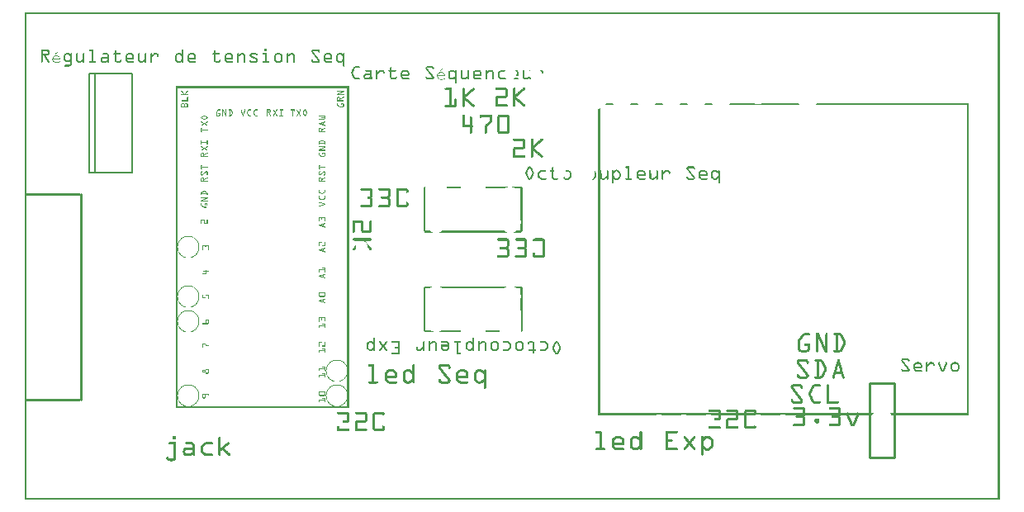
<source format=gto>
G04 MADE WITH FRITZING*
G04 WWW.FRITZING.ORG*
G04 DOUBLE SIDED*
G04 HOLES PLATED*
G04 CONTOUR ON CENTER OF CONTOUR VECTOR*
%ASAXBY*%
%FSLAX23Y23*%
%MOIN*%
%OFA0B0*%
%SFA1.0B1.0*%
%ADD10C,0.010000*%
%ADD11C,0.008000*%
%ADD12R,0.001000X0.001000*%
%LNSILK1*%
G90*
G70*
G54D10*
X227Y1234D02*
X227Y404D01*
G54D11*
D02*
X436Y1721D02*
X436Y1321D01*
D02*
X436Y1321D02*
X286Y1321D01*
D02*
X286Y1321D02*
X261Y1321D01*
D02*
X261Y1321D02*
X261Y1721D01*
D02*
X261Y1721D02*
X286Y1721D01*
D02*
X286Y1721D02*
X436Y1721D01*
D02*
X286Y1721D02*
X286Y1321D01*
G54D10*
D02*
X3411Y471D02*
X3411Y171D01*
D02*
X3411Y171D02*
X3511Y171D01*
D02*
X3511Y171D02*
X3511Y471D01*
D02*
X3511Y471D02*
X3411Y471D01*
G54D12*
X0Y1969D02*
X3936Y1969D01*
X0Y1968D02*
X3936Y1968D01*
X0Y1967D02*
X3936Y1967D01*
X0Y1966D02*
X3936Y1966D01*
X0Y1965D02*
X3936Y1965D01*
X0Y1964D02*
X3936Y1964D01*
X0Y1963D02*
X3936Y1963D01*
X0Y1962D02*
X3936Y1962D01*
X0Y1961D02*
X7Y1961D01*
X3929Y1961D02*
X3936Y1961D01*
X0Y1960D02*
X7Y1960D01*
X3929Y1960D02*
X3936Y1960D01*
X0Y1959D02*
X7Y1959D01*
X3929Y1959D02*
X3936Y1959D01*
X0Y1958D02*
X7Y1958D01*
X3929Y1958D02*
X3936Y1958D01*
X0Y1957D02*
X7Y1957D01*
X3929Y1957D02*
X3936Y1957D01*
X0Y1956D02*
X7Y1956D01*
X3929Y1956D02*
X3936Y1956D01*
X0Y1955D02*
X7Y1955D01*
X3929Y1955D02*
X3936Y1955D01*
X0Y1954D02*
X7Y1954D01*
X3929Y1954D02*
X3936Y1954D01*
X0Y1953D02*
X7Y1953D01*
X3929Y1953D02*
X3936Y1953D01*
X0Y1952D02*
X7Y1952D01*
X3929Y1952D02*
X3936Y1952D01*
X0Y1951D02*
X7Y1951D01*
X3929Y1951D02*
X3936Y1951D01*
X0Y1950D02*
X7Y1950D01*
X3929Y1950D02*
X3936Y1950D01*
X0Y1949D02*
X7Y1949D01*
X3929Y1949D02*
X3936Y1949D01*
X0Y1948D02*
X7Y1948D01*
X3929Y1948D02*
X3936Y1948D01*
X0Y1947D02*
X7Y1947D01*
X3929Y1947D02*
X3936Y1947D01*
X0Y1946D02*
X7Y1946D01*
X3929Y1946D02*
X3936Y1946D01*
X0Y1945D02*
X7Y1945D01*
X3929Y1945D02*
X3936Y1945D01*
X0Y1944D02*
X7Y1944D01*
X3929Y1944D02*
X3936Y1944D01*
X0Y1943D02*
X7Y1943D01*
X3929Y1943D02*
X3936Y1943D01*
X0Y1942D02*
X7Y1942D01*
X3929Y1942D02*
X3936Y1942D01*
X0Y1941D02*
X7Y1941D01*
X3929Y1941D02*
X3936Y1941D01*
X0Y1940D02*
X7Y1940D01*
X3929Y1940D02*
X3936Y1940D01*
X0Y1939D02*
X7Y1939D01*
X3929Y1939D02*
X3936Y1939D01*
X0Y1938D02*
X7Y1938D01*
X3929Y1938D02*
X3936Y1938D01*
X0Y1937D02*
X7Y1937D01*
X3929Y1937D02*
X3936Y1937D01*
X0Y1936D02*
X7Y1936D01*
X3929Y1936D02*
X3936Y1936D01*
X0Y1935D02*
X7Y1935D01*
X3929Y1935D02*
X3936Y1935D01*
X0Y1934D02*
X7Y1934D01*
X3929Y1934D02*
X3936Y1934D01*
X0Y1933D02*
X7Y1933D01*
X3929Y1933D02*
X3936Y1933D01*
X0Y1932D02*
X7Y1932D01*
X3929Y1932D02*
X3936Y1932D01*
X0Y1931D02*
X7Y1931D01*
X3929Y1931D02*
X3936Y1931D01*
X0Y1930D02*
X7Y1930D01*
X3929Y1930D02*
X3936Y1930D01*
X0Y1929D02*
X7Y1929D01*
X3929Y1929D02*
X3936Y1929D01*
X0Y1928D02*
X7Y1928D01*
X3929Y1928D02*
X3936Y1928D01*
X0Y1927D02*
X7Y1927D01*
X3929Y1927D02*
X3936Y1927D01*
X0Y1926D02*
X7Y1926D01*
X3929Y1926D02*
X3936Y1926D01*
X0Y1925D02*
X7Y1925D01*
X3929Y1925D02*
X3936Y1925D01*
X0Y1924D02*
X7Y1924D01*
X3929Y1924D02*
X3936Y1924D01*
X0Y1923D02*
X7Y1923D01*
X3929Y1923D02*
X3936Y1923D01*
X0Y1922D02*
X7Y1922D01*
X3929Y1922D02*
X3936Y1922D01*
X0Y1921D02*
X7Y1921D01*
X3929Y1921D02*
X3936Y1921D01*
X0Y1920D02*
X7Y1920D01*
X3929Y1920D02*
X3936Y1920D01*
X0Y1919D02*
X7Y1919D01*
X3929Y1919D02*
X3936Y1919D01*
X0Y1918D02*
X7Y1918D01*
X3929Y1918D02*
X3936Y1918D01*
X0Y1917D02*
X7Y1917D01*
X3929Y1917D02*
X3936Y1917D01*
X0Y1916D02*
X7Y1916D01*
X3929Y1916D02*
X3936Y1916D01*
X0Y1915D02*
X7Y1915D01*
X3929Y1915D02*
X3936Y1915D01*
X0Y1914D02*
X7Y1914D01*
X3929Y1914D02*
X3936Y1914D01*
X0Y1913D02*
X7Y1913D01*
X3929Y1913D02*
X3936Y1913D01*
X0Y1912D02*
X7Y1912D01*
X3929Y1912D02*
X3936Y1912D01*
X0Y1911D02*
X7Y1911D01*
X3929Y1911D02*
X3936Y1911D01*
X0Y1910D02*
X7Y1910D01*
X3929Y1910D02*
X3936Y1910D01*
X0Y1909D02*
X7Y1909D01*
X3929Y1909D02*
X3936Y1909D01*
X0Y1908D02*
X7Y1908D01*
X3929Y1908D02*
X3936Y1908D01*
X0Y1907D02*
X7Y1907D01*
X3929Y1907D02*
X3936Y1907D01*
X0Y1906D02*
X7Y1906D01*
X3929Y1906D02*
X3936Y1906D01*
X0Y1905D02*
X7Y1905D01*
X3929Y1905D02*
X3936Y1905D01*
X0Y1904D02*
X7Y1904D01*
X3929Y1904D02*
X3936Y1904D01*
X0Y1903D02*
X7Y1903D01*
X3929Y1903D02*
X3936Y1903D01*
X0Y1902D02*
X7Y1902D01*
X3929Y1902D02*
X3936Y1902D01*
X0Y1901D02*
X7Y1901D01*
X3929Y1901D02*
X3936Y1901D01*
X0Y1900D02*
X7Y1900D01*
X3929Y1900D02*
X3936Y1900D01*
X0Y1899D02*
X7Y1899D01*
X3929Y1899D02*
X3936Y1899D01*
X0Y1898D02*
X7Y1898D01*
X3929Y1898D02*
X3936Y1898D01*
X0Y1897D02*
X7Y1897D01*
X3929Y1897D02*
X3936Y1897D01*
X0Y1896D02*
X7Y1896D01*
X3929Y1896D02*
X3936Y1896D01*
X0Y1895D02*
X7Y1895D01*
X3929Y1895D02*
X3936Y1895D01*
X0Y1894D02*
X7Y1894D01*
X3929Y1894D02*
X3936Y1894D01*
X0Y1893D02*
X7Y1893D01*
X3929Y1893D02*
X3936Y1893D01*
X0Y1892D02*
X7Y1892D01*
X3929Y1892D02*
X3936Y1892D01*
X0Y1891D02*
X7Y1891D01*
X3929Y1891D02*
X3936Y1891D01*
X0Y1890D02*
X7Y1890D01*
X3929Y1890D02*
X3936Y1890D01*
X0Y1889D02*
X7Y1889D01*
X3929Y1889D02*
X3936Y1889D01*
X0Y1888D02*
X7Y1888D01*
X3929Y1888D02*
X3936Y1888D01*
X0Y1887D02*
X7Y1887D01*
X3929Y1887D02*
X3936Y1887D01*
X0Y1886D02*
X7Y1886D01*
X3929Y1886D02*
X3936Y1886D01*
X0Y1885D02*
X7Y1885D01*
X3929Y1885D02*
X3936Y1885D01*
X0Y1884D02*
X7Y1884D01*
X3929Y1884D02*
X3936Y1884D01*
X0Y1883D02*
X7Y1883D01*
X3929Y1883D02*
X3936Y1883D01*
X0Y1882D02*
X7Y1882D01*
X3929Y1882D02*
X3936Y1882D01*
X0Y1881D02*
X7Y1881D01*
X3929Y1881D02*
X3936Y1881D01*
X0Y1880D02*
X7Y1880D01*
X3929Y1880D02*
X3936Y1880D01*
X0Y1879D02*
X7Y1879D01*
X3929Y1879D02*
X3936Y1879D01*
X0Y1878D02*
X7Y1878D01*
X3929Y1878D02*
X3936Y1878D01*
X0Y1877D02*
X7Y1877D01*
X3929Y1877D02*
X3936Y1877D01*
X0Y1876D02*
X7Y1876D01*
X3929Y1876D02*
X3936Y1876D01*
X0Y1875D02*
X7Y1875D01*
X3929Y1875D02*
X3936Y1875D01*
X0Y1874D02*
X7Y1874D01*
X3929Y1874D02*
X3936Y1874D01*
X0Y1873D02*
X7Y1873D01*
X3929Y1873D02*
X3936Y1873D01*
X0Y1872D02*
X7Y1872D01*
X3929Y1872D02*
X3936Y1872D01*
X0Y1871D02*
X7Y1871D01*
X3929Y1871D02*
X3936Y1871D01*
X0Y1870D02*
X7Y1870D01*
X3929Y1870D02*
X3936Y1870D01*
X0Y1869D02*
X7Y1869D01*
X3929Y1869D02*
X3936Y1869D01*
X0Y1868D02*
X7Y1868D01*
X3929Y1868D02*
X3936Y1868D01*
X0Y1867D02*
X7Y1867D01*
X3929Y1867D02*
X3936Y1867D01*
X0Y1866D02*
X7Y1866D01*
X3929Y1866D02*
X3936Y1866D01*
X0Y1865D02*
X7Y1865D01*
X3929Y1865D02*
X3936Y1865D01*
X0Y1864D02*
X7Y1864D01*
X3929Y1864D02*
X3936Y1864D01*
X0Y1863D02*
X7Y1863D01*
X3929Y1863D02*
X3936Y1863D01*
X0Y1862D02*
X7Y1862D01*
X3929Y1862D02*
X3936Y1862D01*
X0Y1861D02*
X7Y1861D01*
X3929Y1861D02*
X3936Y1861D01*
X0Y1860D02*
X7Y1860D01*
X3929Y1860D02*
X3936Y1860D01*
X0Y1859D02*
X7Y1859D01*
X3929Y1859D02*
X3936Y1859D01*
X0Y1858D02*
X7Y1858D01*
X3929Y1858D02*
X3936Y1858D01*
X0Y1857D02*
X7Y1857D01*
X3929Y1857D02*
X3936Y1857D01*
X0Y1856D02*
X7Y1856D01*
X3929Y1856D02*
X3936Y1856D01*
X0Y1855D02*
X7Y1855D01*
X3929Y1855D02*
X3936Y1855D01*
X0Y1854D02*
X7Y1854D01*
X3929Y1854D02*
X3936Y1854D01*
X0Y1853D02*
X7Y1853D01*
X3929Y1853D02*
X3936Y1853D01*
X0Y1852D02*
X7Y1852D01*
X3929Y1852D02*
X3936Y1852D01*
X0Y1851D02*
X7Y1851D01*
X3929Y1851D02*
X3936Y1851D01*
X0Y1850D02*
X7Y1850D01*
X3929Y1850D02*
X3936Y1850D01*
X0Y1849D02*
X7Y1849D01*
X3929Y1849D02*
X3936Y1849D01*
X0Y1848D02*
X7Y1848D01*
X3929Y1848D02*
X3936Y1848D01*
X0Y1847D02*
X7Y1847D01*
X3929Y1847D02*
X3936Y1847D01*
X0Y1846D02*
X7Y1846D01*
X3929Y1846D02*
X3936Y1846D01*
X0Y1845D02*
X7Y1845D01*
X3929Y1845D02*
X3936Y1845D01*
X0Y1844D02*
X7Y1844D01*
X3929Y1844D02*
X3936Y1844D01*
X0Y1843D02*
X7Y1843D01*
X3929Y1843D02*
X3936Y1843D01*
X0Y1842D02*
X7Y1842D01*
X3929Y1842D02*
X3936Y1842D01*
X0Y1841D02*
X7Y1841D01*
X3929Y1841D02*
X3936Y1841D01*
X0Y1840D02*
X7Y1840D01*
X3929Y1840D02*
X3936Y1840D01*
X0Y1839D02*
X7Y1839D01*
X3929Y1839D02*
X3936Y1839D01*
X0Y1838D02*
X7Y1838D01*
X3929Y1838D02*
X3936Y1838D01*
X0Y1837D02*
X7Y1837D01*
X3929Y1837D02*
X3936Y1837D01*
X0Y1836D02*
X7Y1836D01*
X3929Y1836D02*
X3936Y1836D01*
X0Y1835D02*
X7Y1835D01*
X3929Y1835D02*
X3936Y1835D01*
X0Y1834D02*
X7Y1834D01*
X3929Y1834D02*
X3936Y1834D01*
X0Y1833D02*
X7Y1833D01*
X3929Y1833D02*
X3936Y1833D01*
X0Y1832D02*
X7Y1832D01*
X3929Y1832D02*
X3936Y1832D01*
X0Y1831D02*
X7Y1831D01*
X3929Y1831D02*
X3936Y1831D01*
X0Y1830D02*
X7Y1830D01*
X3929Y1830D02*
X3936Y1830D01*
X0Y1829D02*
X7Y1829D01*
X3929Y1829D02*
X3936Y1829D01*
X0Y1828D02*
X7Y1828D01*
X3929Y1828D02*
X3936Y1828D01*
X0Y1827D02*
X7Y1827D01*
X3929Y1827D02*
X3936Y1827D01*
X0Y1826D02*
X7Y1826D01*
X3929Y1826D02*
X3936Y1826D01*
X0Y1825D02*
X7Y1825D01*
X3929Y1825D02*
X3936Y1825D01*
X0Y1824D02*
X7Y1824D01*
X3929Y1824D02*
X3936Y1824D01*
X0Y1823D02*
X7Y1823D01*
X3929Y1823D02*
X3936Y1823D01*
X0Y1822D02*
X7Y1822D01*
X971Y1822D02*
X976Y1822D01*
X3929Y1822D02*
X3936Y1822D01*
X0Y1821D02*
X7Y1821D01*
X969Y1821D02*
X977Y1821D01*
X3929Y1821D02*
X3936Y1821D01*
X0Y1820D02*
X7Y1820D01*
X969Y1820D02*
X978Y1820D01*
X3929Y1820D02*
X3936Y1820D01*
X0Y1819D02*
X7Y1819D01*
X67Y1819D02*
X92Y1819D01*
X264Y1819D02*
X276Y1819D01*
X638Y1819D02*
X640Y1819D01*
X969Y1819D02*
X978Y1819D01*
X1164Y1819D02*
X1185Y1819D01*
X3929Y1819D02*
X3936Y1819D01*
X0Y1818D02*
X7Y1818D01*
X67Y1818D02*
X95Y1818D01*
X263Y1818D02*
X277Y1818D01*
X637Y1818D02*
X641Y1818D01*
X969Y1818D02*
X978Y1818D01*
X1162Y1818D02*
X1187Y1818D01*
X3929Y1818D02*
X3936Y1818D01*
X0Y1817D02*
X7Y1817D01*
X67Y1817D02*
X96Y1817D01*
X262Y1817D02*
X278Y1817D01*
X636Y1817D02*
X642Y1817D01*
X969Y1817D02*
X978Y1817D01*
X1161Y1817D02*
X1189Y1817D01*
X3929Y1817D02*
X3936Y1817D01*
X0Y1816D02*
X7Y1816D01*
X67Y1816D02*
X97Y1816D01*
X262Y1816D02*
X278Y1816D01*
X367Y1816D02*
X369Y1816D01*
X636Y1816D02*
X642Y1816D01*
X767Y1816D02*
X769Y1816D01*
X969Y1816D02*
X978Y1816D01*
X1160Y1816D02*
X1190Y1816D01*
X3929Y1816D02*
X3936Y1816D01*
X0Y1815D02*
X7Y1815D01*
X67Y1815D02*
X98Y1815D01*
X262Y1815D02*
X278Y1815D01*
X366Y1815D02*
X370Y1815D01*
X636Y1815D02*
X642Y1815D01*
X766Y1815D02*
X770Y1815D01*
X969Y1815D02*
X978Y1815D01*
X1159Y1815D02*
X1190Y1815D01*
X3929Y1815D02*
X3936Y1815D01*
X0Y1814D02*
X7Y1814D01*
X67Y1814D02*
X99Y1814D01*
X262Y1814D02*
X278Y1814D01*
X365Y1814D02*
X371Y1814D01*
X636Y1814D02*
X642Y1814D01*
X765Y1814D02*
X771Y1814D01*
X969Y1814D02*
X977Y1814D01*
X1159Y1814D02*
X1191Y1814D01*
X3929Y1814D02*
X3936Y1814D01*
X0Y1813D02*
X7Y1813D01*
X67Y1813D02*
X99Y1813D01*
X263Y1813D02*
X278Y1813D01*
X365Y1813D02*
X371Y1813D01*
X636Y1813D02*
X642Y1813D01*
X765Y1813D02*
X771Y1813D01*
X970Y1813D02*
X976Y1813D01*
X1158Y1813D02*
X1191Y1813D01*
X3929Y1813D02*
X3936Y1813D01*
X0Y1812D02*
X7Y1812D01*
X67Y1812D02*
X73Y1812D01*
X92Y1812D02*
X100Y1812D01*
X272Y1812D02*
X278Y1812D01*
X365Y1812D02*
X371Y1812D01*
X636Y1812D02*
X642Y1812D01*
X765Y1812D02*
X771Y1812D01*
X1158Y1812D02*
X1165Y1812D01*
X1185Y1812D02*
X1192Y1812D01*
X3929Y1812D02*
X3936Y1812D01*
X0Y1811D02*
X7Y1811D01*
X67Y1811D02*
X73Y1811D01*
X93Y1811D02*
X100Y1811D01*
X272Y1811D02*
X278Y1811D01*
X365Y1811D02*
X371Y1811D01*
X636Y1811D02*
X642Y1811D01*
X765Y1811D02*
X771Y1811D01*
X1158Y1811D02*
X1164Y1811D01*
X1186Y1811D02*
X1192Y1811D01*
X3929Y1811D02*
X3936Y1811D01*
X0Y1810D02*
X7Y1810D01*
X67Y1810D02*
X73Y1810D01*
X94Y1810D02*
X100Y1810D01*
X133Y1810D02*
X134Y1810D01*
X272Y1810D02*
X278Y1810D01*
X365Y1810D02*
X371Y1810D01*
X636Y1810D02*
X642Y1810D01*
X765Y1810D02*
X771Y1810D01*
X1159Y1810D02*
X1165Y1810D01*
X1186Y1810D02*
X1192Y1810D01*
X3929Y1810D02*
X3936Y1810D01*
X0Y1809D02*
X7Y1809D01*
X67Y1809D02*
X73Y1809D01*
X94Y1809D02*
X100Y1809D01*
X132Y1809D02*
X134Y1809D01*
X272Y1809D02*
X278Y1809D01*
X365Y1809D02*
X371Y1809D01*
X636Y1809D02*
X642Y1809D01*
X765Y1809D02*
X771Y1809D01*
X1159Y1809D02*
X1166Y1809D01*
X1186Y1809D02*
X1192Y1809D01*
X3929Y1809D02*
X3936Y1809D01*
X0Y1808D02*
X7Y1808D01*
X67Y1808D02*
X73Y1808D01*
X94Y1808D02*
X100Y1808D01*
X131Y1808D02*
X134Y1808D01*
X272Y1808D02*
X278Y1808D01*
X365Y1808D02*
X371Y1808D01*
X636Y1808D02*
X642Y1808D01*
X765Y1808D02*
X771Y1808D01*
X1159Y1808D02*
X1167Y1808D01*
X1187Y1808D02*
X1191Y1808D01*
X3929Y1808D02*
X3936Y1808D01*
X0Y1807D02*
X7Y1807D01*
X67Y1807D02*
X73Y1807D01*
X94Y1807D02*
X100Y1807D01*
X130Y1807D02*
X133Y1807D01*
X272Y1807D02*
X278Y1807D01*
X365Y1807D02*
X371Y1807D01*
X636Y1807D02*
X642Y1807D01*
X765Y1807D02*
X771Y1807D01*
X1160Y1807D02*
X1168Y1807D01*
X1188Y1807D02*
X1190Y1807D01*
X3929Y1807D02*
X3936Y1807D01*
X0Y1806D02*
X7Y1806D01*
X67Y1806D02*
X73Y1806D01*
X94Y1806D02*
X100Y1806D01*
X129Y1806D02*
X132Y1806D01*
X272Y1806D02*
X278Y1806D01*
X365Y1806D02*
X371Y1806D01*
X636Y1806D02*
X642Y1806D01*
X765Y1806D02*
X771Y1806D01*
X1160Y1806D02*
X1168Y1806D01*
X3929Y1806D02*
X3936Y1806D01*
X0Y1805D02*
X7Y1805D01*
X67Y1805D02*
X73Y1805D01*
X94Y1805D02*
X100Y1805D01*
X127Y1805D02*
X131Y1805D01*
X272Y1805D02*
X278Y1805D01*
X365Y1805D02*
X371Y1805D01*
X636Y1805D02*
X642Y1805D01*
X765Y1805D02*
X771Y1805D01*
X1161Y1805D02*
X1169Y1805D01*
X3929Y1805D02*
X3936Y1805D01*
X0Y1804D02*
X7Y1804D01*
X67Y1804D02*
X73Y1804D01*
X94Y1804D02*
X100Y1804D01*
X126Y1804D02*
X130Y1804D01*
X168Y1804D02*
X179Y1804D01*
X187Y1804D02*
X190Y1804D01*
X210Y1804D02*
X213Y1804D01*
X237Y1804D02*
X240Y1804D01*
X272Y1804D02*
X278Y1804D01*
X317Y1804D02*
X334Y1804D01*
X360Y1804D02*
X387Y1804D01*
X418Y1804D02*
X433Y1804D01*
X460Y1804D02*
X463Y1804D01*
X487Y1804D02*
X490Y1804D01*
X510Y1804D02*
X513Y1804D01*
X523Y1804D02*
X535Y1804D01*
X618Y1804D02*
X629Y1804D01*
X636Y1804D02*
X642Y1804D01*
X668Y1804D02*
X683Y1804D01*
X760Y1804D02*
X787Y1804D01*
X818Y1804D02*
X833Y1804D01*
X860Y1804D02*
X863Y1804D01*
X874Y1804D02*
X884Y1804D01*
X915Y1804D02*
X935Y1804D01*
X963Y1804D02*
X976Y1804D01*
X1018Y1804D02*
X1032Y1804D01*
X1060Y1804D02*
X1063Y1804D01*
X1074Y1804D02*
X1084Y1804D01*
X1162Y1804D02*
X1170Y1804D01*
X1218Y1804D02*
X1233Y1804D01*
X1268Y1804D02*
X1279Y1804D01*
X1287Y1804D02*
X1290Y1804D01*
X3929Y1804D02*
X3936Y1804D01*
X0Y1803D02*
X7Y1803D01*
X67Y1803D02*
X73Y1803D01*
X93Y1803D02*
X100Y1803D01*
X125Y1803D02*
X128Y1803D01*
X166Y1803D02*
X181Y1803D01*
X186Y1803D02*
X191Y1803D01*
X209Y1803D02*
X214Y1803D01*
X236Y1803D02*
X241Y1803D01*
X272Y1803D02*
X278Y1803D01*
X316Y1803D02*
X336Y1803D01*
X359Y1803D02*
X388Y1803D01*
X416Y1803D02*
X434Y1803D01*
X459Y1803D02*
X464Y1803D01*
X486Y1803D02*
X491Y1803D01*
X509Y1803D02*
X514Y1803D01*
X522Y1803D02*
X537Y1803D01*
X616Y1803D02*
X631Y1803D01*
X636Y1803D02*
X642Y1803D01*
X666Y1803D02*
X684Y1803D01*
X759Y1803D02*
X788Y1803D01*
X816Y1803D02*
X834Y1803D01*
X859Y1803D02*
X864Y1803D01*
X872Y1803D02*
X886Y1803D01*
X913Y1803D02*
X937Y1803D01*
X962Y1803D02*
X977Y1803D01*
X1016Y1803D02*
X1034Y1803D01*
X1059Y1803D02*
X1064Y1803D01*
X1072Y1803D02*
X1086Y1803D01*
X1163Y1803D02*
X1171Y1803D01*
X1216Y1803D02*
X1234Y1803D01*
X1266Y1803D02*
X1281Y1803D01*
X1286Y1803D02*
X1291Y1803D01*
X3929Y1803D02*
X3936Y1803D01*
X0Y1802D02*
X7Y1802D01*
X67Y1802D02*
X73Y1802D01*
X92Y1802D02*
X100Y1802D01*
X124Y1802D02*
X127Y1802D01*
X164Y1802D02*
X182Y1802D01*
X186Y1802D02*
X192Y1802D01*
X208Y1802D02*
X214Y1802D01*
X236Y1802D02*
X242Y1802D01*
X272Y1802D02*
X278Y1802D01*
X315Y1802D02*
X337Y1802D01*
X358Y1802D02*
X388Y1802D01*
X414Y1802D02*
X436Y1802D01*
X458Y1802D02*
X464Y1802D01*
X486Y1802D02*
X492Y1802D01*
X508Y1802D02*
X514Y1802D01*
X521Y1802D02*
X538Y1802D01*
X614Y1802D02*
X632Y1802D01*
X636Y1802D02*
X642Y1802D01*
X664Y1802D02*
X686Y1802D01*
X758Y1802D02*
X788Y1802D01*
X814Y1802D02*
X836Y1802D01*
X858Y1802D02*
X864Y1802D01*
X870Y1802D02*
X887Y1802D01*
X912Y1802D02*
X939Y1802D01*
X962Y1802D02*
X978Y1802D01*
X1014Y1802D02*
X1036Y1802D01*
X1058Y1802D02*
X1064Y1802D01*
X1070Y1802D02*
X1087Y1802D01*
X1163Y1802D02*
X1171Y1802D01*
X1214Y1802D02*
X1236Y1802D01*
X1264Y1802D02*
X1282Y1802D01*
X1286Y1802D02*
X1292Y1802D01*
X3929Y1802D02*
X3936Y1802D01*
X0Y1801D02*
X7Y1801D01*
X67Y1801D02*
X99Y1801D01*
X124Y1801D02*
X126Y1801D01*
X163Y1801D02*
X184Y1801D01*
X186Y1801D02*
X192Y1801D01*
X208Y1801D02*
X214Y1801D01*
X236Y1801D02*
X242Y1801D01*
X272Y1801D02*
X278Y1801D01*
X315Y1801D02*
X338Y1801D01*
X358Y1801D02*
X388Y1801D01*
X413Y1801D02*
X437Y1801D01*
X458Y1801D02*
X464Y1801D01*
X486Y1801D02*
X492Y1801D01*
X508Y1801D02*
X514Y1801D01*
X520Y1801D02*
X539Y1801D01*
X613Y1801D02*
X634Y1801D01*
X636Y1801D02*
X642Y1801D01*
X663Y1801D02*
X687Y1801D01*
X758Y1801D02*
X788Y1801D01*
X813Y1801D02*
X837Y1801D01*
X858Y1801D02*
X864Y1801D01*
X869Y1801D02*
X888Y1801D01*
X911Y1801D02*
X940Y1801D01*
X962Y1801D02*
X978Y1801D01*
X1013Y1801D02*
X1037Y1801D01*
X1058Y1801D02*
X1064Y1801D01*
X1069Y1801D02*
X1088Y1801D01*
X1164Y1801D02*
X1172Y1801D01*
X1213Y1801D02*
X1237Y1801D01*
X1263Y1801D02*
X1284Y1801D01*
X1286Y1801D02*
X1292Y1801D01*
X3929Y1801D02*
X3936Y1801D01*
X0Y1800D02*
X7Y1800D01*
X67Y1800D02*
X99Y1800D01*
X125Y1800D02*
X125Y1800D01*
X162Y1800D02*
X192Y1800D01*
X208Y1800D02*
X214Y1800D01*
X236Y1800D02*
X242Y1800D01*
X272Y1800D02*
X278Y1800D01*
X315Y1800D02*
X339Y1800D01*
X359Y1800D02*
X388Y1800D01*
X412Y1800D02*
X438Y1800D01*
X458Y1800D02*
X464Y1800D01*
X486Y1800D02*
X492Y1800D01*
X508Y1800D02*
X514Y1800D01*
X519Y1800D02*
X540Y1800D01*
X612Y1800D02*
X642Y1800D01*
X662Y1800D02*
X688Y1800D01*
X759Y1800D02*
X788Y1800D01*
X812Y1800D02*
X838Y1800D01*
X858Y1800D02*
X864Y1800D01*
X867Y1800D02*
X889Y1800D01*
X910Y1800D02*
X941Y1800D01*
X962Y1800D02*
X978Y1800D01*
X1012Y1800D02*
X1038Y1800D01*
X1058Y1800D02*
X1064Y1800D01*
X1067Y1800D02*
X1089Y1800D01*
X1165Y1800D02*
X1173Y1800D01*
X1212Y1800D02*
X1238Y1800D01*
X1262Y1800D02*
X1292Y1800D01*
X3929Y1800D02*
X3936Y1800D01*
X0Y1799D02*
X7Y1799D01*
X67Y1799D02*
X98Y1799D01*
X161Y1799D02*
X192Y1799D01*
X208Y1799D02*
X214Y1799D01*
X236Y1799D02*
X242Y1799D01*
X272Y1799D02*
X278Y1799D01*
X316Y1799D02*
X340Y1799D01*
X359Y1799D02*
X388Y1799D01*
X411Y1799D02*
X439Y1799D01*
X458Y1799D02*
X464Y1799D01*
X486Y1799D02*
X492Y1799D01*
X508Y1799D02*
X514Y1799D01*
X518Y1799D02*
X541Y1799D01*
X611Y1799D02*
X642Y1799D01*
X661Y1799D02*
X689Y1799D01*
X759Y1799D02*
X788Y1799D01*
X811Y1799D02*
X839Y1799D01*
X858Y1799D02*
X890Y1799D01*
X910Y1799D02*
X941Y1799D01*
X962Y1799D02*
X978Y1799D01*
X1011Y1799D02*
X1039Y1799D01*
X1058Y1799D02*
X1090Y1799D01*
X1166Y1799D02*
X1174Y1799D01*
X1211Y1799D02*
X1239Y1799D01*
X1261Y1799D02*
X1292Y1799D01*
X3929Y1799D02*
X3936Y1799D01*
X0Y1798D02*
X7Y1798D01*
X67Y1798D02*
X97Y1798D01*
X160Y1798D02*
X192Y1798D01*
X208Y1798D02*
X214Y1798D01*
X236Y1798D02*
X242Y1798D01*
X272Y1798D02*
X278Y1798D01*
X317Y1798D02*
X340Y1798D01*
X360Y1798D02*
X386Y1798D01*
X410Y1798D02*
X440Y1798D01*
X458Y1798D02*
X464Y1798D01*
X486Y1798D02*
X492Y1798D01*
X508Y1798D02*
X514Y1798D01*
X516Y1798D02*
X541Y1798D01*
X610Y1798D02*
X642Y1798D01*
X660Y1798D02*
X690Y1798D01*
X760Y1798D02*
X786Y1798D01*
X810Y1798D02*
X840Y1798D01*
X858Y1798D02*
X890Y1798D01*
X909Y1798D02*
X941Y1798D01*
X964Y1798D02*
X978Y1798D01*
X1010Y1798D02*
X1040Y1798D01*
X1058Y1798D02*
X1090Y1798D01*
X1167Y1798D02*
X1175Y1798D01*
X1210Y1798D02*
X1240Y1798D01*
X1260Y1798D02*
X1292Y1798D01*
X3929Y1798D02*
X3936Y1798D01*
X0Y1797D02*
X7Y1797D01*
X67Y1797D02*
X96Y1797D01*
X160Y1797D02*
X168Y1797D01*
X178Y1797D02*
X192Y1797D01*
X208Y1797D02*
X214Y1797D01*
X236Y1797D02*
X242Y1797D01*
X272Y1797D02*
X278Y1797D01*
X334Y1797D02*
X341Y1797D01*
X365Y1797D02*
X371Y1797D01*
X410Y1797D02*
X418Y1797D01*
X432Y1797D02*
X441Y1797D01*
X458Y1797D02*
X464Y1797D01*
X486Y1797D02*
X492Y1797D01*
X508Y1797D02*
X525Y1797D01*
X534Y1797D02*
X541Y1797D01*
X610Y1797D02*
X618Y1797D01*
X628Y1797D02*
X642Y1797D01*
X660Y1797D02*
X668Y1797D01*
X682Y1797D02*
X691Y1797D01*
X765Y1797D02*
X771Y1797D01*
X810Y1797D02*
X818Y1797D01*
X832Y1797D02*
X841Y1797D01*
X858Y1797D02*
X875Y1797D01*
X883Y1797D02*
X891Y1797D01*
X909Y1797D02*
X916Y1797D01*
X935Y1797D02*
X941Y1797D01*
X972Y1797D02*
X978Y1797D01*
X1010Y1797D02*
X1018Y1797D01*
X1032Y1797D02*
X1041Y1797D01*
X1058Y1797D02*
X1075Y1797D01*
X1083Y1797D02*
X1091Y1797D01*
X1167Y1797D02*
X1175Y1797D01*
X1210Y1797D02*
X1218Y1797D01*
X1232Y1797D02*
X1241Y1797D01*
X1260Y1797D02*
X1268Y1797D01*
X1278Y1797D02*
X1292Y1797D01*
X3929Y1797D02*
X3936Y1797D01*
X0Y1796D02*
X7Y1796D01*
X67Y1796D02*
X95Y1796D01*
X159Y1796D02*
X167Y1796D01*
X180Y1796D02*
X192Y1796D01*
X208Y1796D02*
X214Y1796D01*
X236Y1796D02*
X242Y1796D01*
X272Y1796D02*
X278Y1796D01*
X334Y1796D02*
X341Y1796D01*
X365Y1796D02*
X371Y1796D01*
X409Y1796D02*
X417Y1796D01*
X433Y1796D02*
X441Y1796D01*
X458Y1796D02*
X464Y1796D01*
X486Y1796D02*
X492Y1796D01*
X508Y1796D02*
X524Y1796D01*
X535Y1796D02*
X542Y1796D01*
X609Y1796D02*
X617Y1796D01*
X630Y1796D02*
X642Y1796D01*
X659Y1796D02*
X667Y1796D01*
X683Y1796D02*
X691Y1796D01*
X765Y1796D02*
X771Y1796D01*
X809Y1796D02*
X817Y1796D01*
X833Y1796D02*
X841Y1796D01*
X858Y1796D02*
X873Y1796D01*
X884Y1796D02*
X891Y1796D01*
X909Y1796D02*
X915Y1796D01*
X936Y1796D02*
X940Y1796D01*
X972Y1796D02*
X978Y1796D01*
X1009Y1796D02*
X1017Y1796D01*
X1033Y1796D02*
X1041Y1796D01*
X1058Y1796D02*
X1073Y1796D01*
X1084Y1796D02*
X1091Y1796D01*
X1168Y1796D02*
X1176Y1796D01*
X1209Y1796D02*
X1217Y1796D01*
X1233Y1796D02*
X1241Y1796D01*
X1259Y1796D02*
X1267Y1796D01*
X1280Y1796D02*
X1292Y1796D01*
X3929Y1796D02*
X3936Y1796D01*
X0Y1795D02*
X7Y1795D01*
X67Y1795D02*
X92Y1795D01*
X125Y1795D02*
X133Y1795D01*
X159Y1795D02*
X166Y1795D01*
X181Y1795D02*
X192Y1795D01*
X208Y1795D02*
X214Y1795D01*
X236Y1795D02*
X242Y1795D01*
X272Y1795D02*
X278Y1795D01*
X335Y1795D02*
X341Y1795D01*
X365Y1795D02*
X371Y1795D01*
X409Y1795D02*
X416Y1795D01*
X434Y1795D02*
X441Y1795D01*
X458Y1795D02*
X464Y1795D01*
X486Y1795D02*
X492Y1795D01*
X508Y1795D02*
X523Y1795D01*
X536Y1795D02*
X542Y1795D01*
X609Y1795D02*
X616Y1795D01*
X631Y1795D02*
X642Y1795D01*
X659Y1795D02*
X666Y1795D01*
X684Y1795D02*
X691Y1795D01*
X765Y1795D02*
X771Y1795D01*
X809Y1795D02*
X816Y1795D01*
X834Y1795D02*
X841Y1795D01*
X858Y1795D02*
X872Y1795D01*
X885Y1795D02*
X891Y1795D01*
X909Y1795D02*
X915Y1795D01*
X937Y1795D02*
X939Y1795D01*
X972Y1795D02*
X978Y1795D01*
X1009Y1795D02*
X1016Y1795D01*
X1034Y1795D02*
X1041Y1795D01*
X1058Y1795D02*
X1072Y1795D01*
X1085Y1795D02*
X1091Y1795D01*
X1169Y1795D02*
X1177Y1795D01*
X1209Y1795D02*
X1216Y1795D01*
X1234Y1795D02*
X1241Y1795D01*
X1259Y1795D02*
X1266Y1795D01*
X1281Y1795D02*
X1292Y1795D01*
X3929Y1795D02*
X3936Y1795D01*
X0Y1794D02*
X7Y1794D01*
X67Y1794D02*
X73Y1794D01*
X79Y1794D02*
X86Y1794D01*
X122Y1794D02*
X135Y1794D01*
X158Y1794D02*
X165Y1794D01*
X182Y1794D02*
X192Y1794D01*
X209Y1794D02*
X214Y1794D01*
X236Y1794D02*
X242Y1794D01*
X272Y1794D02*
X278Y1794D01*
X335Y1794D02*
X341Y1794D01*
X365Y1794D02*
X371Y1794D01*
X409Y1794D02*
X415Y1794D01*
X435Y1794D02*
X442Y1794D01*
X459Y1794D02*
X464Y1794D01*
X486Y1794D02*
X492Y1794D01*
X508Y1794D02*
X522Y1794D01*
X536Y1794D02*
X542Y1794D01*
X609Y1794D02*
X615Y1794D01*
X632Y1794D02*
X642Y1794D01*
X659Y1794D02*
X665Y1794D01*
X685Y1794D02*
X692Y1794D01*
X765Y1794D02*
X771Y1794D01*
X809Y1794D02*
X815Y1794D01*
X835Y1794D02*
X842Y1794D01*
X858Y1794D02*
X870Y1794D01*
X885Y1794D02*
X891Y1794D01*
X909Y1794D02*
X916Y1794D01*
X972Y1794D02*
X978Y1794D01*
X1009Y1794D02*
X1015Y1794D01*
X1035Y1794D02*
X1042Y1794D01*
X1058Y1794D02*
X1070Y1794D01*
X1085Y1794D02*
X1091Y1794D01*
X1170Y1794D02*
X1178Y1794D01*
X1209Y1794D02*
X1215Y1794D01*
X1235Y1794D02*
X1242Y1794D01*
X1259Y1794D02*
X1265Y1794D01*
X1282Y1794D02*
X1292Y1794D01*
X3929Y1794D02*
X3936Y1794D01*
X0Y1793D02*
X7Y1793D01*
X67Y1793D02*
X73Y1793D01*
X79Y1793D02*
X87Y1793D01*
X120Y1793D02*
X137Y1793D01*
X158Y1793D02*
X164Y1793D01*
X183Y1793D02*
X192Y1793D01*
X209Y1793D02*
X215Y1793D01*
X236Y1793D02*
X242Y1793D01*
X272Y1793D02*
X278Y1793D01*
X335Y1793D02*
X341Y1793D01*
X365Y1793D02*
X371Y1793D01*
X408Y1793D02*
X414Y1793D01*
X436Y1793D02*
X442Y1793D01*
X459Y1793D02*
X465Y1793D01*
X486Y1793D02*
X492Y1793D01*
X508Y1793D02*
X520Y1793D01*
X536Y1793D02*
X542Y1793D01*
X608Y1793D02*
X615Y1793D01*
X633Y1793D02*
X642Y1793D01*
X658Y1793D02*
X664Y1793D01*
X686Y1793D02*
X692Y1793D01*
X765Y1793D02*
X771Y1793D01*
X808Y1793D02*
X814Y1793D01*
X836Y1793D02*
X842Y1793D01*
X858Y1793D02*
X868Y1793D01*
X885Y1793D02*
X891Y1793D01*
X910Y1793D02*
X918Y1793D01*
X972Y1793D02*
X978Y1793D01*
X1008Y1793D02*
X1014Y1793D01*
X1036Y1793D02*
X1042Y1793D01*
X1058Y1793D02*
X1068Y1793D01*
X1085Y1793D02*
X1091Y1793D01*
X1170Y1793D02*
X1178Y1793D01*
X1208Y1793D02*
X1214Y1793D01*
X1236Y1793D02*
X1242Y1793D01*
X1258Y1793D02*
X1265Y1793D01*
X1283Y1793D02*
X1292Y1793D01*
X3929Y1793D02*
X3936Y1793D01*
X0Y1792D02*
X7Y1792D01*
X67Y1792D02*
X73Y1792D01*
X80Y1792D02*
X87Y1792D01*
X119Y1792D02*
X124Y1792D01*
X134Y1792D02*
X138Y1792D01*
X158Y1792D02*
X164Y1792D01*
X184Y1792D02*
X192Y1792D01*
X209Y1792D02*
X215Y1792D01*
X236Y1792D02*
X242Y1792D01*
X272Y1792D02*
X278Y1792D01*
X335Y1792D02*
X341Y1792D01*
X365Y1792D02*
X371Y1792D01*
X408Y1792D02*
X414Y1792D01*
X436Y1792D02*
X442Y1792D01*
X459Y1792D02*
X465Y1792D01*
X486Y1792D02*
X492Y1792D01*
X508Y1792D02*
X519Y1792D01*
X536Y1792D02*
X542Y1792D01*
X608Y1792D02*
X614Y1792D01*
X634Y1792D02*
X642Y1792D01*
X658Y1792D02*
X664Y1792D01*
X686Y1792D02*
X692Y1792D01*
X765Y1792D02*
X771Y1792D01*
X808Y1792D02*
X814Y1792D01*
X836Y1792D02*
X842Y1792D01*
X858Y1792D02*
X867Y1792D01*
X885Y1792D02*
X891Y1792D01*
X910Y1792D02*
X921Y1792D01*
X972Y1792D02*
X978Y1792D01*
X1008Y1792D02*
X1014Y1792D01*
X1036Y1792D02*
X1042Y1792D01*
X1058Y1792D02*
X1067Y1792D01*
X1085Y1792D02*
X1091Y1792D01*
X1171Y1792D02*
X1179Y1792D01*
X1208Y1792D02*
X1214Y1792D01*
X1236Y1792D02*
X1242Y1792D01*
X1258Y1792D02*
X1264Y1792D01*
X1284Y1792D02*
X1292Y1792D01*
X3929Y1792D02*
X3936Y1792D01*
X0Y1791D02*
X7Y1791D01*
X67Y1791D02*
X73Y1791D01*
X81Y1791D02*
X88Y1791D01*
X118Y1791D02*
X121Y1791D01*
X136Y1791D02*
X140Y1791D01*
X158Y1791D02*
X164Y1791D01*
X185Y1791D02*
X192Y1791D01*
X209Y1791D02*
X215Y1791D01*
X236Y1791D02*
X242Y1791D01*
X272Y1791D02*
X278Y1791D01*
X335Y1791D02*
X341Y1791D01*
X365Y1791D02*
X371Y1791D01*
X408Y1791D02*
X414Y1791D01*
X436Y1791D02*
X442Y1791D01*
X459Y1791D02*
X465Y1791D01*
X486Y1791D02*
X492Y1791D01*
X508Y1791D02*
X518Y1791D01*
X536Y1791D02*
X542Y1791D01*
X608Y1791D02*
X614Y1791D01*
X635Y1791D02*
X642Y1791D01*
X658Y1791D02*
X664Y1791D01*
X686Y1791D02*
X692Y1791D01*
X765Y1791D02*
X771Y1791D01*
X808Y1791D02*
X814Y1791D01*
X836Y1791D02*
X842Y1791D01*
X858Y1791D02*
X865Y1791D01*
X885Y1791D02*
X891Y1791D01*
X911Y1791D02*
X923Y1791D01*
X972Y1791D02*
X978Y1791D01*
X1008Y1791D02*
X1014Y1791D01*
X1036Y1791D02*
X1042Y1791D01*
X1058Y1791D02*
X1065Y1791D01*
X1085Y1791D02*
X1091Y1791D01*
X1172Y1791D02*
X1180Y1791D01*
X1208Y1791D02*
X1214Y1791D01*
X1236Y1791D02*
X1242Y1791D01*
X1258Y1791D02*
X1264Y1791D01*
X1285Y1791D02*
X1292Y1791D01*
X3929Y1791D02*
X3936Y1791D01*
X0Y1790D02*
X7Y1790D01*
X67Y1790D02*
X73Y1790D01*
X81Y1790D02*
X88Y1790D01*
X117Y1790D02*
X120Y1790D01*
X137Y1790D02*
X140Y1790D01*
X158Y1790D02*
X164Y1790D01*
X186Y1790D02*
X192Y1790D01*
X209Y1790D02*
X215Y1790D01*
X236Y1790D02*
X242Y1790D01*
X272Y1790D02*
X278Y1790D01*
X335Y1790D02*
X341Y1790D01*
X365Y1790D02*
X371Y1790D01*
X408Y1790D02*
X414Y1790D01*
X436Y1790D02*
X442Y1790D01*
X459Y1790D02*
X465Y1790D01*
X486Y1790D02*
X492Y1790D01*
X508Y1790D02*
X517Y1790D01*
X537Y1790D02*
X541Y1790D01*
X608Y1790D02*
X614Y1790D01*
X636Y1790D02*
X642Y1790D01*
X658Y1790D02*
X664Y1790D01*
X686Y1790D02*
X692Y1790D01*
X765Y1790D02*
X771Y1790D01*
X808Y1790D02*
X814Y1790D01*
X836Y1790D02*
X842Y1790D01*
X858Y1790D02*
X864Y1790D01*
X885Y1790D02*
X891Y1790D01*
X911Y1790D02*
X925Y1790D01*
X972Y1790D02*
X978Y1790D01*
X1008Y1790D02*
X1014Y1790D01*
X1036Y1790D02*
X1042Y1790D01*
X1058Y1790D02*
X1064Y1790D01*
X1085Y1790D02*
X1091Y1790D01*
X1173Y1790D02*
X1181Y1790D01*
X1208Y1790D02*
X1214Y1790D01*
X1236Y1790D02*
X1242Y1790D01*
X1258Y1790D02*
X1264Y1790D01*
X1286Y1790D02*
X1292Y1790D01*
X3929Y1790D02*
X3936Y1790D01*
X0Y1789D02*
X7Y1789D01*
X67Y1789D02*
X73Y1789D01*
X82Y1789D02*
X89Y1789D01*
X116Y1789D02*
X119Y1789D01*
X138Y1789D02*
X141Y1789D01*
X158Y1789D02*
X164Y1789D01*
X186Y1789D02*
X192Y1789D01*
X209Y1789D02*
X215Y1789D01*
X236Y1789D02*
X242Y1789D01*
X272Y1789D02*
X278Y1789D01*
X314Y1789D02*
X341Y1789D01*
X365Y1789D02*
X371Y1789D01*
X408Y1789D02*
X414Y1789D01*
X436Y1789D02*
X442Y1789D01*
X459Y1789D02*
X465Y1789D01*
X486Y1789D02*
X492Y1789D01*
X508Y1789D02*
X516Y1789D01*
X538Y1789D02*
X539Y1789D01*
X608Y1789D02*
X614Y1789D01*
X636Y1789D02*
X642Y1789D01*
X658Y1789D02*
X664Y1789D01*
X686Y1789D02*
X692Y1789D01*
X765Y1789D02*
X771Y1789D01*
X808Y1789D02*
X814Y1789D01*
X836Y1789D02*
X842Y1789D01*
X858Y1789D02*
X864Y1789D01*
X885Y1789D02*
X891Y1789D01*
X912Y1789D02*
X928Y1789D01*
X972Y1789D02*
X978Y1789D01*
X1008Y1789D02*
X1014Y1789D01*
X1036Y1789D02*
X1042Y1789D01*
X1058Y1789D02*
X1064Y1789D01*
X1085Y1789D02*
X1091Y1789D01*
X1174Y1789D02*
X1182Y1789D01*
X1208Y1789D02*
X1214Y1789D01*
X1236Y1789D02*
X1242Y1789D01*
X1258Y1789D02*
X1264Y1789D01*
X1286Y1789D02*
X1292Y1789D01*
X3929Y1789D02*
X3936Y1789D01*
X0Y1788D02*
X7Y1788D01*
X67Y1788D02*
X73Y1788D01*
X82Y1788D02*
X90Y1788D01*
X115Y1788D02*
X118Y1788D01*
X139Y1788D02*
X142Y1788D01*
X158Y1788D02*
X164Y1788D01*
X186Y1788D02*
X192Y1788D01*
X209Y1788D02*
X215Y1788D01*
X236Y1788D02*
X242Y1788D01*
X272Y1788D02*
X278Y1788D01*
X313Y1788D02*
X341Y1788D01*
X365Y1788D02*
X371Y1788D01*
X408Y1788D02*
X414Y1788D01*
X436Y1788D02*
X442Y1788D01*
X459Y1788D02*
X465Y1788D01*
X486Y1788D02*
X492Y1788D01*
X508Y1788D02*
X515Y1788D01*
X608Y1788D02*
X614Y1788D01*
X636Y1788D02*
X642Y1788D01*
X658Y1788D02*
X664Y1788D01*
X686Y1788D02*
X692Y1788D01*
X765Y1788D02*
X771Y1788D01*
X808Y1788D02*
X814Y1788D01*
X836Y1788D02*
X842Y1788D01*
X858Y1788D02*
X864Y1788D01*
X885Y1788D02*
X891Y1788D01*
X914Y1788D02*
X930Y1788D01*
X972Y1788D02*
X978Y1788D01*
X1008Y1788D02*
X1014Y1788D01*
X1036Y1788D02*
X1042Y1788D01*
X1058Y1788D02*
X1064Y1788D01*
X1085Y1788D02*
X1091Y1788D01*
X1174Y1788D02*
X1182Y1788D01*
X1208Y1788D02*
X1214Y1788D01*
X1236Y1788D02*
X1242Y1788D01*
X1258Y1788D02*
X1264Y1788D01*
X1286Y1788D02*
X1292Y1788D01*
X3929Y1788D02*
X3936Y1788D01*
X0Y1787D02*
X7Y1787D01*
X67Y1787D02*
X73Y1787D01*
X83Y1787D02*
X90Y1787D01*
X115Y1787D02*
X117Y1787D01*
X140Y1787D02*
X142Y1787D01*
X158Y1787D02*
X164Y1787D01*
X186Y1787D02*
X192Y1787D01*
X209Y1787D02*
X215Y1787D01*
X236Y1787D02*
X242Y1787D01*
X272Y1787D02*
X278Y1787D01*
X312Y1787D02*
X341Y1787D01*
X365Y1787D02*
X371Y1787D01*
X408Y1787D02*
X415Y1787D01*
X435Y1787D02*
X442Y1787D01*
X459Y1787D02*
X465Y1787D01*
X486Y1787D02*
X492Y1787D01*
X508Y1787D02*
X514Y1787D01*
X608Y1787D02*
X614Y1787D01*
X636Y1787D02*
X642Y1787D01*
X658Y1787D02*
X665Y1787D01*
X685Y1787D02*
X692Y1787D01*
X765Y1787D02*
X771Y1787D01*
X808Y1787D02*
X815Y1787D01*
X835Y1787D02*
X842Y1787D01*
X858Y1787D02*
X864Y1787D01*
X885Y1787D02*
X891Y1787D01*
X916Y1787D02*
X932Y1787D01*
X972Y1787D02*
X978Y1787D01*
X1008Y1787D02*
X1014Y1787D01*
X1036Y1787D02*
X1042Y1787D01*
X1058Y1787D02*
X1064Y1787D01*
X1085Y1787D02*
X1091Y1787D01*
X1175Y1787D02*
X1183Y1787D01*
X1208Y1787D02*
X1215Y1787D01*
X1235Y1787D02*
X1242Y1787D01*
X1258Y1787D02*
X1264Y1787D01*
X1286Y1787D02*
X1292Y1787D01*
X3929Y1787D02*
X3936Y1787D01*
X0Y1786D02*
X7Y1786D01*
X67Y1786D02*
X73Y1786D01*
X83Y1786D02*
X91Y1786D01*
X114Y1786D02*
X116Y1786D01*
X141Y1786D02*
X143Y1786D01*
X158Y1786D02*
X164Y1786D01*
X186Y1786D02*
X192Y1786D01*
X209Y1786D02*
X215Y1786D01*
X236Y1786D02*
X242Y1786D01*
X272Y1786D02*
X278Y1786D01*
X311Y1786D02*
X341Y1786D01*
X365Y1786D02*
X371Y1786D01*
X408Y1786D02*
X442Y1786D01*
X459Y1786D02*
X465Y1786D01*
X486Y1786D02*
X492Y1786D01*
X508Y1786D02*
X514Y1786D01*
X608Y1786D02*
X614Y1786D01*
X636Y1786D02*
X642Y1786D01*
X658Y1786D02*
X692Y1786D01*
X765Y1786D02*
X771Y1786D01*
X808Y1786D02*
X842Y1786D01*
X858Y1786D02*
X864Y1786D01*
X885Y1786D02*
X891Y1786D01*
X918Y1786D02*
X935Y1786D01*
X972Y1786D02*
X978Y1786D01*
X1008Y1786D02*
X1014Y1786D01*
X1036Y1786D02*
X1042Y1786D01*
X1058Y1786D02*
X1064Y1786D01*
X1085Y1786D02*
X1091Y1786D01*
X1176Y1786D02*
X1184Y1786D01*
X1208Y1786D02*
X1242Y1786D01*
X1258Y1786D02*
X1264Y1786D01*
X1286Y1786D02*
X1292Y1786D01*
X3929Y1786D02*
X3936Y1786D01*
X0Y1785D02*
X7Y1785D01*
X67Y1785D02*
X73Y1785D01*
X84Y1785D02*
X91Y1785D01*
X114Y1785D02*
X116Y1785D01*
X141Y1785D02*
X143Y1785D01*
X158Y1785D02*
X164Y1785D01*
X186Y1785D02*
X192Y1785D01*
X209Y1785D02*
X215Y1785D01*
X236Y1785D02*
X242Y1785D01*
X272Y1785D02*
X278Y1785D01*
X310Y1785D02*
X341Y1785D01*
X365Y1785D02*
X371Y1785D01*
X408Y1785D02*
X442Y1785D01*
X459Y1785D02*
X465Y1785D01*
X486Y1785D02*
X492Y1785D01*
X508Y1785D02*
X514Y1785D01*
X608Y1785D02*
X614Y1785D01*
X636Y1785D02*
X642Y1785D01*
X658Y1785D02*
X692Y1785D01*
X765Y1785D02*
X771Y1785D01*
X808Y1785D02*
X842Y1785D01*
X858Y1785D02*
X864Y1785D01*
X885Y1785D02*
X891Y1785D01*
X920Y1785D02*
X936Y1785D01*
X972Y1785D02*
X978Y1785D01*
X1008Y1785D02*
X1014Y1785D01*
X1036Y1785D02*
X1042Y1785D01*
X1058Y1785D02*
X1064Y1785D01*
X1085Y1785D02*
X1091Y1785D01*
X1177Y1785D02*
X1185Y1785D01*
X1208Y1785D02*
X1242Y1785D01*
X1258Y1785D02*
X1264Y1785D01*
X1286Y1785D02*
X1292Y1785D01*
X3929Y1785D02*
X3936Y1785D01*
X0Y1784D02*
X7Y1784D01*
X67Y1784D02*
X73Y1784D01*
X85Y1784D02*
X92Y1784D01*
X114Y1784D02*
X116Y1784D01*
X142Y1784D02*
X143Y1784D01*
X158Y1784D02*
X164Y1784D01*
X186Y1784D02*
X192Y1784D01*
X209Y1784D02*
X215Y1784D01*
X236Y1784D02*
X242Y1784D01*
X272Y1784D02*
X278Y1784D01*
X309Y1784D02*
X341Y1784D01*
X365Y1784D02*
X371Y1784D01*
X408Y1784D02*
X442Y1784D01*
X459Y1784D02*
X465Y1784D01*
X486Y1784D02*
X492Y1784D01*
X508Y1784D02*
X514Y1784D01*
X608Y1784D02*
X614Y1784D01*
X636Y1784D02*
X642Y1784D01*
X658Y1784D02*
X692Y1784D01*
X765Y1784D02*
X771Y1784D01*
X808Y1784D02*
X842Y1784D01*
X858Y1784D02*
X864Y1784D01*
X885Y1784D02*
X891Y1784D01*
X923Y1784D02*
X938Y1784D01*
X972Y1784D02*
X978Y1784D01*
X1008Y1784D02*
X1014Y1784D01*
X1036Y1784D02*
X1042Y1784D01*
X1058Y1784D02*
X1064Y1784D01*
X1085Y1784D02*
X1091Y1784D01*
X1177Y1784D02*
X1185Y1784D01*
X1208Y1784D02*
X1242Y1784D01*
X1258Y1784D02*
X1264Y1784D01*
X1286Y1784D02*
X1292Y1784D01*
X3929Y1784D02*
X3936Y1784D01*
X0Y1783D02*
X7Y1783D01*
X67Y1783D02*
X73Y1783D01*
X85Y1783D02*
X92Y1783D01*
X113Y1783D02*
X115Y1783D01*
X142Y1783D02*
X144Y1783D01*
X158Y1783D02*
X164Y1783D01*
X186Y1783D02*
X192Y1783D01*
X209Y1783D02*
X215Y1783D01*
X236Y1783D02*
X242Y1783D01*
X272Y1783D02*
X278Y1783D01*
X309Y1783D02*
X341Y1783D01*
X365Y1783D02*
X371Y1783D01*
X408Y1783D02*
X442Y1783D01*
X459Y1783D02*
X465Y1783D01*
X486Y1783D02*
X492Y1783D01*
X508Y1783D02*
X514Y1783D01*
X608Y1783D02*
X614Y1783D01*
X636Y1783D02*
X642Y1783D01*
X658Y1783D02*
X692Y1783D01*
X765Y1783D02*
X771Y1783D01*
X808Y1783D02*
X842Y1783D01*
X858Y1783D02*
X864Y1783D01*
X885Y1783D02*
X891Y1783D01*
X925Y1783D02*
X939Y1783D01*
X972Y1783D02*
X978Y1783D01*
X1008Y1783D02*
X1014Y1783D01*
X1036Y1783D02*
X1042Y1783D01*
X1058Y1783D02*
X1064Y1783D01*
X1085Y1783D02*
X1091Y1783D01*
X1178Y1783D02*
X1186Y1783D01*
X1208Y1783D02*
X1242Y1783D01*
X1258Y1783D02*
X1264Y1783D01*
X1286Y1783D02*
X1292Y1783D01*
X3929Y1783D02*
X3936Y1783D01*
X0Y1782D02*
X7Y1782D01*
X67Y1782D02*
X73Y1782D01*
X86Y1782D02*
X93Y1782D01*
X113Y1782D02*
X144Y1782D01*
X158Y1782D02*
X164Y1782D01*
X185Y1782D02*
X192Y1782D01*
X209Y1782D02*
X215Y1782D01*
X236Y1782D02*
X242Y1782D01*
X272Y1782D02*
X278Y1782D01*
X309Y1782D02*
X315Y1782D01*
X334Y1782D02*
X341Y1782D01*
X365Y1782D02*
X371Y1782D01*
X408Y1782D02*
X441Y1782D01*
X459Y1782D02*
X465Y1782D01*
X486Y1782D02*
X492Y1782D01*
X508Y1782D02*
X514Y1782D01*
X608Y1782D02*
X614Y1782D01*
X636Y1782D02*
X642Y1782D01*
X658Y1782D02*
X691Y1782D01*
X765Y1782D02*
X771Y1782D01*
X808Y1782D02*
X841Y1782D01*
X858Y1782D02*
X864Y1782D01*
X885Y1782D02*
X891Y1782D01*
X927Y1782D02*
X940Y1782D01*
X972Y1782D02*
X978Y1782D01*
X1008Y1782D02*
X1014Y1782D01*
X1036Y1782D02*
X1042Y1782D01*
X1058Y1782D02*
X1064Y1782D01*
X1085Y1782D02*
X1091Y1782D01*
X1179Y1782D02*
X1187Y1782D01*
X1208Y1782D02*
X1241Y1782D01*
X1258Y1782D02*
X1264Y1782D01*
X1286Y1782D02*
X1292Y1782D01*
X3929Y1782D02*
X3936Y1782D01*
X0Y1781D02*
X7Y1781D01*
X67Y1781D02*
X73Y1781D01*
X86Y1781D02*
X94Y1781D01*
X113Y1781D02*
X144Y1781D01*
X158Y1781D02*
X164Y1781D01*
X184Y1781D02*
X192Y1781D01*
X209Y1781D02*
X215Y1781D01*
X236Y1781D02*
X242Y1781D01*
X272Y1781D02*
X278Y1781D01*
X308Y1781D02*
X315Y1781D01*
X335Y1781D02*
X341Y1781D01*
X365Y1781D02*
X371Y1781D01*
X408Y1781D02*
X441Y1781D01*
X459Y1781D02*
X465Y1781D01*
X486Y1781D02*
X492Y1781D01*
X508Y1781D02*
X514Y1781D01*
X608Y1781D02*
X614Y1781D01*
X636Y1781D02*
X642Y1781D01*
X658Y1781D02*
X691Y1781D01*
X765Y1781D02*
X771Y1781D01*
X808Y1781D02*
X841Y1781D01*
X858Y1781D02*
X864Y1781D01*
X885Y1781D02*
X891Y1781D01*
X930Y1781D02*
X940Y1781D01*
X972Y1781D02*
X978Y1781D01*
X1008Y1781D02*
X1014Y1781D01*
X1036Y1781D02*
X1042Y1781D01*
X1058Y1781D02*
X1064Y1781D01*
X1085Y1781D02*
X1091Y1781D01*
X1180Y1781D02*
X1188Y1781D01*
X1208Y1781D02*
X1241Y1781D01*
X1258Y1781D02*
X1264Y1781D01*
X1286Y1781D02*
X1292Y1781D01*
X3929Y1781D02*
X3936Y1781D01*
X0Y1780D02*
X7Y1780D01*
X67Y1780D02*
X73Y1780D01*
X87Y1780D02*
X94Y1780D01*
X113Y1780D02*
X144Y1780D01*
X158Y1780D02*
X164Y1780D01*
X183Y1780D02*
X192Y1780D01*
X209Y1780D02*
X215Y1780D01*
X236Y1780D02*
X242Y1780D01*
X272Y1780D02*
X278Y1780D01*
X308Y1780D02*
X314Y1780D01*
X335Y1780D02*
X341Y1780D01*
X365Y1780D02*
X371Y1780D01*
X408Y1780D02*
X439Y1780D01*
X459Y1780D02*
X465Y1780D01*
X486Y1780D02*
X492Y1780D01*
X508Y1780D02*
X514Y1780D01*
X608Y1780D02*
X614Y1780D01*
X636Y1780D02*
X642Y1780D01*
X658Y1780D02*
X689Y1780D01*
X765Y1780D02*
X771Y1780D01*
X808Y1780D02*
X839Y1780D01*
X858Y1780D02*
X864Y1780D01*
X885Y1780D02*
X891Y1780D01*
X932Y1780D02*
X941Y1780D01*
X972Y1780D02*
X978Y1780D01*
X1008Y1780D02*
X1014Y1780D01*
X1036Y1780D02*
X1042Y1780D01*
X1058Y1780D02*
X1064Y1780D01*
X1085Y1780D02*
X1091Y1780D01*
X1181Y1780D02*
X1189Y1780D01*
X1208Y1780D02*
X1239Y1780D01*
X1258Y1780D02*
X1264Y1780D01*
X1286Y1780D02*
X1292Y1780D01*
X3929Y1780D02*
X3936Y1780D01*
X0Y1779D02*
X7Y1779D01*
X67Y1779D02*
X73Y1779D01*
X88Y1779D02*
X95Y1779D01*
X113Y1779D02*
X115Y1779D01*
X158Y1779D02*
X165Y1779D01*
X182Y1779D02*
X192Y1779D01*
X209Y1779D02*
X215Y1779D01*
X235Y1779D02*
X242Y1779D01*
X272Y1779D02*
X278Y1779D01*
X308Y1779D02*
X314Y1779D01*
X335Y1779D02*
X342Y1779D01*
X365Y1779D02*
X371Y1779D01*
X408Y1779D02*
X414Y1779D01*
X459Y1779D02*
X465Y1779D01*
X485Y1779D02*
X492Y1779D01*
X508Y1779D02*
X514Y1779D01*
X608Y1779D02*
X614Y1779D01*
X635Y1779D02*
X642Y1779D01*
X658Y1779D02*
X664Y1779D01*
X765Y1779D02*
X771Y1779D01*
X808Y1779D02*
X814Y1779D01*
X858Y1779D02*
X864Y1779D01*
X885Y1779D02*
X891Y1779D01*
X934Y1779D02*
X941Y1779D01*
X972Y1779D02*
X978Y1779D01*
X1008Y1779D02*
X1014Y1779D01*
X1036Y1779D02*
X1042Y1779D01*
X1058Y1779D02*
X1064Y1779D01*
X1085Y1779D02*
X1091Y1779D01*
X1181Y1779D02*
X1189Y1779D01*
X1208Y1779D02*
X1214Y1779D01*
X1258Y1779D02*
X1264Y1779D01*
X1285Y1779D02*
X1292Y1779D01*
X3929Y1779D02*
X3936Y1779D01*
X0Y1778D02*
X7Y1778D01*
X67Y1778D02*
X73Y1778D01*
X88Y1778D02*
X95Y1778D01*
X113Y1778D02*
X115Y1778D01*
X159Y1778D02*
X165Y1778D01*
X181Y1778D02*
X192Y1778D01*
X209Y1778D02*
X215Y1778D01*
X234Y1778D02*
X242Y1778D01*
X272Y1778D02*
X278Y1778D01*
X308Y1778D02*
X314Y1778D01*
X335Y1778D02*
X342Y1778D01*
X365Y1778D02*
X371Y1778D01*
X389Y1778D02*
X389Y1778D01*
X408Y1778D02*
X414Y1778D01*
X459Y1778D02*
X465Y1778D01*
X484Y1778D02*
X492Y1778D01*
X508Y1778D02*
X514Y1778D01*
X608Y1778D02*
X614Y1778D01*
X634Y1778D02*
X642Y1778D01*
X658Y1778D02*
X664Y1778D01*
X765Y1778D02*
X771Y1778D01*
X789Y1778D02*
X789Y1778D01*
X808Y1778D02*
X814Y1778D01*
X858Y1778D02*
X864Y1778D01*
X886Y1778D02*
X892Y1778D01*
X935Y1778D02*
X942Y1778D01*
X972Y1778D02*
X978Y1778D01*
X1008Y1778D02*
X1014Y1778D01*
X1036Y1778D02*
X1042Y1778D01*
X1058Y1778D02*
X1064Y1778D01*
X1086Y1778D02*
X1092Y1778D01*
X1161Y1778D02*
X1161Y1778D01*
X1182Y1778D02*
X1190Y1778D01*
X1208Y1778D02*
X1214Y1778D01*
X1258Y1778D02*
X1264Y1778D01*
X1284Y1778D02*
X1292Y1778D01*
X3929Y1778D02*
X3936Y1778D01*
X0Y1777D02*
X7Y1777D01*
X67Y1777D02*
X73Y1777D01*
X89Y1777D02*
X96Y1777D01*
X113Y1777D02*
X115Y1777D01*
X159Y1777D02*
X166Y1777D01*
X180Y1777D02*
X192Y1777D01*
X209Y1777D02*
X215Y1777D01*
X232Y1777D02*
X242Y1777D01*
X272Y1777D02*
X278Y1777D01*
X308Y1777D02*
X314Y1777D01*
X335Y1777D02*
X342Y1777D01*
X365Y1777D02*
X371Y1777D01*
X387Y1777D02*
X391Y1777D01*
X408Y1777D02*
X415Y1777D01*
X459Y1777D02*
X465Y1777D01*
X482Y1777D02*
X492Y1777D01*
X508Y1777D02*
X514Y1777D01*
X608Y1777D02*
X615Y1777D01*
X633Y1777D02*
X642Y1777D01*
X658Y1777D02*
X665Y1777D01*
X765Y1777D02*
X771Y1777D01*
X787Y1777D02*
X791Y1777D01*
X808Y1777D02*
X815Y1777D01*
X858Y1777D02*
X864Y1777D01*
X886Y1777D02*
X892Y1777D01*
X936Y1777D02*
X942Y1777D01*
X972Y1777D02*
X978Y1777D01*
X1008Y1777D02*
X1015Y1777D01*
X1036Y1777D02*
X1042Y1777D01*
X1058Y1777D02*
X1064Y1777D01*
X1086Y1777D02*
X1092Y1777D01*
X1159Y1777D02*
X1163Y1777D01*
X1183Y1777D02*
X1191Y1777D01*
X1208Y1777D02*
X1215Y1777D01*
X1258Y1777D02*
X1265Y1777D01*
X1283Y1777D02*
X1292Y1777D01*
X3929Y1777D02*
X3936Y1777D01*
X0Y1776D02*
X7Y1776D01*
X67Y1776D02*
X73Y1776D01*
X89Y1776D02*
X97Y1776D01*
X114Y1776D02*
X116Y1776D01*
X159Y1776D02*
X168Y1776D01*
X179Y1776D02*
X192Y1776D01*
X209Y1776D02*
X215Y1776D01*
X230Y1776D02*
X242Y1776D01*
X272Y1776D02*
X278Y1776D01*
X308Y1776D02*
X314Y1776D01*
X334Y1776D02*
X342Y1776D01*
X365Y1776D02*
X371Y1776D01*
X386Y1776D02*
X392Y1776D01*
X408Y1776D02*
X415Y1776D01*
X459Y1776D02*
X465Y1776D01*
X480Y1776D02*
X492Y1776D01*
X508Y1776D02*
X514Y1776D01*
X608Y1776D02*
X615Y1776D01*
X632Y1776D02*
X642Y1776D01*
X658Y1776D02*
X665Y1776D01*
X765Y1776D02*
X771Y1776D01*
X786Y1776D02*
X792Y1776D01*
X808Y1776D02*
X815Y1776D01*
X858Y1776D02*
X864Y1776D01*
X886Y1776D02*
X892Y1776D01*
X936Y1776D02*
X942Y1776D01*
X972Y1776D02*
X978Y1776D01*
X1008Y1776D02*
X1015Y1776D01*
X1035Y1776D02*
X1042Y1776D01*
X1058Y1776D02*
X1064Y1776D01*
X1086Y1776D02*
X1092Y1776D01*
X1159Y1776D02*
X1164Y1776D01*
X1184Y1776D02*
X1191Y1776D01*
X1208Y1776D02*
X1215Y1776D01*
X1258Y1776D02*
X1265Y1776D01*
X1282Y1776D02*
X1292Y1776D01*
X3929Y1776D02*
X3936Y1776D01*
X0Y1775D02*
X7Y1775D01*
X67Y1775D02*
X73Y1775D01*
X90Y1775D02*
X97Y1775D01*
X114Y1775D02*
X116Y1775D01*
X160Y1775D02*
X192Y1775D01*
X209Y1775D02*
X215Y1775D01*
X229Y1775D02*
X242Y1775D01*
X272Y1775D02*
X278Y1775D01*
X308Y1775D02*
X314Y1775D01*
X333Y1775D02*
X342Y1775D01*
X365Y1775D02*
X371Y1775D01*
X386Y1775D02*
X392Y1775D01*
X409Y1775D02*
X416Y1775D01*
X459Y1775D02*
X465Y1775D01*
X479Y1775D02*
X492Y1775D01*
X508Y1775D02*
X514Y1775D01*
X609Y1775D02*
X616Y1775D01*
X631Y1775D02*
X642Y1775D01*
X659Y1775D02*
X666Y1775D01*
X765Y1775D02*
X771Y1775D01*
X786Y1775D02*
X792Y1775D01*
X809Y1775D02*
X816Y1775D01*
X858Y1775D02*
X864Y1775D01*
X886Y1775D02*
X892Y1775D01*
X911Y1775D02*
X911Y1775D01*
X935Y1775D02*
X942Y1775D01*
X972Y1775D02*
X978Y1775D01*
X1009Y1775D02*
X1016Y1775D01*
X1034Y1775D02*
X1041Y1775D01*
X1058Y1775D02*
X1064Y1775D01*
X1086Y1775D02*
X1092Y1775D01*
X1158Y1775D02*
X1164Y1775D01*
X1184Y1775D02*
X1192Y1775D01*
X1209Y1775D02*
X1216Y1775D01*
X1259Y1775D02*
X1266Y1775D01*
X1281Y1775D02*
X1292Y1775D01*
X3929Y1775D02*
X3936Y1775D01*
X0Y1774D02*
X7Y1774D01*
X67Y1774D02*
X73Y1774D01*
X90Y1774D02*
X98Y1774D01*
X114Y1774D02*
X117Y1774D01*
X161Y1774D02*
X192Y1774D01*
X209Y1774D02*
X216Y1774D01*
X227Y1774D02*
X242Y1774D01*
X272Y1774D02*
X278Y1774D01*
X308Y1774D02*
X315Y1774D01*
X331Y1774D02*
X342Y1774D01*
X365Y1774D02*
X372Y1774D01*
X385Y1774D02*
X392Y1774D01*
X409Y1774D02*
X417Y1774D01*
X459Y1774D02*
X466Y1774D01*
X477Y1774D02*
X492Y1774D01*
X508Y1774D02*
X514Y1774D01*
X609Y1774D02*
X617Y1774D01*
X630Y1774D02*
X642Y1774D01*
X659Y1774D02*
X667Y1774D01*
X765Y1774D02*
X772Y1774D01*
X785Y1774D02*
X792Y1774D01*
X809Y1774D02*
X817Y1774D01*
X858Y1774D02*
X864Y1774D01*
X886Y1774D02*
X892Y1774D01*
X909Y1774D02*
X913Y1774D01*
X935Y1774D02*
X942Y1774D01*
X972Y1774D02*
X978Y1774D01*
X1009Y1774D02*
X1017Y1774D01*
X1033Y1774D02*
X1041Y1774D01*
X1058Y1774D02*
X1064Y1774D01*
X1086Y1774D02*
X1092Y1774D01*
X1158Y1774D02*
X1164Y1774D01*
X1185Y1774D02*
X1192Y1774D01*
X1209Y1774D02*
X1217Y1774D01*
X1259Y1774D02*
X1267Y1774D01*
X1280Y1774D02*
X1292Y1774D01*
X3929Y1774D02*
X3936Y1774D01*
X0Y1773D02*
X7Y1773D01*
X67Y1773D02*
X73Y1773D01*
X91Y1773D02*
X98Y1773D01*
X115Y1773D02*
X117Y1773D01*
X162Y1773D02*
X192Y1773D01*
X209Y1773D02*
X216Y1773D01*
X226Y1773D02*
X242Y1773D01*
X272Y1773D02*
X278Y1773D01*
X309Y1773D02*
X316Y1773D01*
X329Y1773D02*
X342Y1773D01*
X366Y1773D02*
X373Y1773D01*
X384Y1773D02*
X392Y1773D01*
X409Y1773D02*
X418Y1773D01*
X459Y1773D02*
X466Y1773D01*
X476Y1773D02*
X492Y1773D01*
X508Y1773D02*
X514Y1773D01*
X609Y1773D02*
X618Y1773D01*
X628Y1773D02*
X642Y1773D01*
X659Y1773D02*
X668Y1773D01*
X766Y1773D02*
X773Y1773D01*
X784Y1773D02*
X792Y1773D01*
X809Y1773D02*
X818Y1773D01*
X858Y1773D02*
X864Y1773D01*
X886Y1773D02*
X892Y1773D01*
X909Y1773D02*
X915Y1773D01*
X934Y1773D02*
X941Y1773D01*
X972Y1773D02*
X978Y1773D01*
X1009Y1773D02*
X1018Y1773D01*
X1032Y1773D02*
X1041Y1773D01*
X1058Y1773D02*
X1064Y1773D01*
X1086Y1773D02*
X1092Y1773D01*
X1158Y1773D02*
X1165Y1773D01*
X1186Y1773D02*
X1192Y1773D01*
X1209Y1773D02*
X1218Y1773D01*
X1259Y1773D02*
X1268Y1773D01*
X1278Y1773D02*
X1292Y1773D01*
X3929Y1773D02*
X3936Y1773D01*
X0Y1772D02*
X7Y1772D01*
X67Y1772D02*
X73Y1772D01*
X92Y1772D02*
X99Y1772D01*
X116Y1772D02*
X118Y1772D01*
X163Y1772D02*
X184Y1772D01*
X186Y1772D02*
X192Y1772D01*
X210Y1772D02*
X242Y1772D01*
X264Y1772D02*
X286Y1772D01*
X309Y1772D02*
X342Y1772D01*
X366Y1772D02*
X391Y1772D01*
X410Y1772D02*
X439Y1772D01*
X460Y1772D02*
X492Y1772D01*
X508Y1772D02*
X514Y1772D01*
X610Y1772D02*
X642Y1772D01*
X660Y1772D02*
X689Y1772D01*
X766Y1772D02*
X791Y1772D01*
X810Y1772D02*
X839Y1772D01*
X858Y1772D02*
X864Y1772D01*
X886Y1772D02*
X892Y1772D01*
X908Y1772D02*
X941Y1772D01*
X964Y1772D02*
X986Y1772D01*
X1010Y1772D02*
X1040Y1772D01*
X1058Y1772D02*
X1064Y1772D01*
X1086Y1772D02*
X1092Y1772D01*
X1159Y1772D02*
X1192Y1772D01*
X1210Y1772D02*
X1239Y1772D01*
X1260Y1772D02*
X1292Y1772D01*
X3929Y1772D02*
X3936Y1772D01*
X0Y1771D02*
X7Y1771D01*
X67Y1771D02*
X73Y1771D01*
X92Y1771D02*
X99Y1771D01*
X116Y1771D02*
X119Y1771D01*
X143Y1771D02*
X143Y1771D01*
X164Y1771D02*
X183Y1771D01*
X186Y1771D02*
X192Y1771D01*
X210Y1771D02*
X242Y1771D01*
X263Y1771D02*
X287Y1771D01*
X309Y1771D02*
X342Y1771D01*
X366Y1771D02*
X391Y1771D01*
X411Y1771D02*
X441Y1771D01*
X460Y1771D02*
X492Y1771D01*
X508Y1771D02*
X514Y1771D01*
X611Y1771D02*
X642Y1771D01*
X661Y1771D02*
X691Y1771D01*
X766Y1771D02*
X791Y1771D01*
X811Y1771D02*
X841Y1771D01*
X858Y1771D02*
X864Y1771D01*
X886Y1771D02*
X892Y1771D01*
X908Y1771D02*
X941Y1771D01*
X963Y1771D02*
X987Y1771D01*
X1011Y1771D02*
X1039Y1771D01*
X1058Y1771D02*
X1064Y1771D01*
X1086Y1771D02*
X1092Y1771D01*
X1159Y1771D02*
X1191Y1771D01*
X1211Y1771D02*
X1241Y1771D01*
X1261Y1771D02*
X1292Y1771D01*
X3929Y1771D02*
X3936Y1771D01*
X0Y1770D02*
X7Y1770D01*
X67Y1770D02*
X73Y1770D01*
X93Y1770D02*
X100Y1770D01*
X117Y1770D02*
X120Y1770D01*
X141Y1770D02*
X144Y1770D01*
X165Y1770D02*
X181Y1770D01*
X186Y1770D02*
X192Y1770D01*
X211Y1770D02*
X233Y1770D01*
X236Y1770D02*
X242Y1770D01*
X262Y1770D02*
X288Y1770D01*
X310Y1770D02*
X342Y1770D01*
X367Y1770D02*
X390Y1770D01*
X412Y1770D02*
X442Y1770D01*
X461Y1770D02*
X483Y1770D01*
X486Y1770D02*
X492Y1770D01*
X508Y1770D02*
X514Y1770D01*
X612Y1770D02*
X642Y1770D01*
X662Y1770D02*
X692Y1770D01*
X767Y1770D02*
X790Y1770D01*
X812Y1770D02*
X842Y1770D01*
X858Y1770D02*
X864Y1770D01*
X886Y1770D02*
X892Y1770D01*
X909Y1770D02*
X940Y1770D01*
X962Y1770D02*
X988Y1770D01*
X1012Y1770D02*
X1038Y1770D01*
X1058Y1770D02*
X1064Y1770D01*
X1086Y1770D02*
X1092Y1770D01*
X1160Y1770D02*
X1191Y1770D01*
X1212Y1770D02*
X1242Y1770D01*
X1262Y1770D02*
X1292Y1770D01*
X3929Y1770D02*
X3936Y1770D01*
X0Y1769D02*
X7Y1769D01*
X67Y1769D02*
X73Y1769D01*
X93Y1769D02*
X100Y1769D01*
X118Y1769D02*
X121Y1769D01*
X140Y1769D02*
X144Y1769D01*
X167Y1769D02*
X179Y1769D01*
X186Y1769D02*
X192Y1769D01*
X212Y1769D02*
X231Y1769D01*
X236Y1769D02*
X242Y1769D01*
X262Y1769D02*
X288Y1769D01*
X311Y1769D02*
X342Y1769D01*
X368Y1769D02*
X389Y1769D01*
X413Y1769D02*
X442Y1769D01*
X462Y1769D02*
X481Y1769D01*
X486Y1769D02*
X492Y1769D01*
X508Y1769D02*
X514Y1769D01*
X613Y1769D02*
X634Y1769D01*
X636Y1769D02*
X642Y1769D01*
X663Y1769D02*
X692Y1769D01*
X768Y1769D02*
X789Y1769D01*
X813Y1769D02*
X842Y1769D01*
X858Y1769D02*
X864Y1769D01*
X886Y1769D02*
X892Y1769D01*
X910Y1769D02*
X939Y1769D01*
X962Y1769D02*
X988Y1769D01*
X1013Y1769D02*
X1037Y1769D01*
X1058Y1769D02*
X1064Y1769D01*
X1086Y1769D02*
X1092Y1769D01*
X1160Y1769D02*
X1191Y1769D01*
X1213Y1769D02*
X1242Y1769D01*
X1263Y1769D02*
X1284Y1769D01*
X1286Y1769D02*
X1292Y1769D01*
X3929Y1769D02*
X3936Y1769D01*
X0Y1768D02*
X7Y1768D01*
X67Y1768D02*
X72Y1768D01*
X94Y1768D02*
X100Y1768D01*
X119Y1768D02*
X124Y1768D01*
X137Y1768D02*
X143Y1768D01*
X186Y1768D02*
X192Y1768D01*
X213Y1768D02*
X230Y1768D01*
X236Y1768D02*
X242Y1768D01*
X262Y1768D02*
X288Y1768D01*
X312Y1768D02*
X334Y1768D01*
X336Y1768D02*
X342Y1768D01*
X369Y1768D02*
X388Y1768D01*
X414Y1768D02*
X442Y1768D01*
X463Y1768D02*
X480Y1768D01*
X486Y1768D02*
X492Y1768D01*
X508Y1768D02*
X514Y1768D01*
X614Y1768D02*
X633Y1768D01*
X636Y1768D02*
X642Y1768D01*
X664Y1768D02*
X692Y1768D01*
X769Y1768D02*
X788Y1768D01*
X814Y1768D02*
X842Y1768D01*
X858Y1768D02*
X864Y1768D01*
X886Y1768D02*
X892Y1768D01*
X911Y1768D02*
X938Y1768D01*
X962Y1768D02*
X988Y1768D01*
X1014Y1768D02*
X1036Y1768D01*
X1058Y1768D02*
X1064Y1768D01*
X1086Y1768D02*
X1092Y1768D01*
X1161Y1768D02*
X1190Y1768D01*
X1214Y1768D02*
X1242Y1768D01*
X1264Y1768D02*
X1283Y1768D01*
X1286Y1768D02*
X1292Y1768D01*
X3929Y1768D02*
X3936Y1768D01*
X0Y1767D02*
X7Y1767D01*
X67Y1767D02*
X72Y1767D01*
X95Y1767D02*
X100Y1767D01*
X120Y1767D02*
X129Y1767D01*
X131Y1767D02*
X141Y1767D01*
X186Y1767D02*
X192Y1767D01*
X214Y1767D02*
X228Y1767D01*
X236Y1767D02*
X241Y1767D01*
X262Y1767D02*
X288Y1767D01*
X313Y1767D02*
X332Y1767D01*
X336Y1767D02*
X341Y1767D01*
X370Y1767D02*
X387Y1767D01*
X415Y1767D02*
X441Y1767D01*
X464Y1767D02*
X478Y1767D01*
X486Y1767D02*
X491Y1767D01*
X509Y1767D02*
X514Y1767D01*
X615Y1767D02*
X631Y1767D01*
X636Y1767D02*
X641Y1767D01*
X665Y1767D02*
X691Y1767D01*
X770Y1767D02*
X787Y1767D01*
X815Y1767D02*
X841Y1767D01*
X859Y1767D02*
X864Y1767D01*
X886Y1767D02*
X891Y1767D01*
X912Y1767D02*
X937Y1767D01*
X962Y1767D02*
X988Y1767D01*
X1015Y1767D02*
X1035Y1767D01*
X1059Y1767D02*
X1064Y1767D01*
X1086Y1767D02*
X1091Y1767D01*
X1162Y1767D02*
X1189Y1767D01*
X1215Y1767D02*
X1241Y1767D01*
X1265Y1767D02*
X1281Y1767D01*
X1286Y1767D02*
X1292Y1767D01*
X3929Y1767D02*
X3936Y1767D01*
X0Y1766D02*
X7Y1766D01*
X68Y1766D02*
X71Y1766D01*
X96Y1766D02*
X99Y1766D01*
X122Y1766D02*
X139Y1766D01*
X186Y1766D02*
X192Y1766D01*
X216Y1766D02*
X226Y1766D01*
X237Y1766D02*
X240Y1766D01*
X263Y1766D02*
X287Y1766D01*
X315Y1766D02*
X330Y1766D01*
X337Y1766D02*
X340Y1766D01*
X372Y1766D02*
X385Y1766D01*
X417Y1766D02*
X440Y1766D01*
X466Y1766D02*
X476Y1766D01*
X487Y1766D02*
X490Y1766D01*
X510Y1766D02*
X513Y1766D01*
X617Y1766D02*
X629Y1766D01*
X637Y1766D02*
X640Y1766D01*
X667Y1766D02*
X690Y1766D01*
X772Y1766D02*
X785Y1766D01*
X817Y1766D02*
X840Y1766D01*
X860Y1766D02*
X863Y1766D01*
X887Y1766D02*
X890Y1766D01*
X915Y1766D02*
X935Y1766D01*
X963Y1766D02*
X987Y1766D01*
X1017Y1766D02*
X1033Y1766D01*
X1060Y1766D02*
X1063Y1766D01*
X1087Y1766D02*
X1090Y1766D01*
X1164Y1766D02*
X1187Y1766D01*
X1217Y1766D02*
X1240Y1766D01*
X1267Y1766D02*
X1279Y1766D01*
X1286Y1766D02*
X1292Y1766D01*
X3929Y1766D02*
X3936Y1766D01*
X0Y1765D02*
X7Y1765D01*
X125Y1765D02*
X136Y1765D01*
X186Y1765D02*
X192Y1765D01*
X1286Y1765D02*
X1292Y1765D01*
X3929Y1765D02*
X3936Y1765D01*
X0Y1764D02*
X7Y1764D01*
X186Y1764D02*
X192Y1764D01*
X1286Y1764D02*
X1292Y1764D01*
X3929Y1764D02*
X3936Y1764D01*
X0Y1763D02*
X7Y1763D01*
X186Y1763D02*
X192Y1763D01*
X1286Y1763D02*
X1292Y1763D01*
X3929Y1763D02*
X3936Y1763D01*
X0Y1762D02*
X7Y1762D01*
X186Y1762D02*
X192Y1762D01*
X1286Y1762D02*
X1292Y1762D01*
X3929Y1762D02*
X3936Y1762D01*
X0Y1761D02*
X7Y1761D01*
X185Y1761D02*
X192Y1761D01*
X1286Y1761D02*
X1292Y1761D01*
X3929Y1761D02*
X3936Y1761D01*
X0Y1760D02*
X7Y1760D01*
X184Y1760D02*
X191Y1760D01*
X1286Y1760D02*
X1292Y1760D01*
X3929Y1760D02*
X3936Y1760D01*
X0Y1759D02*
X7Y1759D01*
X183Y1759D02*
X191Y1759D01*
X1286Y1759D02*
X1292Y1759D01*
X3929Y1759D02*
X3936Y1759D01*
X0Y1758D02*
X7Y1758D01*
X182Y1758D02*
X190Y1758D01*
X1286Y1758D02*
X1292Y1758D01*
X3929Y1758D02*
X3936Y1758D01*
X0Y1757D02*
X7Y1757D01*
X164Y1757D02*
X190Y1757D01*
X1286Y1757D02*
X1292Y1757D01*
X3929Y1757D02*
X3936Y1757D01*
X0Y1756D02*
X7Y1756D01*
X162Y1756D02*
X189Y1756D01*
X1286Y1756D02*
X1292Y1756D01*
X3929Y1756D02*
X3936Y1756D01*
X0Y1755D02*
X7Y1755D01*
X162Y1755D02*
X188Y1755D01*
X1286Y1755D02*
X1292Y1755D01*
X3929Y1755D02*
X3936Y1755D01*
X0Y1754D02*
X7Y1754D01*
X162Y1754D02*
X187Y1754D01*
X1286Y1754D02*
X1292Y1754D01*
X3929Y1754D02*
X3936Y1754D01*
X0Y1753D02*
X7Y1753D01*
X162Y1753D02*
X186Y1753D01*
X1286Y1753D02*
X1292Y1753D01*
X3929Y1753D02*
X3936Y1753D01*
X0Y1752D02*
X7Y1752D01*
X162Y1752D02*
X184Y1752D01*
X1287Y1752D02*
X1291Y1752D01*
X3929Y1752D02*
X3936Y1752D01*
X0Y1751D02*
X7Y1751D01*
X163Y1751D02*
X182Y1751D01*
X1288Y1751D02*
X1290Y1751D01*
X1334Y1751D02*
X1351Y1751D01*
X1624Y1751D02*
X1647Y1751D01*
X3929Y1751D02*
X3936Y1751D01*
X0Y1750D02*
X7Y1750D01*
X1332Y1750D02*
X1352Y1750D01*
X1622Y1750D02*
X1648Y1750D01*
X3929Y1750D02*
X3936Y1750D01*
X0Y1749D02*
X7Y1749D01*
X1330Y1749D02*
X1353Y1749D01*
X1621Y1749D02*
X1650Y1749D01*
X3929Y1749D02*
X3936Y1749D01*
X0Y1748D02*
X7Y1748D01*
X1329Y1748D02*
X1353Y1748D01*
X1478Y1748D02*
X1480Y1748D01*
X1620Y1748D02*
X1651Y1748D01*
X3929Y1748D02*
X3936Y1748D01*
X0Y1747D02*
X7Y1747D01*
X1329Y1747D02*
X1353Y1747D01*
X1477Y1747D02*
X1481Y1747D01*
X1620Y1747D02*
X1651Y1747D01*
X3929Y1747D02*
X3936Y1747D01*
X0Y1746D02*
X7Y1746D01*
X1328Y1746D02*
X1352Y1746D01*
X1476Y1746D02*
X1482Y1746D01*
X1619Y1746D02*
X1652Y1746D01*
X3929Y1746D02*
X3936Y1746D01*
X0Y1745D02*
X7Y1745D01*
X1327Y1745D02*
X1351Y1745D01*
X1476Y1745D02*
X1482Y1745D01*
X1619Y1745D02*
X1652Y1745D01*
X3929Y1745D02*
X3936Y1745D01*
X0Y1744D02*
X7Y1744D01*
X1327Y1744D02*
X1334Y1744D01*
X1476Y1744D02*
X1482Y1744D01*
X1619Y1744D02*
X1625Y1744D01*
X1646Y1744D02*
X1653Y1744D01*
X3929Y1744D02*
X3936Y1744D01*
X0Y1743D02*
X7Y1743D01*
X1326Y1743D02*
X1333Y1743D01*
X1476Y1743D02*
X1482Y1743D01*
X1619Y1743D02*
X1625Y1743D01*
X1647Y1743D02*
X1653Y1743D01*
X3929Y1743D02*
X3936Y1743D01*
X0Y1742D02*
X7Y1742D01*
X1326Y1742D02*
X1333Y1742D01*
X1476Y1742D02*
X1482Y1742D01*
X1619Y1742D02*
X1626Y1742D01*
X1647Y1742D02*
X1653Y1742D01*
X1686Y1742D02*
X1686Y1742D01*
X3929Y1742D02*
X3936Y1742D01*
X0Y1741D02*
X7Y1741D01*
X1325Y1741D02*
X1332Y1741D01*
X1476Y1741D02*
X1482Y1741D01*
X1620Y1741D02*
X1627Y1741D01*
X1647Y1741D02*
X1652Y1741D01*
X1684Y1741D02*
X1687Y1741D01*
X3929Y1741D02*
X3936Y1741D01*
X0Y1740D02*
X7Y1740D01*
X1325Y1740D02*
X1332Y1740D01*
X1476Y1740D02*
X1482Y1740D01*
X1620Y1740D02*
X1628Y1740D01*
X1648Y1740D02*
X1652Y1740D01*
X1683Y1740D02*
X1686Y1740D01*
X3929Y1740D02*
X3936Y1740D01*
X0Y1739D02*
X7Y1739D01*
X1324Y1739D02*
X1331Y1739D01*
X1476Y1739D02*
X1482Y1739D01*
X1621Y1739D02*
X1629Y1739D01*
X1649Y1739D02*
X1651Y1739D01*
X1682Y1739D02*
X1685Y1739D01*
X3929Y1739D02*
X3936Y1739D01*
X0Y1738D02*
X7Y1738D01*
X1324Y1738D02*
X1331Y1738D01*
X1476Y1738D02*
X1482Y1738D01*
X1621Y1738D02*
X1629Y1738D01*
X1681Y1738D02*
X1684Y1738D01*
X3929Y1738D02*
X3936Y1738D01*
X0Y1737D02*
X7Y1737D01*
X1323Y1737D02*
X1330Y1737D01*
X1476Y1737D02*
X1482Y1737D01*
X1622Y1737D02*
X1630Y1737D01*
X1680Y1737D02*
X1683Y1737D01*
X3929Y1737D02*
X3936Y1737D01*
X0Y1736D02*
X7Y1736D01*
X1323Y1736D02*
X1330Y1736D01*
X1377Y1736D02*
X1396Y1736D01*
X1420Y1736D02*
X1424Y1736D01*
X1434Y1736D02*
X1446Y1736D01*
X1470Y1736D02*
X1498Y1736D01*
X1528Y1736D02*
X1544Y1736D01*
X1623Y1736D02*
X1631Y1736D01*
X1678Y1736D02*
X1682Y1736D01*
X1720Y1736D02*
X1732Y1736D01*
X1740Y1736D02*
X1743Y1736D01*
X1762Y1736D02*
X1765Y1736D01*
X1790Y1736D02*
X1793Y1736D01*
X1820Y1736D02*
X1836Y1736D01*
X1862Y1736D02*
X1866Y1736D01*
X1876Y1736D02*
X1887Y1736D01*
X1923Y1736D02*
X1940Y1736D01*
X1981Y1736D02*
X1986Y1736D01*
X2012Y1736D02*
X2015Y1736D01*
X2040Y1736D02*
X2040Y1736D01*
X2081Y1736D02*
X2088Y1736D01*
X3929Y1736D02*
X3936Y1736D01*
X0Y1735D02*
X7Y1735D01*
X1322Y1735D02*
X1329Y1735D01*
X1377Y1735D02*
X1397Y1735D01*
X1420Y1735D02*
X1425Y1735D01*
X1433Y1735D02*
X1448Y1735D01*
X1470Y1735D02*
X1499Y1735D01*
X1526Y1735D02*
X1546Y1735D01*
X1624Y1735D02*
X1632Y1735D01*
X1677Y1735D02*
X1681Y1735D01*
X1718Y1735D02*
X1734Y1735D01*
X1739Y1735D02*
X1744Y1735D01*
X1761Y1735D02*
X1766Y1735D01*
X1789Y1735D02*
X1794Y1735D01*
X1818Y1735D02*
X1837Y1735D01*
X1861Y1735D02*
X1866Y1735D01*
X1874Y1735D02*
X1889Y1735D01*
X1921Y1735D02*
X1940Y1735D01*
X1982Y1735D02*
X1987Y1735D01*
X2011Y1735D02*
X2016Y1735D01*
X2039Y1735D02*
X2040Y1735D01*
X2082Y1735D02*
X2090Y1735D01*
X3929Y1735D02*
X3936Y1735D01*
X0Y1734D02*
X7Y1734D01*
X1322Y1734D02*
X1329Y1734D01*
X1376Y1734D02*
X1399Y1734D01*
X1419Y1734D02*
X1425Y1734D01*
X1432Y1734D02*
X1449Y1734D01*
X1469Y1734D02*
X1499Y1734D01*
X1525Y1734D02*
X1547Y1734D01*
X1624Y1734D02*
X1632Y1734D01*
X1677Y1734D02*
X1680Y1734D01*
X1717Y1734D02*
X1735Y1734D01*
X1739Y1734D02*
X1744Y1734D01*
X1761Y1734D02*
X1767Y1734D01*
X1789Y1734D02*
X1794Y1734D01*
X1817Y1734D02*
X1839Y1734D01*
X1861Y1734D02*
X1867Y1734D01*
X1873Y1734D02*
X1890Y1734D01*
X1920Y1734D02*
X1939Y1734D01*
X1982Y1734D02*
X1989Y1734D01*
X2011Y1734D02*
X2017Y1734D01*
X2039Y1734D02*
X2039Y1734D01*
X2082Y1734D02*
X2091Y1734D01*
X3929Y1734D02*
X3936Y1734D01*
X0Y1733D02*
X7Y1733D01*
X1321Y1733D02*
X1328Y1733D01*
X1376Y1733D02*
X1399Y1733D01*
X1419Y1733D02*
X1425Y1733D01*
X1431Y1733D02*
X1450Y1733D01*
X1469Y1733D02*
X1499Y1733D01*
X1524Y1733D02*
X1548Y1733D01*
X1625Y1733D02*
X1633Y1733D01*
X1677Y1733D02*
X1678Y1733D01*
X1715Y1733D02*
X1736Y1733D01*
X1738Y1733D02*
X1744Y1733D01*
X1761Y1733D02*
X1767Y1733D01*
X1788Y1733D02*
X1794Y1733D01*
X1815Y1733D02*
X1840Y1733D01*
X1861Y1733D02*
X1867Y1733D01*
X1871Y1733D02*
X1891Y1733D01*
X1919Y1733D02*
X1939Y1733D01*
X1983Y1733D02*
X1990Y1733D01*
X2011Y1733D02*
X2017Y1733D01*
X2038Y1733D02*
X2039Y1733D01*
X2083Y1733D02*
X2092Y1733D01*
X3929Y1733D02*
X3936Y1733D01*
X0Y1732D02*
X7Y1732D01*
X1321Y1732D02*
X1328Y1732D01*
X1376Y1732D02*
X1400Y1732D01*
X1419Y1732D02*
X1425Y1732D01*
X1429Y1732D02*
X1451Y1732D01*
X1469Y1732D02*
X1499Y1732D01*
X1523Y1732D02*
X1549Y1732D01*
X1626Y1732D02*
X1634Y1732D01*
X1714Y1732D02*
X1744Y1732D01*
X1761Y1732D02*
X1767Y1732D01*
X1788Y1732D02*
X1794Y1732D01*
X1814Y1732D02*
X1841Y1732D01*
X1861Y1732D02*
X1867Y1732D01*
X1869Y1732D02*
X1892Y1732D01*
X1917Y1732D02*
X1938Y1732D01*
X1983Y1732D02*
X1991Y1732D01*
X2011Y1732D02*
X2017Y1732D01*
X2038Y1732D02*
X2038Y1732D01*
X2083Y1732D02*
X2093Y1732D01*
X3929Y1732D02*
X3936Y1732D01*
X0Y1731D02*
X7Y1731D01*
X1321Y1731D02*
X1327Y1731D01*
X1377Y1731D02*
X1401Y1731D01*
X1419Y1731D02*
X1425Y1731D01*
X1428Y1731D02*
X1452Y1731D01*
X1470Y1731D02*
X1498Y1731D01*
X1522Y1731D02*
X1550Y1731D01*
X1627Y1731D02*
X1635Y1731D01*
X1713Y1731D02*
X1744Y1731D01*
X1761Y1731D02*
X1767Y1731D01*
X1788Y1731D02*
X1794Y1731D01*
X1813Y1731D02*
X1842Y1731D01*
X1861Y1731D02*
X1892Y1731D01*
X1916Y1731D02*
X1938Y1731D01*
X1984Y1731D02*
X1992Y1731D01*
X2011Y1731D02*
X2017Y1731D01*
X2038Y1731D02*
X2038Y1731D01*
X2084Y1731D02*
X2093Y1731D01*
X3929Y1731D02*
X3936Y1731D01*
X0Y1730D02*
X7Y1730D01*
X1320Y1730D02*
X1327Y1730D01*
X1379Y1730D02*
X1401Y1730D01*
X1419Y1730D02*
X1425Y1730D01*
X1427Y1730D02*
X1452Y1730D01*
X1472Y1730D02*
X1496Y1730D01*
X1521Y1730D02*
X1551Y1730D01*
X1628Y1730D02*
X1636Y1730D01*
X1713Y1730D02*
X1744Y1730D01*
X1761Y1730D02*
X1767Y1730D01*
X1788Y1730D02*
X1794Y1730D01*
X1813Y1730D02*
X1843Y1730D01*
X1861Y1730D02*
X1893Y1730D01*
X1915Y1730D02*
X1937Y1730D01*
X1984Y1730D02*
X1993Y1730D01*
X2011Y1730D02*
X2017Y1730D01*
X2084Y1730D02*
X2094Y1730D01*
X3929Y1730D02*
X3936Y1730D01*
X0Y1729D02*
X7Y1729D01*
X1320Y1729D02*
X1326Y1729D01*
X1395Y1729D02*
X1402Y1729D01*
X1419Y1729D02*
X1436Y1729D01*
X1445Y1729D02*
X1452Y1729D01*
X1476Y1729D02*
X1482Y1729D01*
X1520Y1729D02*
X1529Y1729D01*
X1543Y1729D02*
X1552Y1729D01*
X1628Y1729D02*
X1636Y1729D01*
X1712Y1729D02*
X1720Y1729D01*
X1731Y1729D02*
X1744Y1729D01*
X1761Y1729D02*
X1767Y1729D01*
X1788Y1729D02*
X1794Y1729D01*
X1812Y1729D02*
X1820Y1729D01*
X1835Y1729D02*
X1843Y1729D01*
X1861Y1729D02*
X1877Y1729D01*
X1886Y1729D02*
X1893Y1729D01*
X1914Y1729D02*
X1924Y1729D01*
X1985Y1729D02*
X1993Y1729D01*
X2011Y1729D02*
X2017Y1729D01*
X2087Y1729D02*
X2094Y1729D01*
X3929Y1729D02*
X3936Y1729D01*
X0Y1728D02*
X7Y1728D01*
X1320Y1728D02*
X1326Y1728D01*
X1395Y1728D02*
X1402Y1728D01*
X1419Y1728D02*
X1435Y1728D01*
X1446Y1728D02*
X1453Y1728D01*
X1476Y1728D02*
X1482Y1728D01*
X1520Y1728D02*
X1528Y1728D01*
X1545Y1728D02*
X1552Y1728D01*
X1629Y1728D02*
X1637Y1728D01*
X1712Y1728D02*
X1719Y1728D01*
X1732Y1728D02*
X1744Y1728D01*
X1761Y1728D02*
X1767Y1728D01*
X1788Y1728D02*
X1794Y1728D01*
X1812Y1728D02*
X1819Y1728D01*
X1836Y1728D02*
X1844Y1728D01*
X1861Y1728D02*
X1875Y1728D01*
X1887Y1728D02*
X1893Y1728D01*
X1913Y1728D02*
X1923Y1728D01*
X1986Y1728D02*
X1994Y1728D01*
X2011Y1728D02*
X2017Y1728D01*
X2088Y1728D02*
X2094Y1728D01*
X3929Y1728D02*
X3936Y1728D01*
X0Y1727D02*
X7Y1727D01*
X1319Y1727D02*
X1326Y1727D01*
X1396Y1727D02*
X1402Y1727D01*
X1419Y1727D02*
X1433Y1727D01*
X1447Y1727D02*
X1453Y1727D01*
X1476Y1727D02*
X1482Y1727D01*
X1520Y1727D02*
X1527Y1727D01*
X1545Y1727D02*
X1552Y1727D01*
X1630Y1727D02*
X1638Y1727D01*
X1676Y1727D02*
X1686Y1727D01*
X1711Y1727D02*
X1718Y1727D01*
X1734Y1727D02*
X1744Y1727D01*
X1761Y1727D02*
X1767Y1727D01*
X1788Y1727D02*
X1794Y1727D01*
X1811Y1727D02*
X1818Y1727D01*
X1837Y1727D02*
X1844Y1727D01*
X1861Y1727D02*
X1874Y1727D01*
X1887Y1727D02*
X1893Y1727D01*
X1913Y1727D02*
X1922Y1727D01*
X1987Y1727D02*
X1994Y1727D01*
X2011Y1727D02*
X2017Y1727D01*
X2088Y1727D02*
X2094Y1727D01*
X3929Y1727D02*
X3936Y1727D01*
X0Y1726D02*
X7Y1726D01*
X1319Y1726D02*
X1325Y1726D01*
X1396Y1726D02*
X1402Y1726D01*
X1419Y1726D02*
X1432Y1726D01*
X1447Y1726D02*
X1453Y1726D01*
X1476Y1726D02*
X1482Y1726D01*
X1519Y1726D02*
X1526Y1726D01*
X1546Y1726D02*
X1553Y1726D01*
X1631Y1726D02*
X1639Y1726D01*
X1674Y1726D02*
X1688Y1726D01*
X1711Y1726D02*
X1717Y1726D01*
X1735Y1726D02*
X1744Y1726D01*
X1761Y1726D02*
X1767Y1726D01*
X1788Y1726D02*
X1794Y1726D01*
X1811Y1726D02*
X1817Y1726D01*
X1838Y1726D02*
X1844Y1726D01*
X1861Y1726D02*
X1872Y1726D01*
X1888Y1726D02*
X1894Y1726D01*
X1912Y1726D02*
X1920Y1726D01*
X1988Y1726D02*
X1994Y1726D01*
X2011Y1726D02*
X2017Y1726D01*
X2088Y1726D02*
X2094Y1726D01*
X3929Y1726D02*
X3936Y1726D01*
X0Y1725D02*
X7Y1725D01*
X1319Y1725D02*
X1325Y1725D01*
X1396Y1725D02*
X1402Y1725D01*
X1419Y1725D02*
X1431Y1725D01*
X1447Y1725D02*
X1453Y1725D01*
X1476Y1725D02*
X1482Y1725D01*
X1519Y1725D02*
X1525Y1725D01*
X1547Y1725D02*
X1553Y1725D01*
X1631Y1725D02*
X1639Y1725D01*
X1672Y1725D02*
X1690Y1725D01*
X1711Y1725D02*
X1717Y1725D01*
X1736Y1725D02*
X1744Y1725D01*
X1761Y1725D02*
X1767Y1725D01*
X1788Y1725D02*
X1794Y1725D01*
X1811Y1725D02*
X1817Y1725D01*
X1838Y1725D02*
X1844Y1725D01*
X1861Y1725D02*
X1871Y1725D01*
X1888Y1725D02*
X1894Y1725D01*
X1912Y1725D02*
X1919Y1725D01*
X1988Y1725D02*
X1994Y1725D01*
X2011Y1725D02*
X2017Y1725D01*
X2088Y1725D02*
X2094Y1725D01*
X3929Y1725D02*
X3936Y1725D01*
X0Y1724D02*
X7Y1724D01*
X1319Y1724D02*
X1325Y1724D01*
X1396Y1724D02*
X1402Y1724D01*
X1419Y1724D02*
X1430Y1724D01*
X1447Y1724D02*
X1453Y1724D01*
X1476Y1724D02*
X1482Y1724D01*
X1519Y1724D02*
X1525Y1724D01*
X1547Y1724D02*
X1553Y1724D01*
X1632Y1724D02*
X1640Y1724D01*
X1671Y1724D02*
X1676Y1724D01*
X1687Y1724D02*
X1691Y1724D01*
X1711Y1724D02*
X1717Y1724D01*
X1737Y1724D02*
X1744Y1724D01*
X1761Y1724D02*
X1767Y1724D01*
X1788Y1724D02*
X1794Y1724D01*
X1811Y1724D02*
X1817Y1724D01*
X1838Y1724D02*
X1844Y1724D01*
X1861Y1724D02*
X1869Y1724D01*
X1888Y1724D02*
X1894Y1724D01*
X1911Y1724D02*
X1918Y1724D01*
X1988Y1724D02*
X1994Y1724D01*
X2011Y1724D02*
X2017Y1724D01*
X2088Y1724D02*
X2094Y1724D01*
X3929Y1724D02*
X3936Y1724D01*
X0Y1723D02*
X7Y1723D01*
X1319Y1723D02*
X1325Y1723D01*
X1396Y1723D02*
X1402Y1723D01*
X1419Y1723D02*
X1429Y1723D01*
X1447Y1723D02*
X1452Y1723D01*
X1476Y1723D02*
X1482Y1723D01*
X1519Y1723D02*
X1525Y1723D01*
X1547Y1723D02*
X1553Y1723D01*
X1633Y1723D02*
X1641Y1723D01*
X1670Y1723D02*
X1674Y1723D01*
X1689Y1723D02*
X1692Y1723D01*
X1711Y1723D02*
X1717Y1723D01*
X1738Y1723D02*
X1744Y1723D01*
X1761Y1723D02*
X1767Y1723D01*
X1788Y1723D02*
X1794Y1723D01*
X1811Y1723D02*
X1817Y1723D01*
X1838Y1723D02*
X1844Y1723D01*
X1861Y1723D02*
X1868Y1723D01*
X1888Y1723D02*
X1894Y1723D01*
X1911Y1723D02*
X1917Y1723D01*
X1988Y1723D02*
X1994Y1723D01*
X2011Y1723D02*
X2017Y1723D01*
X2089Y1723D02*
X2094Y1723D01*
X3929Y1723D02*
X3936Y1723D01*
X0Y1722D02*
X7Y1722D01*
X1319Y1722D02*
X1326Y1722D01*
X1378Y1722D02*
X1394Y1722D01*
X1396Y1722D02*
X1402Y1722D01*
X1419Y1722D02*
X1428Y1722D01*
X1448Y1722D02*
X1452Y1722D01*
X1476Y1722D02*
X1482Y1722D01*
X1519Y1722D02*
X1525Y1722D01*
X1547Y1722D02*
X1553Y1722D01*
X1634Y1722D02*
X1642Y1722D01*
X1669Y1722D02*
X1672Y1722D01*
X1690Y1722D02*
X1693Y1722D01*
X1711Y1722D02*
X1717Y1722D01*
X1738Y1722D02*
X1744Y1722D01*
X1761Y1722D02*
X1767Y1722D01*
X1788Y1722D02*
X1794Y1722D01*
X1811Y1722D02*
X1817Y1722D01*
X1838Y1722D02*
X1844Y1722D01*
X1861Y1722D02*
X1867Y1722D01*
X1888Y1722D02*
X1894Y1722D01*
X1911Y1722D02*
X1917Y1722D01*
X1988Y1722D02*
X1994Y1722D01*
X2011Y1722D02*
X2017Y1722D01*
X2090Y1722D02*
X2093Y1722D01*
X3929Y1722D02*
X3936Y1722D01*
X0Y1721D02*
X7Y1721D01*
X1320Y1721D02*
X1326Y1721D01*
X1375Y1721D02*
X1402Y1721D01*
X1419Y1721D02*
X1426Y1721D01*
X1476Y1721D02*
X1482Y1721D01*
X1519Y1721D02*
X1525Y1721D01*
X1547Y1721D02*
X1553Y1721D01*
X1635Y1721D02*
X1643Y1721D01*
X1668Y1721D02*
X1671Y1721D01*
X1691Y1721D02*
X1694Y1721D01*
X1711Y1721D02*
X1717Y1721D01*
X1738Y1721D02*
X1744Y1721D01*
X1761Y1721D02*
X1767Y1721D01*
X1788Y1721D02*
X1794Y1721D01*
X1811Y1721D02*
X1817Y1721D01*
X1838Y1721D02*
X1844Y1721D01*
X1861Y1721D02*
X1867Y1721D01*
X1888Y1721D02*
X1894Y1721D01*
X1911Y1721D02*
X1917Y1721D01*
X1988Y1721D02*
X1994Y1721D01*
X2011Y1721D02*
X2017Y1721D01*
X3929Y1721D02*
X3936Y1721D01*
X0Y1720D02*
X7Y1720D01*
X1320Y1720D02*
X1326Y1720D01*
X1373Y1720D02*
X1402Y1720D01*
X1419Y1720D02*
X1425Y1720D01*
X1476Y1720D02*
X1482Y1720D01*
X1519Y1720D02*
X1525Y1720D01*
X1547Y1720D02*
X1553Y1720D01*
X1635Y1720D02*
X1643Y1720D01*
X1668Y1720D02*
X1670Y1720D01*
X1692Y1720D02*
X1694Y1720D01*
X1711Y1720D02*
X1717Y1720D01*
X1738Y1720D02*
X1744Y1720D01*
X1761Y1720D02*
X1767Y1720D01*
X1788Y1720D02*
X1794Y1720D01*
X1811Y1720D02*
X1817Y1720D01*
X1838Y1720D02*
X1844Y1720D01*
X1861Y1720D02*
X1867Y1720D01*
X1888Y1720D02*
X1894Y1720D01*
X1911Y1720D02*
X1917Y1720D01*
X1988Y1720D02*
X1994Y1720D01*
X2011Y1720D02*
X2017Y1720D01*
X3929Y1720D02*
X3936Y1720D01*
X0Y1719D02*
X7Y1719D01*
X1320Y1719D02*
X1327Y1719D01*
X1372Y1719D02*
X1402Y1719D01*
X1419Y1719D02*
X1425Y1719D01*
X1476Y1719D02*
X1482Y1719D01*
X1519Y1719D02*
X1553Y1719D01*
X1636Y1719D02*
X1644Y1719D01*
X1667Y1719D02*
X1669Y1719D01*
X1693Y1719D02*
X1695Y1719D01*
X1711Y1719D02*
X1717Y1719D01*
X1738Y1719D02*
X1744Y1719D01*
X1761Y1719D02*
X1767Y1719D01*
X1788Y1719D02*
X1794Y1719D01*
X1811Y1719D02*
X1844Y1719D01*
X1861Y1719D02*
X1867Y1719D01*
X1888Y1719D02*
X1894Y1719D01*
X1911Y1719D02*
X1917Y1719D01*
X1986Y1719D02*
X1994Y1719D01*
X2011Y1719D02*
X2017Y1719D01*
X3929Y1719D02*
X3936Y1719D01*
X0Y1718D02*
X7Y1718D01*
X1321Y1718D02*
X1327Y1718D01*
X1371Y1718D02*
X1402Y1718D01*
X1419Y1718D02*
X1425Y1718D01*
X1476Y1718D02*
X1482Y1718D01*
X1519Y1718D02*
X1553Y1718D01*
X1637Y1718D02*
X1645Y1718D01*
X1667Y1718D02*
X1669Y1718D01*
X1693Y1718D02*
X1695Y1718D01*
X1711Y1718D02*
X1717Y1718D01*
X1738Y1718D02*
X1744Y1718D01*
X1761Y1718D02*
X1767Y1718D01*
X1788Y1718D02*
X1794Y1718D01*
X1811Y1718D02*
X1844Y1718D01*
X1861Y1718D02*
X1867Y1718D01*
X1888Y1718D02*
X1894Y1718D01*
X1911Y1718D02*
X1917Y1718D01*
X1986Y1718D02*
X1994Y1718D01*
X2011Y1718D02*
X2017Y1718D01*
X3929Y1718D02*
X3936Y1718D01*
X0Y1717D02*
X7Y1717D01*
X1321Y1717D02*
X1328Y1717D01*
X1371Y1717D02*
X1402Y1717D01*
X1419Y1717D02*
X1425Y1717D01*
X1476Y1717D02*
X1482Y1717D01*
X1519Y1717D02*
X1553Y1717D01*
X1638Y1717D02*
X1646Y1717D01*
X1666Y1717D02*
X1668Y1717D01*
X1694Y1717D02*
X1696Y1717D01*
X1711Y1717D02*
X1717Y1717D01*
X1738Y1717D02*
X1744Y1717D01*
X1761Y1717D02*
X1767Y1717D01*
X1788Y1717D02*
X1794Y1717D01*
X1811Y1717D02*
X1844Y1717D01*
X1861Y1717D02*
X1867Y1717D01*
X1888Y1717D02*
X1894Y1717D01*
X1911Y1717D02*
X1917Y1717D01*
X1985Y1717D02*
X1994Y1717D01*
X2011Y1717D02*
X2017Y1717D01*
X3929Y1717D02*
X3936Y1717D01*
X0Y1716D02*
X7Y1716D01*
X1322Y1716D02*
X1328Y1716D01*
X1370Y1716D02*
X1402Y1716D01*
X1419Y1716D02*
X1425Y1716D01*
X1476Y1716D02*
X1482Y1716D01*
X1519Y1716D02*
X1553Y1716D01*
X1638Y1716D02*
X1647Y1716D01*
X1666Y1716D02*
X1668Y1716D01*
X1694Y1716D02*
X1696Y1716D01*
X1711Y1716D02*
X1717Y1716D01*
X1738Y1716D02*
X1744Y1716D01*
X1761Y1716D02*
X1767Y1716D01*
X1788Y1716D02*
X1794Y1716D01*
X1811Y1716D02*
X1844Y1716D01*
X1861Y1716D02*
X1867Y1716D01*
X1888Y1716D02*
X1894Y1716D01*
X1911Y1716D02*
X1917Y1716D01*
X1985Y1716D02*
X1994Y1716D01*
X2011Y1716D02*
X2017Y1716D01*
X3929Y1716D02*
X3936Y1716D01*
X0Y1715D02*
X7Y1715D01*
X1322Y1715D02*
X1329Y1715D01*
X1370Y1715D02*
X1378Y1715D01*
X1394Y1715D02*
X1402Y1715D01*
X1419Y1715D02*
X1425Y1715D01*
X1476Y1715D02*
X1482Y1715D01*
X1519Y1715D02*
X1553Y1715D01*
X1639Y1715D02*
X1647Y1715D01*
X1666Y1715D02*
X1668Y1715D01*
X1694Y1715D02*
X1696Y1715D01*
X1711Y1715D02*
X1717Y1715D01*
X1738Y1715D02*
X1744Y1715D01*
X1761Y1715D02*
X1767Y1715D01*
X1788Y1715D02*
X1794Y1715D01*
X1811Y1715D02*
X1844Y1715D01*
X1861Y1715D02*
X1867Y1715D01*
X1888Y1715D02*
X1894Y1715D01*
X1911Y1715D02*
X1917Y1715D01*
X1985Y1715D02*
X1994Y1715D01*
X2011Y1715D02*
X2017Y1715D01*
X3929Y1715D02*
X3936Y1715D01*
X0Y1714D02*
X7Y1714D01*
X1323Y1714D02*
X1329Y1714D01*
X1369Y1714D02*
X1376Y1714D01*
X1395Y1714D02*
X1402Y1714D01*
X1419Y1714D02*
X1425Y1714D01*
X1476Y1714D02*
X1482Y1714D01*
X1519Y1714D02*
X1552Y1714D01*
X1640Y1714D02*
X1648Y1714D01*
X1666Y1714D02*
X1696Y1714D01*
X1711Y1714D02*
X1717Y1714D01*
X1738Y1714D02*
X1744Y1714D01*
X1761Y1714D02*
X1767Y1714D01*
X1788Y1714D02*
X1794Y1714D01*
X1811Y1714D02*
X1844Y1714D01*
X1861Y1714D02*
X1867Y1714D01*
X1888Y1714D02*
X1894Y1714D01*
X1911Y1714D02*
X1917Y1714D01*
X1984Y1714D02*
X1994Y1714D01*
X2011Y1714D02*
X2017Y1714D01*
X3929Y1714D02*
X3936Y1714D01*
X0Y1713D02*
X7Y1713D01*
X1323Y1713D02*
X1330Y1713D01*
X1369Y1713D02*
X1375Y1713D01*
X1396Y1713D02*
X1402Y1713D01*
X1419Y1713D02*
X1425Y1713D01*
X1476Y1713D02*
X1482Y1713D01*
X1519Y1713D02*
X1551Y1713D01*
X1641Y1713D02*
X1649Y1713D01*
X1666Y1713D02*
X1696Y1713D01*
X1711Y1713D02*
X1717Y1713D01*
X1738Y1713D02*
X1744Y1713D01*
X1761Y1713D02*
X1767Y1713D01*
X1788Y1713D02*
X1794Y1713D01*
X1811Y1713D02*
X1843Y1713D01*
X1861Y1713D02*
X1867Y1713D01*
X1888Y1713D02*
X1894Y1713D01*
X1911Y1713D02*
X1917Y1713D01*
X1984Y1713D02*
X1993Y1713D01*
X2011Y1713D02*
X2017Y1713D01*
X2038Y1713D02*
X2038Y1713D01*
X3929Y1713D02*
X3936Y1713D01*
X0Y1712D02*
X7Y1712D01*
X1324Y1712D02*
X1330Y1712D01*
X1369Y1712D02*
X1375Y1712D01*
X1396Y1712D02*
X1402Y1712D01*
X1419Y1712D02*
X1425Y1712D01*
X1476Y1712D02*
X1482Y1712D01*
X1519Y1712D02*
X1525Y1712D01*
X1642Y1712D02*
X1650Y1712D01*
X1666Y1712D02*
X1697Y1712D01*
X1711Y1712D02*
X1717Y1712D01*
X1738Y1712D02*
X1744Y1712D01*
X1762Y1712D02*
X1768Y1712D01*
X1788Y1712D02*
X1794Y1712D01*
X1811Y1712D02*
X1817Y1712D01*
X1861Y1712D02*
X1867Y1712D01*
X1888Y1712D02*
X1894Y1712D01*
X1911Y1712D02*
X1917Y1712D01*
X2012Y1712D02*
X2018Y1712D01*
X2038Y1712D02*
X2038Y1712D01*
X3929Y1712D02*
X3936Y1712D01*
X0Y1711D02*
X7Y1711D01*
X1324Y1711D02*
X1331Y1711D01*
X1369Y1711D02*
X1375Y1711D01*
X1396Y1711D02*
X1402Y1711D01*
X1419Y1711D02*
X1425Y1711D01*
X1476Y1711D02*
X1482Y1711D01*
X1519Y1711D02*
X1525Y1711D01*
X1642Y1711D02*
X1650Y1711D01*
X1666Y1711D02*
X1668Y1711D01*
X1711Y1711D02*
X1717Y1711D01*
X1738Y1711D02*
X1744Y1711D01*
X1762Y1711D02*
X1768Y1711D01*
X1787Y1711D02*
X1794Y1711D01*
X1811Y1711D02*
X1817Y1711D01*
X1861Y1711D02*
X1867Y1711D01*
X1888Y1711D02*
X1894Y1711D01*
X1911Y1711D02*
X1918Y1711D01*
X2012Y1711D02*
X2018Y1711D01*
X2037Y1711D02*
X2038Y1711D01*
X3929Y1711D02*
X3936Y1711D01*
X0Y1710D02*
X7Y1710D01*
X1325Y1710D02*
X1331Y1710D01*
X1369Y1710D02*
X1375Y1710D01*
X1396Y1710D02*
X1402Y1710D01*
X1419Y1710D02*
X1425Y1710D01*
X1476Y1710D02*
X1482Y1710D01*
X1499Y1710D02*
X1501Y1710D01*
X1519Y1710D02*
X1525Y1710D01*
X1621Y1710D02*
X1623Y1710D01*
X1643Y1710D02*
X1651Y1710D01*
X1666Y1710D02*
X1668Y1710D01*
X1711Y1710D02*
X1717Y1710D01*
X1737Y1710D02*
X1744Y1710D01*
X1762Y1710D02*
X1768Y1710D01*
X1786Y1710D02*
X1794Y1710D01*
X1811Y1710D02*
X1817Y1710D01*
X1861Y1710D02*
X1867Y1710D01*
X1888Y1710D02*
X1894Y1710D01*
X1911Y1710D02*
X1918Y1710D01*
X2012Y1710D02*
X2018Y1710D01*
X2036Y1710D02*
X2039Y1710D01*
X3929Y1710D02*
X3936Y1710D01*
X0Y1709D02*
X7Y1709D01*
X1325Y1709D02*
X1332Y1709D01*
X1369Y1709D02*
X1375Y1709D01*
X1396Y1709D02*
X1402Y1709D01*
X1419Y1709D02*
X1425Y1709D01*
X1476Y1709D02*
X1482Y1709D01*
X1498Y1709D02*
X1502Y1709D01*
X1519Y1709D02*
X1525Y1709D01*
X1620Y1709D02*
X1624Y1709D01*
X1644Y1709D02*
X1652Y1709D01*
X1666Y1709D02*
X1668Y1709D01*
X1711Y1709D02*
X1717Y1709D01*
X1736Y1709D02*
X1744Y1709D01*
X1762Y1709D02*
X1768Y1709D01*
X1784Y1709D02*
X1794Y1709D01*
X1811Y1709D02*
X1817Y1709D01*
X1861Y1709D02*
X1867Y1709D01*
X1888Y1709D02*
X1894Y1709D01*
X1912Y1709D02*
X1920Y1709D01*
X2012Y1709D02*
X2018Y1709D01*
X2034Y1709D02*
X2039Y1709D01*
X3929Y1709D02*
X3936Y1709D01*
X0Y1708D02*
X7Y1708D01*
X1326Y1708D02*
X1332Y1708D01*
X1369Y1708D02*
X1375Y1708D01*
X1395Y1708D02*
X1403Y1708D01*
X1419Y1708D02*
X1425Y1708D01*
X1476Y1708D02*
X1482Y1708D01*
X1497Y1708D02*
X1502Y1708D01*
X1519Y1708D02*
X1526Y1708D01*
X1619Y1708D02*
X1625Y1708D01*
X1645Y1708D02*
X1652Y1708D01*
X1666Y1708D02*
X1668Y1708D01*
X1711Y1708D02*
X1718Y1708D01*
X1734Y1708D02*
X1744Y1708D01*
X1762Y1708D02*
X1768Y1708D01*
X1783Y1708D02*
X1794Y1708D01*
X1811Y1708D02*
X1818Y1708D01*
X1861Y1708D02*
X1867Y1708D01*
X1888Y1708D02*
X1894Y1708D01*
X1912Y1708D02*
X1921Y1708D01*
X2012Y1708D02*
X2018Y1708D01*
X2033Y1708D02*
X2040Y1708D01*
X3929Y1708D02*
X3936Y1708D01*
X0Y1707D02*
X7Y1707D01*
X1326Y1707D02*
X1333Y1707D01*
X1369Y1707D02*
X1375Y1707D01*
X1393Y1707D02*
X1403Y1707D01*
X1419Y1707D02*
X1425Y1707D01*
X1476Y1707D02*
X1482Y1707D01*
X1497Y1707D02*
X1503Y1707D01*
X1520Y1707D02*
X1527Y1707D01*
X1619Y1707D02*
X1625Y1707D01*
X1645Y1707D02*
X1653Y1707D01*
X1667Y1707D02*
X1669Y1707D01*
X1711Y1707D02*
X1718Y1707D01*
X1733Y1707D02*
X1744Y1707D01*
X1762Y1707D02*
X1768Y1707D01*
X1781Y1707D02*
X1794Y1707D01*
X1811Y1707D02*
X1818Y1707D01*
X1861Y1707D02*
X1867Y1707D01*
X1888Y1707D02*
X1894Y1707D01*
X1913Y1707D02*
X1922Y1707D01*
X2012Y1707D02*
X2018Y1707D01*
X2031Y1707D02*
X2041Y1707D01*
X3929Y1707D02*
X3936Y1707D01*
X0Y1706D02*
X7Y1706D01*
X1327Y1706D02*
X1333Y1706D01*
X1369Y1706D02*
X1376Y1706D01*
X1392Y1706D02*
X1403Y1706D01*
X1419Y1706D02*
X1425Y1706D01*
X1476Y1706D02*
X1483Y1706D01*
X1496Y1706D02*
X1503Y1706D01*
X1520Y1706D02*
X1528Y1706D01*
X1619Y1706D02*
X1625Y1706D01*
X1646Y1706D02*
X1653Y1706D01*
X1667Y1706D02*
X1669Y1706D01*
X1712Y1706D02*
X1720Y1706D01*
X1732Y1706D02*
X1744Y1706D01*
X1762Y1706D02*
X1768Y1706D01*
X1779Y1706D02*
X1794Y1706D01*
X1812Y1706D02*
X1820Y1706D01*
X1861Y1706D02*
X1867Y1706D01*
X1888Y1706D02*
X1894Y1706D01*
X1914Y1706D02*
X1923Y1706D01*
X2012Y1706D02*
X2018Y1706D01*
X2029Y1706D02*
X2041Y1706D01*
X3929Y1706D02*
X3936Y1706D01*
X0Y1705D02*
X7Y1705D01*
X1327Y1705D02*
X1334Y1705D01*
X1370Y1705D02*
X1377Y1705D01*
X1390Y1705D02*
X1403Y1705D01*
X1419Y1705D02*
X1425Y1705D01*
X1476Y1705D02*
X1484Y1705D01*
X1495Y1705D02*
X1502Y1705D01*
X1520Y1705D02*
X1529Y1705D01*
X1619Y1705D02*
X1626Y1705D01*
X1647Y1705D02*
X1653Y1705D01*
X1668Y1705D02*
X1670Y1705D01*
X1712Y1705D02*
X1721Y1705D01*
X1731Y1705D02*
X1744Y1705D01*
X1762Y1705D02*
X1769Y1705D01*
X1778Y1705D02*
X1794Y1705D01*
X1812Y1705D02*
X1821Y1705D01*
X1861Y1705D02*
X1867Y1705D01*
X1888Y1705D02*
X1894Y1705D01*
X1915Y1705D02*
X1924Y1705D01*
X2012Y1705D02*
X2019Y1705D01*
X2028Y1705D02*
X2042Y1705D01*
X3929Y1705D02*
X3936Y1705D01*
X0Y1704D02*
X7Y1704D01*
X1328Y1704D02*
X1351Y1704D01*
X1370Y1704D02*
X1403Y1704D01*
X1419Y1704D02*
X1425Y1704D01*
X1477Y1704D02*
X1502Y1704D01*
X1521Y1704D02*
X1551Y1704D01*
X1620Y1704D02*
X1653Y1704D01*
X1668Y1704D02*
X1671Y1704D01*
X1713Y1704D02*
X1744Y1704D01*
X1762Y1704D02*
X1794Y1704D01*
X1813Y1704D02*
X1842Y1704D01*
X1861Y1704D02*
X1867Y1704D01*
X1888Y1704D02*
X1894Y1704D01*
X1916Y1704D02*
X1942Y1704D01*
X1978Y1704D02*
X1992Y1704D01*
X2012Y1704D02*
X2043Y1704D01*
X3929Y1704D02*
X3936Y1704D01*
X0Y1703D02*
X7Y1703D01*
X1328Y1703D02*
X1352Y1703D01*
X1370Y1703D02*
X1403Y1703D01*
X1419Y1703D02*
X1425Y1703D01*
X1477Y1703D02*
X1502Y1703D01*
X1522Y1703D02*
X1552Y1703D01*
X1620Y1703D02*
X1652Y1703D01*
X1669Y1703D02*
X1672Y1703D01*
X1695Y1703D02*
X1696Y1703D01*
X1714Y1703D02*
X1744Y1703D01*
X1763Y1703D02*
X1794Y1703D01*
X1814Y1703D02*
X1844Y1703D01*
X1861Y1703D02*
X1867Y1703D01*
X1888Y1703D02*
X1894Y1703D01*
X1917Y1703D02*
X1944Y1703D01*
X1977Y1703D02*
X1994Y1703D01*
X2013Y1703D02*
X2044Y1703D01*
X3929Y1703D02*
X3936Y1703D01*
X0Y1702D02*
X7Y1702D01*
X1329Y1702D02*
X1353Y1702D01*
X1371Y1702D02*
X1403Y1702D01*
X1419Y1702D02*
X1425Y1702D01*
X1478Y1702D02*
X1501Y1702D01*
X1523Y1702D02*
X1553Y1702D01*
X1621Y1702D02*
X1652Y1702D01*
X1670Y1702D02*
X1673Y1702D01*
X1694Y1702D02*
X1697Y1702D01*
X1715Y1702D02*
X1744Y1702D01*
X1763Y1702D02*
X1785Y1702D01*
X1788Y1702D02*
X1794Y1702D01*
X1815Y1702D02*
X1844Y1702D01*
X1861Y1702D02*
X1867Y1702D01*
X1888Y1702D02*
X1894Y1702D01*
X1918Y1702D02*
X1944Y1702D01*
X1976Y1702D02*
X1994Y1702D01*
X2013Y1702D02*
X2035Y1702D01*
X2038Y1702D02*
X2044Y1702D01*
X3929Y1702D02*
X3936Y1702D01*
X0Y1701D02*
X7Y1701D01*
X1330Y1701D02*
X1353Y1701D01*
X1372Y1701D02*
X1403Y1701D01*
X1419Y1701D02*
X1425Y1701D01*
X1479Y1701D02*
X1500Y1701D01*
X1524Y1701D02*
X1553Y1701D01*
X1621Y1701D02*
X1651Y1701D01*
X1671Y1701D02*
X1674Y1701D01*
X1691Y1701D02*
X1696Y1701D01*
X1716Y1701D02*
X1736Y1701D01*
X1738Y1701D02*
X1744Y1701D01*
X1764Y1701D02*
X1784Y1701D01*
X1788Y1701D02*
X1794Y1701D01*
X1816Y1701D02*
X1844Y1701D01*
X1861Y1701D02*
X1867Y1701D01*
X1888Y1701D02*
X1894Y1701D01*
X1919Y1701D02*
X1944Y1701D01*
X1974Y1701D02*
X1994Y1701D01*
X2014Y1701D02*
X2034Y1701D01*
X2038Y1701D02*
X2044Y1701D01*
X3929Y1701D02*
X3936Y1701D01*
X0Y1700D02*
X7Y1700D01*
X1331Y1700D02*
X1353Y1700D01*
X1373Y1700D02*
X1394Y1700D01*
X1397Y1700D02*
X1403Y1700D01*
X1419Y1700D02*
X1425Y1700D01*
X1480Y1700D02*
X1499Y1700D01*
X1525Y1700D02*
X1553Y1700D01*
X1622Y1700D02*
X1651Y1700D01*
X1672Y1700D02*
X1677Y1700D01*
X1689Y1700D02*
X1695Y1700D01*
X1717Y1700D02*
X1735Y1700D01*
X1738Y1700D02*
X1744Y1700D01*
X1765Y1700D02*
X1782Y1700D01*
X1789Y1700D02*
X1794Y1700D01*
X1817Y1700D02*
X1844Y1700D01*
X1861Y1700D02*
X1867Y1700D01*
X1889Y1700D02*
X1894Y1700D01*
X1920Y1700D02*
X1944Y1700D01*
X1972Y1700D02*
X1994Y1700D01*
X2015Y1700D02*
X2032Y1700D01*
X2039Y1700D02*
X2044Y1700D01*
X3929Y1700D02*
X3936Y1700D01*
X0Y1699D02*
X7Y1699D01*
X1332Y1699D02*
X1352Y1699D01*
X1374Y1699D02*
X1392Y1699D01*
X1397Y1699D02*
X1402Y1699D01*
X1420Y1699D02*
X1425Y1699D01*
X1481Y1699D02*
X1498Y1699D01*
X1527Y1699D02*
X1552Y1699D01*
X1623Y1699D02*
X1649Y1699D01*
X1673Y1699D02*
X1693Y1699D01*
X1718Y1699D02*
X1733Y1699D01*
X1738Y1699D02*
X1744Y1699D01*
X1767Y1699D02*
X1780Y1699D01*
X1789Y1699D02*
X1794Y1699D01*
X1818Y1699D02*
X1844Y1699D01*
X1861Y1699D02*
X1866Y1699D01*
X1889Y1699D02*
X1894Y1699D01*
X1922Y1699D02*
X1944Y1699D01*
X1970Y1699D02*
X1994Y1699D01*
X2017Y1699D02*
X2030Y1699D01*
X2039Y1699D02*
X2044Y1699D01*
X3929Y1699D02*
X3936Y1699D01*
X0Y1698D02*
X7Y1698D01*
X1334Y1698D02*
X1351Y1698D01*
X1376Y1698D02*
X1391Y1698D01*
X1398Y1698D02*
X1401Y1698D01*
X1421Y1698D02*
X1423Y1698D01*
X1483Y1698D02*
X1496Y1698D01*
X1529Y1698D02*
X1551Y1698D01*
X1625Y1698D02*
X1648Y1698D01*
X1675Y1698D02*
X1691Y1698D01*
X1720Y1698D02*
X1731Y1698D01*
X1738Y1698D02*
X1744Y1698D01*
X1769Y1698D02*
X1778Y1698D01*
X1790Y1698D02*
X1793Y1698D01*
X1820Y1698D02*
X1843Y1698D01*
X1862Y1698D02*
X1865Y1698D01*
X1890Y1698D02*
X1893Y1698D01*
X1924Y1698D02*
X1943Y1698D01*
X1970Y1698D02*
X1993Y1698D01*
X2019Y1698D02*
X2028Y1698D01*
X2040Y1698D02*
X2043Y1698D01*
X3929Y1698D02*
X3936Y1698D01*
X0Y1697D02*
X7Y1697D01*
X1678Y1697D02*
X1687Y1697D01*
X1738Y1697D02*
X1744Y1697D01*
X3929Y1697D02*
X3936Y1697D01*
X0Y1696D02*
X7Y1696D01*
X1738Y1696D02*
X1744Y1696D01*
X3929Y1696D02*
X3936Y1696D01*
X0Y1695D02*
X7Y1695D01*
X1738Y1695D02*
X1744Y1695D01*
X3929Y1695D02*
X3936Y1695D01*
X0Y1694D02*
X7Y1694D01*
X1738Y1694D02*
X1744Y1694D01*
X3929Y1694D02*
X3936Y1694D01*
X0Y1693D02*
X7Y1693D01*
X1738Y1693D02*
X1744Y1693D01*
X3929Y1693D02*
X3936Y1693D01*
X0Y1692D02*
X7Y1692D01*
X1738Y1692D02*
X1744Y1692D01*
X3929Y1692D02*
X3936Y1692D01*
X0Y1691D02*
X7Y1691D01*
X1738Y1691D02*
X1744Y1691D01*
X3929Y1691D02*
X3936Y1691D01*
X0Y1690D02*
X7Y1690D01*
X1738Y1690D02*
X1744Y1690D01*
X3929Y1690D02*
X3936Y1690D01*
X0Y1689D02*
X7Y1689D01*
X1738Y1689D02*
X1744Y1689D01*
X3929Y1689D02*
X3936Y1689D01*
X0Y1688D02*
X7Y1688D01*
X1738Y1688D02*
X1744Y1688D01*
X3929Y1688D02*
X3936Y1688D01*
X0Y1687D02*
X7Y1687D01*
X1738Y1687D02*
X1744Y1687D01*
X3929Y1687D02*
X3936Y1687D01*
X0Y1686D02*
X7Y1686D01*
X1738Y1686D02*
X1744Y1686D01*
X3929Y1686D02*
X3936Y1686D01*
X0Y1685D02*
X7Y1685D01*
X1739Y1685D02*
X1744Y1685D01*
X3929Y1685D02*
X3936Y1685D01*
X0Y1684D02*
X7Y1684D01*
X1739Y1684D02*
X1744Y1684D01*
X3929Y1684D02*
X3936Y1684D01*
X0Y1683D02*
X7Y1683D01*
X1741Y1683D02*
X1742Y1683D01*
X3929Y1683D02*
X3936Y1683D01*
X0Y1682D02*
X7Y1682D01*
X3929Y1682D02*
X3936Y1682D01*
X0Y1681D02*
X7Y1681D01*
X3929Y1681D02*
X3936Y1681D01*
X0Y1680D02*
X7Y1680D01*
X3929Y1680D02*
X3936Y1680D01*
X0Y1679D02*
X7Y1679D01*
X3929Y1679D02*
X3936Y1679D01*
X0Y1678D02*
X7Y1678D01*
X3929Y1678D02*
X3936Y1678D01*
X0Y1677D02*
X7Y1677D01*
X3929Y1677D02*
X3936Y1677D01*
X0Y1676D02*
X7Y1676D01*
X3929Y1676D02*
X3936Y1676D01*
X0Y1675D02*
X7Y1675D01*
X3929Y1675D02*
X3936Y1675D01*
X0Y1674D02*
X7Y1674D01*
X3929Y1674D02*
X3936Y1674D01*
X0Y1673D02*
X7Y1673D01*
X3929Y1673D02*
X3936Y1673D01*
X0Y1672D02*
X7Y1672D01*
X3929Y1672D02*
X3936Y1672D01*
X0Y1671D02*
X7Y1671D01*
X611Y1671D02*
X1310Y1671D01*
X3929Y1671D02*
X3936Y1671D01*
X0Y1670D02*
X7Y1670D01*
X611Y1670D02*
X1310Y1670D01*
X3929Y1670D02*
X3936Y1670D01*
X0Y1669D02*
X7Y1669D01*
X611Y1669D02*
X1310Y1669D01*
X3929Y1669D02*
X3936Y1669D01*
X0Y1668D02*
X7Y1668D01*
X611Y1668D02*
X1310Y1668D01*
X3929Y1668D02*
X3936Y1668D01*
X0Y1667D02*
X7Y1667D01*
X611Y1667D02*
X1310Y1667D01*
X3929Y1667D02*
X3936Y1667D01*
X0Y1666D02*
X7Y1666D01*
X611Y1666D02*
X1310Y1666D01*
X3929Y1666D02*
X3936Y1666D01*
X0Y1665D02*
X7Y1665D01*
X611Y1665D02*
X1310Y1665D01*
X1903Y1665D02*
X1943Y1665D01*
X1975Y1665D02*
X1979Y1665D01*
X2014Y1665D02*
X2019Y1665D01*
X3929Y1665D02*
X3936Y1665D01*
X0Y1664D02*
X7Y1664D01*
X611Y1664D02*
X1310Y1664D01*
X1700Y1664D02*
X1725Y1664D01*
X1772Y1664D02*
X1773Y1664D01*
X1812Y1664D02*
X1813Y1664D01*
X1902Y1664D02*
X1945Y1664D01*
X1974Y1664D02*
X1980Y1664D01*
X2013Y1664D02*
X2020Y1664D01*
X3929Y1664D02*
X3936Y1664D01*
X0Y1663D02*
X7Y1663D01*
X611Y1663D02*
X618Y1663D01*
X1303Y1663D02*
X1310Y1663D01*
X1698Y1663D02*
X1725Y1663D01*
X1770Y1663D02*
X1775Y1663D01*
X1810Y1663D02*
X1815Y1663D01*
X1901Y1663D02*
X1946Y1663D01*
X1973Y1663D02*
X1981Y1663D01*
X2012Y1663D02*
X2021Y1663D01*
X3929Y1663D02*
X3936Y1663D01*
X0Y1662D02*
X7Y1662D01*
X611Y1662D02*
X618Y1662D01*
X1303Y1662D02*
X1310Y1662D01*
X1697Y1662D02*
X1725Y1662D01*
X1769Y1662D02*
X1776Y1662D01*
X1808Y1662D02*
X1816Y1662D01*
X1901Y1662D02*
X1947Y1662D01*
X1973Y1662D02*
X1981Y1662D01*
X2011Y1662D02*
X2021Y1662D01*
X3929Y1662D02*
X3936Y1662D01*
X0Y1661D02*
X7Y1661D01*
X611Y1661D02*
X618Y1661D01*
X1303Y1661D02*
X1310Y1661D01*
X1696Y1661D02*
X1725Y1661D01*
X1768Y1661D02*
X1777Y1661D01*
X1807Y1661D02*
X1817Y1661D01*
X1901Y1661D02*
X1948Y1661D01*
X1973Y1661D02*
X1982Y1661D01*
X2010Y1661D02*
X2021Y1661D01*
X3929Y1661D02*
X3936Y1661D01*
X0Y1660D02*
X7Y1660D01*
X611Y1660D02*
X618Y1660D01*
X1303Y1660D02*
X1310Y1660D01*
X1696Y1660D02*
X1725Y1660D01*
X1768Y1660D02*
X1777Y1660D01*
X1806Y1660D02*
X1817Y1660D01*
X1901Y1660D02*
X1948Y1660D01*
X1973Y1660D02*
X1982Y1660D01*
X2008Y1660D02*
X2021Y1660D01*
X3929Y1660D02*
X3936Y1660D01*
X0Y1659D02*
X7Y1659D01*
X611Y1659D02*
X618Y1659D01*
X1303Y1659D02*
X1310Y1659D01*
X1696Y1659D02*
X1725Y1659D01*
X1768Y1659D02*
X1777Y1659D01*
X1805Y1659D02*
X1817Y1659D01*
X1901Y1659D02*
X1949Y1659D01*
X1973Y1659D02*
X1982Y1659D01*
X2007Y1659D02*
X2021Y1659D01*
X3929Y1659D02*
X3936Y1659D01*
X0Y1658D02*
X7Y1658D01*
X611Y1658D02*
X618Y1658D01*
X1303Y1658D02*
X1310Y1658D01*
X1696Y1658D02*
X1725Y1658D01*
X1768Y1658D02*
X1777Y1658D01*
X1804Y1658D02*
X1817Y1658D01*
X1902Y1658D02*
X1949Y1658D01*
X1973Y1658D02*
X1982Y1658D01*
X2006Y1658D02*
X2020Y1658D01*
X3929Y1658D02*
X3936Y1658D01*
X0Y1657D02*
X7Y1657D01*
X611Y1657D02*
X618Y1657D01*
X1303Y1657D02*
X1310Y1657D01*
X1697Y1657D02*
X1725Y1657D01*
X1768Y1657D02*
X1777Y1657D01*
X1802Y1657D02*
X1816Y1657D01*
X1902Y1657D02*
X1949Y1657D01*
X1973Y1657D02*
X1982Y1657D01*
X2005Y1657D02*
X2019Y1657D01*
X3929Y1657D02*
X3936Y1657D01*
X0Y1656D02*
X7Y1656D01*
X611Y1656D02*
X618Y1656D01*
X1303Y1656D02*
X1310Y1656D01*
X1697Y1656D02*
X1725Y1656D01*
X1768Y1656D02*
X1777Y1656D01*
X1801Y1656D02*
X1816Y1656D01*
X1905Y1656D02*
X1949Y1656D01*
X1973Y1656D02*
X1982Y1656D01*
X2004Y1656D02*
X2018Y1656D01*
X3929Y1656D02*
X3936Y1656D01*
X0Y1655D02*
X7Y1655D01*
X611Y1655D02*
X618Y1655D01*
X1303Y1655D02*
X1310Y1655D01*
X1698Y1655D02*
X1725Y1655D01*
X1768Y1655D02*
X1777Y1655D01*
X1800Y1655D02*
X1815Y1655D01*
X1940Y1655D02*
X1949Y1655D01*
X1973Y1655D02*
X1982Y1655D01*
X2003Y1655D02*
X2017Y1655D01*
X3929Y1655D02*
X3936Y1655D01*
X0Y1654D02*
X7Y1654D01*
X611Y1654D02*
X618Y1654D01*
X1303Y1654D02*
X1310Y1654D01*
X1716Y1654D02*
X1725Y1654D01*
X1768Y1654D02*
X1777Y1654D01*
X1799Y1654D02*
X1814Y1654D01*
X1940Y1654D02*
X1949Y1654D01*
X1973Y1654D02*
X1982Y1654D01*
X2001Y1654D02*
X2016Y1654D01*
X3929Y1654D02*
X3936Y1654D01*
X0Y1653D02*
X7Y1653D01*
X611Y1653D02*
X618Y1653D01*
X1303Y1653D02*
X1310Y1653D01*
X1716Y1653D02*
X1725Y1653D01*
X1768Y1653D02*
X1777Y1653D01*
X1798Y1653D02*
X1812Y1653D01*
X1940Y1653D02*
X1949Y1653D01*
X1973Y1653D02*
X1982Y1653D01*
X2000Y1653D02*
X2015Y1653D01*
X3929Y1653D02*
X3936Y1653D01*
X0Y1652D02*
X7Y1652D01*
X611Y1652D02*
X618Y1652D01*
X633Y1652D02*
X635Y1652D01*
X656Y1652D02*
X659Y1652D01*
X1263Y1652D02*
X1289Y1652D01*
X1303Y1652D02*
X1310Y1652D01*
X1716Y1652D02*
X1725Y1652D01*
X1768Y1652D02*
X1777Y1652D01*
X1797Y1652D02*
X1811Y1652D01*
X1940Y1652D02*
X1949Y1652D01*
X1973Y1652D02*
X1982Y1652D01*
X1999Y1652D02*
X2014Y1652D01*
X3929Y1652D02*
X3936Y1652D01*
X0Y1651D02*
X7Y1651D01*
X611Y1651D02*
X618Y1651D01*
X633Y1651D02*
X636Y1651D01*
X656Y1651D02*
X659Y1651D01*
X1263Y1651D02*
X1289Y1651D01*
X1303Y1651D02*
X1310Y1651D01*
X1716Y1651D02*
X1725Y1651D01*
X1768Y1651D02*
X1777Y1651D01*
X1795Y1651D02*
X1810Y1651D01*
X1940Y1651D02*
X1949Y1651D01*
X1973Y1651D02*
X1982Y1651D01*
X1998Y1651D02*
X2012Y1651D01*
X3929Y1651D02*
X3936Y1651D01*
X0Y1650D02*
X7Y1650D01*
X611Y1650D02*
X618Y1650D01*
X633Y1650D02*
X637Y1650D01*
X655Y1650D02*
X658Y1650D01*
X1263Y1650D02*
X1289Y1650D01*
X1303Y1650D02*
X1310Y1650D01*
X1716Y1650D02*
X1725Y1650D01*
X1768Y1650D02*
X1777Y1650D01*
X1794Y1650D02*
X1809Y1650D01*
X1940Y1650D02*
X1949Y1650D01*
X1973Y1650D02*
X1982Y1650D01*
X1997Y1650D02*
X2011Y1650D01*
X3929Y1650D02*
X3936Y1650D01*
X0Y1649D02*
X7Y1649D01*
X611Y1649D02*
X618Y1649D01*
X634Y1649D02*
X638Y1649D01*
X654Y1649D02*
X657Y1649D01*
X1282Y1649D02*
X1289Y1649D01*
X1303Y1649D02*
X1310Y1649D01*
X1716Y1649D02*
X1725Y1649D01*
X1768Y1649D02*
X1777Y1649D01*
X1793Y1649D02*
X1808Y1649D01*
X1940Y1649D02*
X1949Y1649D01*
X1973Y1649D02*
X1982Y1649D01*
X1996Y1649D02*
X2010Y1649D01*
X3929Y1649D02*
X3936Y1649D01*
X0Y1648D02*
X7Y1648D01*
X611Y1648D02*
X618Y1648D01*
X635Y1648D02*
X639Y1648D01*
X653Y1648D02*
X657Y1648D01*
X1280Y1648D02*
X1288Y1648D01*
X1303Y1648D02*
X1310Y1648D01*
X1716Y1648D02*
X1725Y1648D01*
X1768Y1648D02*
X1777Y1648D01*
X1792Y1648D02*
X1807Y1648D01*
X1940Y1648D02*
X1949Y1648D01*
X1973Y1648D02*
X1982Y1648D01*
X1994Y1648D02*
X2009Y1648D01*
X3929Y1648D02*
X3936Y1648D01*
X0Y1647D02*
X7Y1647D01*
X611Y1647D02*
X618Y1647D01*
X636Y1647D02*
X639Y1647D01*
X652Y1647D02*
X656Y1647D01*
X1278Y1647D02*
X1286Y1647D01*
X1303Y1647D02*
X1310Y1647D01*
X1716Y1647D02*
X1725Y1647D01*
X1768Y1647D02*
X1777Y1647D01*
X1791Y1647D02*
X1805Y1647D01*
X1940Y1647D02*
X1949Y1647D01*
X1973Y1647D02*
X1982Y1647D01*
X1993Y1647D02*
X2008Y1647D01*
X3929Y1647D02*
X3936Y1647D01*
X0Y1646D02*
X7Y1646D01*
X611Y1646D02*
X618Y1646D01*
X637Y1646D02*
X640Y1646D01*
X651Y1646D02*
X655Y1646D01*
X1276Y1646D02*
X1284Y1646D01*
X1303Y1646D02*
X1310Y1646D01*
X1716Y1646D02*
X1725Y1646D01*
X1768Y1646D02*
X1777Y1646D01*
X1790Y1646D02*
X1804Y1646D01*
X1940Y1646D02*
X1949Y1646D01*
X1973Y1646D02*
X1982Y1646D01*
X1992Y1646D02*
X2007Y1646D01*
X3929Y1646D02*
X3936Y1646D01*
X0Y1645D02*
X7Y1645D01*
X611Y1645D02*
X618Y1645D01*
X637Y1645D02*
X641Y1645D01*
X650Y1645D02*
X654Y1645D01*
X1273Y1645D02*
X1281Y1645D01*
X1303Y1645D02*
X1310Y1645D01*
X1716Y1645D02*
X1725Y1645D01*
X1768Y1645D02*
X1777Y1645D01*
X1788Y1645D02*
X1803Y1645D01*
X1940Y1645D02*
X1949Y1645D01*
X1973Y1645D02*
X1982Y1645D01*
X1991Y1645D02*
X2005Y1645D01*
X3929Y1645D02*
X3936Y1645D01*
X0Y1644D02*
X7Y1644D01*
X611Y1644D02*
X618Y1644D01*
X638Y1644D02*
X642Y1644D01*
X650Y1644D02*
X653Y1644D01*
X1271Y1644D02*
X1279Y1644D01*
X1303Y1644D02*
X1310Y1644D01*
X1716Y1644D02*
X1725Y1644D01*
X1768Y1644D02*
X1777Y1644D01*
X1787Y1644D02*
X1802Y1644D01*
X1940Y1644D02*
X1949Y1644D01*
X1973Y1644D02*
X1982Y1644D01*
X1990Y1644D02*
X2004Y1644D01*
X3929Y1644D02*
X3936Y1644D01*
X0Y1643D02*
X7Y1643D01*
X611Y1643D02*
X618Y1643D01*
X639Y1643D02*
X643Y1643D01*
X649Y1643D02*
X652Y1643D01*
X1269Y1643D02*
X1277Y1643D01*
X1303Y1643D02*
X1310Y1643D01*
X1716Y1643D02*
X1725Y1643D01*
X1768Y1643D02*
X1777Y1643D01*
X1786Y1643D02*
X1801Y1643D01*
X1940Y1643D02*
X1949Y1643D01*
X1973Y1643D02*
X1982Y1643D01*
X1988Y1643D02*
X2003Y1643D01*
X3929Y1643D02*
X3936Y1643D01*
X0Y1642D02*
X7Y1642D01*
X611Y1642D02*
X618Y1642D01*
X640Y1642D02*
X644Y1642D01*
X648Y1642D02*
X651Y1642D01*
X1267Y1642D02*
X1274Y1642D01*
X1303Y1642D02*
X1310Y1642D01*
X1716Y1642D02*
X1725Y1642D01*
X1768Y1642D02*
X1777Y1642D01*
X1785Y1642D02*
X1800Y1642D01*
X1940Y1642D02*
X1949Y1642D01*
X1973Y1642D02*
X1982Y1642D01*
X1987Y1642D02*
X2002Y1642D01*
X3929Y1642D02*
X3936Y1642D01*
X0Y1641D02*
X7Y1641D01*
X611Y1641D02*
X618Y1641D01*
X641Y1641D02*
X645Y1641D01*
X647Y1641D02*
X651Y1641D01*
X1264Y1641D02*
X1272Y1641D01*
X1303Y1641D02*
X1310Y1641D01*
X1716Y1641D02*
X1725Y1641D01*
X1768Y1641D02*
X1777Y1641D01*
X1784Y1641D02*
X1798Y1641D01*
X1940Y1641D02*
X1949Y1641D01*
X1973Y1641D02*
X1982Y1641D01*
X1986Y1641D02*
X2001Y1641D01*
X3929Y1641D02*
X3936Y1641D01*
X0Y1640D02*
X7Y1640D01*
X611Y1640D02*
X618Y1640D01*
X642Y1640D02*
X650Y1640D01*
X1263Y1640D02*
X1270Y1640D01*
X1303Y1640D02*
X1310Y1640D01*
X1716Y1640D02*
X1725Y1640D01*
X1768Y1640D02*
X1777Y1640D01*
X1783Y1640D02*
X1797Y1640D01*
X1940Y1640D02*
X1949Y1640D01*
X1973Y1640D02*
X1982Y1640D01*
X1985Y1640D02*
X2000Y1640D01*
X3929Y1640D02*
X3936Y1640D01*
X0Y1639D02*
X7Y1639D01*
X611Y1639D02*
X618Y1639D01*
X634Y1639D02*
X658Y1639D01*
X1263Y1639D02*
X1288Y1639D01*
X1303Y1639D02*
X1310Y1639D01*
X1716Y1639D02*
X1725Y1639D01*
X1768Y1639D02*
X1777Y1639D01*
X1781Y1639D02*
X1796Y1639D01*
X1940Y1639D02*
X1949Y1639D01*
X1973Y1639D02*
X1982Y1639D01*
X1984Y1639D02*
X1998Y1639D01*
X3929Y1639D02*
X3936Y1639D01*
X0Y1638D02*
X7Y1638D01*
X611Y1638D02*
X618Y1638D01*
X633Y1638D02*
X659Y1638D01*
X1263Y1638D02*
X1289Y1638D01*
X1303Y1638D02*
X1310Y1638D01*
X1716Y1638D02*
X1725Y1638D01*
X1768Y1638D02*
X1777Y1638D01*
X1780Y1638D02*
X1795Y1638D01*
X1940Y1638D02*
X1949Y1638D01*
X1973Y1638D02*
X1997Y1638D01*
X3929Y1638D02*
X3936Y1638D01*
X0Y1637D02*
X7Y1637D01*
X611Y1637D02*
X618Y1637D01*
X633Y1637D02*
X659Y1637D01*
X1263Y1637D02*
X1289Y1637D01*
X1303Y1637D02*
X1310Y1637D01*
X1716Y1637D02*
X1725Y1637D01*
X1768Y1637D02*
X1777Y1637D01*
X1779Y1637D02*
X1794Y1637D01*
X1940Y1637D02*
X1949Y1637D01*
X1973Y1637D02*
X1996Y1637D01*
X3929Y1637D02*
X3936Y1637D01*
X0Y1636D02*
X7Y1636D01*
X611Y1636D02*
X618Y1636D01*
X634Y1636D02*
X658Y1636D01*
X1263Y1636D02*
X1288Y1636D01*
X1303Y1636D02*
X1310Y1636D01*
X1716Y1636D02*
X1725Y1636D01*
X1768Y1636D02*
X1793Y1636D01*
X1940Y1636D02*
X1949Y1636D01*
X1973Y1636D02*
X1995Y1636D01*
X3929Y1636D02*
X3936Y1636D01*
X0Y1635D02*
X7Y1635D01*
X611Y1635D02*
X618Y1635D01*
X1303Y1635D02*
X1310Y1635D01*
X1716Y1635D02*
X1725Y1635D01*
X1768Y1635D02*
X1791Y1635D01*
X1940Y1635D02*
X1949Y1635D01*
X1973Y1635D02*
X1994Y1635D01*
X3929Y1635D02*
X3936Y1635D01*
X0Y1634D02*
X7Y1634D01*
X611Y1634D02*
X618Y1634D01*
X1303Y1634D02*
X1310Y1634D01*
X1716Y1634D02*
X1725Y1634D01*
X1768Y1634D02*
X1790Y1634D01*
X1940Y1634D02*
X1949Y1634D01*
X1973Y1634D02*
X1993Y1634D01*
X3929Y1634D02*
X3936Y1634D01*
X0Y1633D02*
X7Y1633D01*
X611Y1633D02*
X618Y1633D01*
X1303Y1633D02*
X1310Y1633D01*
X1716Y1633D02*
X1725Y1633D01*
X1768Y1633D02*
X1789Y1633D01*
X1940Y1633D02*
X1949Y1633D01*
X1973Y1633D02*
X1991Y1633D01*
X3929Y1633D02*
X3936Y1633D01*
X0Y1632D02*
X7Y1632D01*
X611Y1632D02*
X618Y1632D01*
X1303Y1632D02*
X1310Y1632D01*
X1716Y1632D02*
X1725Y1632D01*
X1768Y1632D02*
X1788Y1632D01*
X1940Y1632D02*
X1949Y1632D01*
X1973Y1632D02*
X1990Y1632D01*
X3929Y1632D02*
X3936Y1632D01*
X0Y1631D02*
X7Y1631D01*
X611Y1631D02*
X618Y1631D01*
X1303Y1631D02*
X1310Y1631D01*
X1716Y1631D02*
X1725Y1631D01*
X1768Y1631D02*
X1787Y1631D01*
X1906Y1631D02*
X1949Y1631D01*
X1973Y1631D02*
X1989Y1631D01*
X3929Y1631D02*
X3936Y1631D01*
X0Y1630D02*
X7Y1630D01*
X611Y1630D02*
X618Y1630D01*
X1303Y1630D02*
X1310Y1630D01*
X1716Y1630D02*
X1725Y1630D01*
X1768Y1630D02*
X1786Y1630D01*
X1905Y1630D02*
X1949Y1630D01*
X1973Y1630D02*
X1988Y1630D01*
X3929Y1630D02*
X3936Y1630D01*
X0Y1629D02*
X7Y1629D01*
X611Y1629D02*
X618Y1629D01*
X1303Y1629D02*
X1310Y1629D01*
X1716Y1629D02*
X1725Y1629D01*
X1768Y1629D02*
X1784Y1629D01*
X1904Y1629D02*
X1949Y1629D01*
X1973Y1629D02*
X1987Y1629D01*
X3929Y1629D02*
X3936Y1629D01*
X0Y1628D02*
X7Y1628D01*
X611Y1628D02*
X618Y1628D01*
X1303Y1628D02*
X1310Y1628D01*
X1716Y1628D02*
X1725Y1628D01*
X1768Y1628D02*
X1783Y1628D01*
X1903Y1628D02*
X1948Y1628D01*
X1973Y1628D02*
X1986Y1628D01*
X3929Y1628D02*
X3936Y1628D01*
X0Y1627D02*
X7Y1627D01*
X611Y1627D02*
X618Y1627D01*
X657Y1627D02*
X659Y1627D01*
X1265Y1627D02*
X1272Y1627D01*
X1286Y1627D02*
X1289Y1627D01*
X1303Y1627D02*
X1310Y1627D01*
X1716Y1627D02*
X1725Y1627D01*
X1768Y1627D02*
X1782Y1627D01*
X1902Y1627D02*
X1948Y1627D01*
X1973Y1627D02*
X1985Y1627D01*
X3929Y1627D02*
X3936Y1627D01*
X0Y1626D02*
X7Y1626D01*
X611Y1626D02*
X618Y1626D01*
X656Y1626D02*
X659Y1626D01*
X1264Y1626D02*
X1273Y1626D01*
X1284Y1626D02*
X1289Y1626D01*
X1303Y1626D02*
X1310Y1626D01*
X1716Y1626D02*
X1725Y1626D01*
X1768Y1626D02*
X1781Y1626D01*
X1901Y1626D02*
X1947Y1626D01*
X1973Y1626D02*
X1985Y1626D01*
X3929Y1626D02*
X3936Y1626D01*
X0Y1625D02*
X7Y1625D01*
X611Y1625D02*
X618Y1625D01*
X656Y1625D02*
X659Y1625D01*
X1263Y1625D02*
X1273Y1625D01*
X1282Y1625D02*
X1288Y1625D01*
X1303Y1625D02*
X1310Y1625D01*
X1716Y1625D02*
X1725Y1625D01*
X1768Y1625D02*
X1780Y1625D01*
X1901Y1625D02*
X1946Y1625D01*
X1973Y1625D02*
X1987Y1625D01*
X3929Y1625D02*
X3936Y1625D01*
X0Y1624D02*
X7Y1624D01*
X611Y1624D02*
X618Y1624D01*
X656Y1624D02*
X659Y1624D01*
X1263Y1624D02*
X1266Y1624D01*
X1271Y1624D02*
X1274Y1624D01*
X1281Y1624D02*
X1287Y1624D01*
X1303Y1624D02*
X1310Y1624D01*
X1716Y1624D02*
X1725Y1624D01*
X1768Y1624D02*
X1781Y1624D01*
X1901Y1624D02*
X1945Y1624D01*
X1973Y1624D02*
X1988Y1624D01*
X3929Y1624D02*
X3936Y1624D01*
X0Y1623D02*
X7Y1623D01*
X611Y1623D02*
X618Y1623D01*
X656Y1623D02*
X659Y1623D01*
X1263Y1623D02*
X1265Y1623D01*
X1272Y1623D02*
X1274Y1623D01*
X1279Y1623D02*
X1285Y1623D01*
X1303Y1623D02*
X1310Y1623D01*
X1716Y1623D02*
X1725Y1623D01*
X1768Y1623D02*
X1783Y1623D01*
X1901Y1623D02*
X1944Y1623D01*
X1973Y1623D02*
X1989Y1623D01*
X3929Y1623D02*
X3936Y1623D01*
X0Y1622D02*
X7Y1622D01*
X611Y1622D02*
X618Y1622D01*
X656Y1622D02*
X659Y1622D01*
X1263Y1622D02*
X1265Y1622D01*
X1272Y1622D02*
X1274Y1622D01*
X1277Y1622D02*
X1283Y1622D01*
X1303Y1622D02*
X1310Y1622D01*
X1716Y1622D02*
X1725Y1622D01*
X1768Y1622D02*
X1784Y1622D01*
X1901Y1622D02*
X1940Y1622D01*
X1973Y1622D02*
X1990Y1622D01*
X3929Y1622D02*
X3936Y1622D01*
X0Y1621D02*
X7Y1621D01*
X611Y1621D02*
X618Y1621D01*
X656Y1621D02*
X659Y1621D01*
X1263Y1621D02*
X1265Y1621D01*
X1272Y1621D02*
X1282Y1621D01*
X1303Y1621D02*
X1310Y1621D01*
X1716Y1621D02*
X1725Y1621D01*
X1738Y1621D02*
X1742Y1621D01*
X1768Y1621D02*
X1785Y1621D01*
X1901Y1621D02*
X1910Y1621D01*
X1973Y1621D02*
X1991Y1621D01*
X3929Y1621D02*
X3936Y1621D01*
X0Y1620D02*
X7Y1620D01*
X611Y1620D02*
X618Y1620D01*
X656Y1620D02*
X659Y1620D01*
X1263Y1620D02*
X1265Y1620D01*
X1272Y1620D02*
X1280Y1620D01*
X1303Y1620D02*
X1310Y1620D01*
X1716Y1620D02*
X1725Y1620D01*
X1737Y1620D02*
X1744Y1620D01*
X1768Y1620D02*
X1786Y1620D01*
X1901Y1620D02*
X1910Y1620D01*
X1973Y1620D02*
X1992Y1620D01*
X3929Y1620D02*
X3936Y1620D01*
X0Y1619D02*
X7Y1619D01*
X611Y1619D02*
X618Y1619D01*
X656Y1619D02*
X659Y1619D01*
X1263Y1619D02*
X1265Y1619D01*
X1272Y1619D02*
X1278Y1619D01*
X1303Y1619D02*
X1310Y1619D01*
X1716Y1619D02*
X1725Y1619D01*
X1736Y1619D02*
X1744Y1619D01*
X1768Y1619D02*
X1787Y1619D01*
X1901Y1619D02*
X1910Y1619D01*
X1973Y1619D02*
X1994Y1619D01*
X3929Y1619D02*
X3936Y1619D01*
X0Y1618D02*
X7Y1618D01*
X611Y1618D02*
X618Y1618D01*
X656Y1618D02*
X659Y1618D01*
X1263Y1618D02*
X1265Y1618D01*
X1272Y1618D02*
X1277Y1618D01*
X1303Y1618D02*
X1310Y1618D01*
X1716Y1618D02*
X1725Y1618D01*
X1736Y1618D02*
X1745Y1618D01*
X1768Y1618D02*
X1788Y1618D01*
X1901Y1618D02*
X1910Y1618D01*
X1973Y1618D02*
X1995Y1618D01*
X3929Y1618D02*
X3936Y1618D01*
X0Y1617D02*
X7Y1617D01*
X611Y1617D02*
X618Y1617D01*
X656Y1617D02*
X659Y1617D01*
X1263Y1617D02*
X1265Y1617D01*
X1272Y1617D02*
X1275Y1617D01*
X1303Y1617D02*
X1310Y1617D01*
X1716Y1617D02*
X1725Y1617D01*
X1736Y1617D02*
X1745Y1617D01*
X1768Y1617D02*
X1790Y1617D01*
X1901Y1617D02*
X1910Y1617D01*
X1973Y1617D02*
X1996Y1617D01*
X3929Y1617D02*
X3936Y1617D01*
X0Y1616D02*
X7Y1616D01*
X611Y1616D02*
X618Y1616D01*
X656Y1616D02*
X659Y1616D01*
X1263Y1616D02*
X1265Y1616D01*
X1272Y1616D02*
X1274Y1616D01*
X1303Y1616D02*
X1310Y1616D01*
X1716Y1616D02*
X1725Y1616D01*
X1736Y1616D02*
X1745Y1616D01*
X1768Y1616D02*
X1791Y1616D01*
X1901Y1616D02*
X1910Y1616D01*
X1973Y1616D02*
X1997Y1616D01*
X3929Y1616D02*
X3936Y1616D01*
X0Y1615D02*
X7Y1615D01*
X611Y1615D02*
X618Y1615D01*
X656Y1615D02*
X659Y1615D01*
X1263Y1615D02*
X1265Y1615D01*
X1272Y1615D02*
X1274Y1615D01*
X1303Y1615D02*
X1310Y1615D01*
X1716Y1615D02*
X1725Y1615D01*
X1736Y1615D02*
X1745Y1615D01*
X1768Y1615D02*
X1792Y1615D01*
X1901Y1615D02*
X1910Y1615D01*
X1973Y1615D02*
X1982Y1615D01*
X1984Y1615D02*
X1998Y1615D01*
X3929Y1615D02*
X3936Y1615D01*
X0Y1614D02*
X7Y1614D01*
X611Y1614D02*
X618Y1614D01*
X634Y1614D02*
X659Y1614D01*
X1263Y1614D02*
X1288Y1614D01*
X1303Y1614D02*
X1310Y1614D01*
X1716Y1614D02*
X1725Y1614D01*
X1736Y1614D02*
X1745Y1614D01*
X1768Y1614D02*
X1793Y1614D01*
X1901Y1614D02*
X1910Y1614D01*
X1973Y1614D02*
X1982Y1614D01*
X1985Y1614D02*
X2000Y1614D01*
X3929Y1614D02*
X3936Y1614D01*
X0Y1613D02*
X7Y1613D01*
X611Y1613D02*
X618Y1613D01*
X633Y1613D02*
X659Y1613D01*
X1263Y1613D02*
X1289Y1613D01*
X1303Y1613D02*
X1310Y1613D01*
X1716Y1613D02*
X1725Y1613D01*
X1736Y1613D02*
X1745Y1613D01*
X1768Y1613D02*
X1777Y1613D01*
X1780Y1613D02*
X1794Y1613D01*
X1901Y1613D02*
X1910Y1613D01*
X1973Y1613D02*
X1982Y1613D01*
X1986Y1613D02*
X2001Y1613D01*
X3929Y1613D02*
X3936Y1613D01*
X0Y1612D02*
X7Y1612D01*
X611Y1612D02*
X618Y1612D01*
X633Y1612D02*
X659Y1612D01*
X1263Y1612D02*
X1289Y1612D01*
X1303Y1612D02*
X1310Y1612D01*
X1716Y1612D02*
X1725Y1612D01*
X1736Y1612D02*
X1745Y1612D01*
X1768Y1612D02*
X1777Y1612D01*
X1781Y1612D02*
X1795Y1612D01*
X1901Y1612D02*
X1910Y1612D01*
X1973Y1612D02*
X1982Y1612D01*
X1987Y1612D02*
X2002Y1612D01*
X3929Y1612D02*
X3936Y1612D01*
X0Y1611D02*
X7Y1611D01*
X611Y1611D02*
X618Y1611D01*
X634Y1611D02*
X659Y1611D01*
X1263Y1611D02*
X1288Y1611D01*
X1303Y1611D02*
X1310Y1611D01*
X1716Y1611D02*
X1725Y1611D01*
X1736Y1611D02*
X1745Y1611D01*
X1768Y1611D02*
X1777Y1611D01*
X1782Y1611D02*
X1797Y1611D01*
X1901Y1611D02*
X1910Y1611D01*
X1973Y1611D02*
X1982Y1611D01*
X1988Y1611D02*
X2003Y1611D01*
X3929Y1611D02*
X3936Y1611D01*
X0Y1610D02*
X7Y1610D01*
X611Y1610D02*
X618Y1610D01*
X1303Y1610D02*
X1310Y1610D01*
X1716Y1610D02*
X1725Y1610D01*
X1736Y1610D02*
X1745Y1610D01*
X1768Y1610D02*
X1777Y1610D01*
X1783Y1610D02*
X1798Y1610D01*
X1901Y1610D02*
X1910Y1610D01*
X1973Y1610D02*
X1982Y1610D01*
X1990Y1610D02*
X2004Y1610D01*
X3929Y1610D02*
X3936Y1610D01*
X0Y1609D02*
X7Y1609D01*
X611Y1609D02*
X618Y1609D01*
X1303Y1609D02*
X1310Y1609D01*
X1716Y1609D02*
X1725Y1609D01*
X1736Y1609D02*
X1745Y1609D01*
X1768Y1609D02*
X1777Y1609D01*
X1784Y1609D02*
X1799Y1609D01*
X1901Y1609D02*
X1910Y1609D01*
X1973Y1609D02*
X1982Y1609D01*
X1991Y1609D02*
X2005Y1609D01*
X3929Y1609D02*
X3936Y1609D01*
X0Y1608D02*
X7Y1608D01*
X611Y1608D02*
X618Y1608D01*
X1303Y1608D02*
X1310Y1608D01*
X1716Y1608D02*
X1725Y1608D01*
X1736Y1608D02*
X1745Y1608D01*
X1768Y1608D02*
X1777Y1608D01*
X1785Y1608D02*
X1800Y1608D01*
X1901Y1608D02*
X1910Y1608D01*
X1973Y1608D02*
X1982Y1608D01*
X1992Y1608D02*
X2007Y1608D01*
X3929Y1608D02*
X3936Y1608D01*
X0Y1607D02*
X7Y1607D01*
X611Y1607D02*
X618Y1607D01*
X1303Y1607D02*
X1310Y1607D01*
X1716Y1607D02*
X1725Y1607D01*
X1736Y1607D02*
X1745Y1607D01*
X1768Y1607D02*
X1777Y1607D01*
X1787Y1607D02*
X1801Y1607D01*
X1901Y1607D02*
X1910Y1607D01*
X1973Y1607D02*
X1982Y1607D01*
X1993Y1607D02*
X2008Y1607D01*
X3929Y1607D02*
X3936Y1607D01*
X0Y1606D02*
X7Y1606D01*
X611Y1606D02*
X618Y1606D01*
X1303Y1606D02*
X1310Y1606D01*
X1716Y1606D02*
X1725Y1606D01*
X1736Y1606D02*
X1745Y1606D01*
X1768Y1606D02*
X1777Y1606D01*
X1788Y1606D02*
X1802Y1606D01*
X1901Y1606D02*
X1910Y1606D01*
X1973Y1606D02*
X1982Y1606D01*
X1994Y1606D02*
X2009Y1606D01*
X3929Y1606D02*
X3936Y1606D01*
X0Y1605D02*
X7Y1605D01*
X611Y1605D02*
X618Y1605D01*
X1303Y1605D02*
X1310Y1605D01*
X1716Y1605D02*
X1725Y1605D01*
X1736Y1605D02*
X1745Y1605D01*
X1768Y1605D02*
X1777Y1605D01*
X1789Y1605D02*
X1804Y1605D01*
X1901Y1605D02*
X1910Y1605D01*
X1973Y1605D02*
X1982Y1605D01*
X1995Y1605D02*
X2010Y1605D01*
X3929Y1605D02*
X3936Y1605D01*
X0Y1604D02*
X7Y1604D01*
X611Y1604D02*
X618Y1604D01*
X1303Y1604D02*
X1310Y1604D01*
X1716Y1604D02*
X1725Y1604D01*
X1736Y1604D02*
X1745Y1604D01*
X1768Y1604D02*
X1777Y1604D01*
X1790Y1604D02*
X1805Y1604D01*
X1901Y1604D02*
X1910Y1604D01*
X1973Y1604D02*
X1982Y1604D01*
X1997Y1604D02*
X2011Y1604D01*
X3929Y1604D02*
X3936Y1604D01*
X0Y1603D02*
X7Y1603D01*
X611Y1603D02*
X618Y1603D01*
X1303Y1603D02*
X1310Y1603D01*
X1716Y1603D02*
X1725Y1603D01*
X1736Y1603D02*
X1745Y1603D01*
X1768Y1603D02*
X1777Y1603D01*
X1791Y1603D02*
X1806Y1603D01*
X1901Y1603D02*
X1910Y1603D01*
X1973Y1603D02*
X1982Y1603D01*
X1998Y1603D02*
X2012Y1603D01*
X3929Y1603D02*
X3936Y1603D01*
X0Y1602D02*
X7Y1602D01*
X611Y1602D02*
X618Y1602D01*
X636Y1602D02*
X644Y1602D01*
X648Y1602D02*
X655Y1602D01*
X1263Y1602D02*
X1265Y1602D01*
X1277Y1602D02*
X1286Y1602D01*
X1303Y1602D02*
X1310Y1602D01*
X1716Y1602D02*
X1725Y1602D01*
X1736Y1602D02*
X1745Y1602D01*
X1768Y1602D02*
X1777Y1602D01*
X1792Y1602D02*
X1807Y1602D01*
X1901Y1602D02*
X1910Y1602D01*
X1973Y1602D02*
X1982Y1602D01*
X1999Y1602D02*
X2014Y1602D01*
X2348Y1602D02*
X2373Y1602D01*
X2448Y1602D02*
X2473Y1602D01*
X2548Y1602D02*
X2573Y1602D01*
X2648Y1602D02*
X2673Y1602D01*
X2748Y1602D02*
X2773Y1602D01*
X2848Y1602D02*
X2946Y1602D01*
X2976Y1602D02*
X3123Y1602D01*
X3198Y1602D02*
X3811Y1602D01*
X3929Y1602D02*
X3936Y1602D01*
X0Y1601D02*
X7Y1601D01*
X611Y1601D02*
X618Y1601D01*
X635Y1601D02*
X645Y1601D01*
X647Y1601D02*
X657Y1601D01*
X1263Y1601D02*
X1265Y1601D01*
X1277Y1601D02*
X1288Y1601D01*
X1303Y1601D02*
X1310Y1601D01*
X1716Y1601D02*
X1725Y1601D01*
X1736Y1601D02*
X1745Y1601D01*
X1768Y1601D02*
X1777Y1601D01*
X1794Y1601D02*
X1808Y1601D01*
X1901Y1601D02*
X1910Y1601D01*
X1973Y1601D02*
X1982Y1601D01*
X2000Y1601D02*
X2015Y1601D01*
X2348Y1601D02*
X2374Y1601D01*
X2448Y1601D02*
X2474Y1601D01*
X2548Y1601D02*
X2574Y1601D01*
X2648Y1601D02*
X2674Y1601D01*
X2748Y1601D02*
X2774Y1601D01*
X2848Y1601D02*
X2947Y1601D01*
X2974Y1601D02*
X3124Y1601D01*
X3198Y1601D02*
X3811Y1601D01*
X3929Y1601D02*
X3936Y1601D01*
X0Y1600D02*
X7Y1600D01*
X611Y1600D02*
X618Y1600D01*
X634Y1600D02*
X657Y1600D01*
X1263Y1600D02*
X1265Y1600D01*
X1277Y1600D02*
X1288Y1600D01*
X1303Y1600D02*
X1310Y1600D01*
X1716Y1600D02*
X1725Y1600D01*
X1736Y1600D02*
X1745Y1600D01*
X1768Y1600D02*
X1777Y1600D01*
X1795Y1600D02*
X1809Y1600D01*
X1901Y1600D02*
X1910Y1600D01*
X1973Y1600D02*
X1982Y1600D01*
X2001Y1600D02*
X2016Y1600D01*
X2347Y1600D02*
X2374Y1600D01*
X2447Y1600D02*
X2474Y1600D01*
X2547Y1600D02*
X2574Y1600D01*
X2647Y1600D02*
X2674Y1600D01*
X2747Y1600D02*
X2774Y1600D01*
X2847Y1600D02*
X2949Y1600D01*
X2972Y1600D02*
X3124Y1600D01*
X3197Y1600D02*
X3811Y1600D01*
X3929Y1600D02*
X3936Y1600D01*
X0Y1599D02*
X7Y1599D01*
X611Y1599D02*
X618Y1599D01*
X633Y1599D02*
X637Y1599D01*
X643Y1599D02*
X649Y1599D01*
X654Y1599D02*
X658Y1599D01*
X1263Y1599D02*
X1265Y1599D01*
X1277Y1599D02*
X1280Y1599D01*
X1286Y1599D02*
X1289Y1599D01*
X1303Y1599D02*
X1310Y1599D01*
X1716Y1599D02*
X1725Y1599D01*
X1736Y1599D02*
X1745Y1599D01*
X1768Y1599D02*
X1777Y1599D01*
X1796Y1599D02*
X1811Y1599D01*
X1901Y1599D02*
X1910Y1599D01*
X1973Y1599D02*
X1982Y1599D01*
X2002Y1599D02*
X2017Y1599D01*
X2347Y1599D02*
X2375Y1599D01*
X2447Y1599D02*
X2475Y1599D01*
X2547Y1599D02*
X2575Y1599D01*
X2647Y1599D02*
X2675Y1599D01*
X2747Y1599D02*
X2775Y1599D01*
X2847Y1599D02*
X2951Y1599D01*
X2970Y1599D02*
X3125Y1599D01*
X3197Y1599D02*
X3811Y1599D01*
X3929Y1599D02*
X3936Y1599D01*
X0Y1598D02*
X7Y1598D01*
X611Y1598D02*
X618Y1598D01*
X633Y1598D02*
X636Y1598D01*
X644Y1598D02*
X648Y1598D01*
X656Y1598D02*
X658Y1598D01*
X1263Y1598D02*
X1265Y1598D01*
X1277Y1598D02*
X1280Y1598D01*
X1286Y1598D02*
X1289Y1598D01*
X1303Y1598D02*
X1310Y1598D01*
X1716Y1598D02*
X1725Y1598D01*
X1736Y1598D02*
X1745Y1598D01*
X1768Y1598D02*
X1777Y1598D01*
X1797Y1598D02*
X1812Y1598D01*
X1901Y1598D02*
X1945Y1598D01*
X1973Y1598D02*
X1982Y1598D01*
X2004Y1598D02*
X2018Y1598D01*
X2346Y1598D02*
X2376Y1598D01*
X2446Y1598D02*
X2476Y1598D01*
X2546Y1598D02*
X2576Y1598D01*
X2646Y1598D02*
X2676Y1598D01*
X2746Y1598D02*
X2776Y1598D01*
X2846Y1598D02*
X2955Y1598D01*
X2967Y1598D02*
X3126Y1598D01*
X3196Y1598D02*
X3811Y1598D01*
X3929Y1598D02*
X3936Y1598D01*
X0Y1597D02*
X7Y1597D01*
X611Y1597D02*
X618Y1597D01*
X633Y1597D02*
X635Y1597D01*
X644Y1597D02*
X647Y1597D01*
X656Y1597D02*
X659Y1597D01*
X1263Y1597D02*
X1265Y1597D01*
X1277Y1597D02*
X1280Y1597D01*
X1286Y1597D02*
X1289Y1597D01*
X1303Y1597D02*
X1310Y1597D01*
X1716Y1597D02*
X1725Y1597D01*
X1736Y1597D02*
X1745Y1597D01*
X1768Y1597D02*
X1777Y1597D01*
X1798Y1597D02*
X1813Y1597D01*
X1901Y1597D02*
X1947Y1597D01*
X1973Y1597D02*
X1982Y1597D01*
X2005Y1597D02*
X2019Y1597D01*
X2345Y1597D02*
X2377Y1597D01*
X2445Y1597D02*
X2477Y1597D01*
X2545Y1597D02*
X2577Y1597D01*
X2645Y1597D02*
X2677Y1597D01*
X2745Y1597D02*
X2777Y1597D01*
X2845Y1597D02*
X3127Y1597D01*
X3195Y1597D02*
X3811Y1597D01*
X3929Y1597D02*
X3936Y1597D01*
X0Y1596D02*
X7Y1596D01*
X611Y1596D02*
X618Y1596D01*
X633Y1596D02*
X635Y1596D01*
X644Y1596D02*
X647Y1596D01*
X656Y1596D02*
X659Y1596D01*
X1263Y1596D02*
X1265Y1596D01*
X1277Y1596D02*
X1280Y1596D01*
X1286Y1596D02*
X1289Y1596D01*
X1303Y1596D02*
X1310Y1596D01*
X1699Y1596D02*
X1745Y1596D01*
X1768Y1596D02*
X1777Y1596D01*
X1800Y1596D02*
X1814Y1596D01*
X1901Y1596D02*
X1948Y1596D01*
X1973Y1596D02*
X1982Y1596D01*
X2006Y1596D02*
X2020Y1596D01*
X2344Y1596D02*
X2377Y1596D01*
X2444Y1596D02*
X2477Y1596D01*
X2544Y1596D02*
X2577Y1596D01*
X2644Y1596D02*
X2677Y1596D01*
X2744Y1596D02*
X2777Y1596D01*
X2844Y1596D02*
X3127Y1596D01*
X3194Y1596D02*
X3811Y1596D01*
X3929Y1596D02*
X3936Y1596D01*
X0Y1595D02*
X7Y1595D01*
X611Y1595D02*
X618Y1595D01*
X633Y1595D02*
X635Y1595D01*
X644Y1595D02*
X647Y1595D01*
X656Y1595D02*
X659Y1595D01*
X1263Y1595D02*
X1266Y1595D01*
X1278Y1595D02*
X1280Y1595D01*
X1286Y1595D02*
X1289Y1595D01*
X1303Y1595D02*
X1310Y1595D01*
X1698Y1595D02*
X1745Y1595D01*
X1768Y1595D02*
X1777Y1595D01*
X1801Y1595D02*
X1815Y1595D01*
X1901Y1595D02*
X1949Y1595D01*
X1973Y1595D02*
X1982Y1595D01*
X2007Y1595D02*
X2021Y1595D01*
X2344Y1595D02*
X2378Y1595D01*
X2444Y1595D02*
X2478Y1595D01*
X2544Y1595D02*
X2578Y1595D01*
X2644Y1595D02*
X2678Y1595D01*
X2744Y1595D02*
X2778Y1595D01*
X2844Y1595D02*
X3128Y1595D01*
X3194Y1595D02*
X3811Y1595D01*
X3929Y1595D02*
X3936Y1595D01*
X0Y1594D02*
X7Y1594D01*
X611Y1594D02*
X618Y1594D01*
X633Y1594D02*
X635Y1594D01*
X644Y1594D02*
X647Y1594D01*
X656Y1594D02*
X659Y1594D01*
X1263Y1594D02*
X1267Y1594D01*
X1286Y1594D02*
X1289Y1594D01*
X1303Y1594D02*
X1310Y1594D01*
X1697Y1594D02*
X1745Y1594D01*
X1768Y1594D02*
X1777Y1594D01*
X1802Y1594D02*
X1816Y1594D01*
X1901Y1594D02*
X1949Y1594D01*
X1973Y1594D02*
X1982Y1594D01*
X2008Y1594D02*
X2021Y1594D01*
X3804Y1594D02*
X3811Y1594D01*
X3929Y1594D02*
X3936Y1594D01*
X0Y1593D02*
X7Y1593D01*
X611Y1593D02*
X618Y1593D01*
X633Y1593D02*
X635Y1593D01*
X644Y1593D02*
X647Y1593D01*
X656Y1593D02*
X659Y1593D01*
X1264Y1593D02*
X1268Y1593D01*
X1286Y1593D02*
X1289Y1593D01*
X1303Y1593D02*
X1310Y1593D01*
X1696Y1593D02*
X1745Y1593D01*
X1768Y1593D02*
X1777Y1593D01*
X1803Y1593D02*
X1817Y1593D01*
X1901Y1593D02*
X1949Y1593D01*
X1973Y1593D02*
X1982Y1593D01*
X2009Y1593D02*
X2021Y1593D01*
X3804Y1593D02*
X3811Y1593D01*
X3929Y1593D02*
X3936Y1593D01*
X0Y1592D02*
X7Y1592D01*
X611Y1592D02*
X618Y1592D01*
X633Y1592D02*
X635Y1592D01*
X644Y1592D02*
X647Y1592D01*
X656Y1592D02*
X659Y1592D01*
X1265Y1592D02*
X1269Y1592D01*
X1286Y1592D02*
X1289Y1592D01*
X1303Y1592D02*
X1310Y1592D01*
X1696Y1592D02*
X1745Y1592D01*
X1768Y1592D02*
X1777Y1592D01*
X1804Y1592D02*
X1817Y1592D01*
X1901Y1592D02*
X1949Y1592D01*
X1973Y1592D02*
X1981Y1592D01*
X2011Y1592D02*
X2021Y1592D01*
X3804Y1592D02*
X3811Y1592D01*
X3929Y1592D02*
X3936Y1592D01*
X0Y1591D02*
X7Y1591D01*
X611Y1591D02*
X618Y1591D01*
X633Y1591D02*
X635Y1591D01*
X644Y1591D02*
X647Y1591D01*
X656Y1591D02*
X659Y1591D01*
X1266Y1591D02*
X1271Y1591D01*
X1286Y1591D02*
X1289Y1591D01*
X1303Y1591D02*
X1310Y1591D01*
X1696Y1591D02*
X1745Y1591D01*
X1768Y1591D02*
X1777Y1591D01*
X1805Y1591D02*
X1817Y1591D01*
X1901Y1591D02*
X1949Y1591D01*
X1973Y1591D02*
X1981Y1591D01*
X2012Y1591D02*
X2021Y1591D01*
X3804Y1591D02*
X3811Y1591D01*
X3929Y1591D02*
X3936Y1591D01*
X0Y1590D02*
X7Y1590D01*
X611Y1590D02*
X618Y1590D01*
X633Y1590D02*
X635Y1590D01*
X644Y1590D02*
X647Y1590D01*
X656Y1590D02*
X659Y1590D01*
X1267Y1590D02*
X1272Y1590D01*
X1286Y1590D02*
X1289Y1590D01*
X1303Y1590D02*
X1310Y1590D01*
X1696Y1590D02*
X1745Y1590D01*
X1768Y1590D02*
X1777Y1590D01*
X1807Y1590D02*
X1817Y1590D01*
X1901Y1590D02*
X1948Y1590D01*
X1974Y1590D02*
X1980Y1590D01*
X2013Y1590D02*
X2020Y1590D01*
X3804Y1590D02*
X3811Y1590D01*
X3929Y1590D02*
X3936Y1590D01*
X0Y1589D02*
X7Y1589D01*
X611Y1589D02*
X618Y1589D01*
X633Y1589D02*
X659Y1589D01*
X1268Y1589D02*
X1288Y1589D01*
X1303Y1589D02*
X1310Y1589D01*
X1697Y1589D02*
X1744Y1589D01*
X1769Y1589D02*
X1777Y1589D01*
X1808Y1589D02*
X1816Y1589D01*
X1901Y1589D02*
X1947Y1589D01*
X1975Y1589D02*
X1979Y1589D01*
X2014Y1589D02*
X2019Y1589D01*
X3804Y1589D02*
X3811Y1589D01*
X3929Y1589D02*
X3936Y1589D01*
X0Y1588D02*
X7Y1588D01*
X611Y1588D02*
X618Y1588D01*
X633Y1588D02*
X659Y1588D01*
X1270Y1588D02*
X1288Y1588D01*
X1303Y1588D02*
X1310Y1588D01*
X1697Y1588D02*
X1744Y1588D01*
X1769Y1588D02*
X1776Y1588D01*
X1809Y1588D02*
X1816Y1588D01*
X1901Y1588D02*
X1944Y1588D01*
X3804Y1588D02*
X3811Y1588D01*
X3929Y1588D02*
X3936Y1588D01*
X0Y1587D02*
X7Y1587D01*
X611Y1587D02*
X618Y1587D01*
X633Y1587D02*
X659Y1587D01*
X1271Y1587D02*
X1287Y1587D01*
X1303Y1587D02*
X1310Y1587D01*
X1699Y1587D02*
X1742Y1587D01*
X1771Y1587D02*
X1775Y1587D01*
X1810Y1587D02*
X1814Y1587D01*
X3804Y1587D02*
X3811Y1587D01*
X3929Y1587D02*
X3936Y1587D01*
X0Y1586D02*
X7Y1586D01*
X611Y1586D02*
X618Y1586D01*
X633Y1586D02*
X659Y1586D01*
X1273Y1586D02*
X1285Y1586D01*
X1303Y1586D02*
X1310Y1586D01*
X3804Y1586D02*
X3811Y1586D01*
X3929Y1586D02*
X3936Y1586D01*
X0Y1585D02*
X7Y1585D01*
X611Y1585D02*
X618Y1585D01*
X1303Y1585D02*
X1310Y1585D01*
X3804Y1585D02*
X3811Y1585D01*
X3929Y1585D02*
X3936Y1585D01*
X0Y1584D02*
X7Y1584D01*
X611Y1584D02*
X618Y1584D01*
X1303Y1584D02*
X1310Y1584D01*
X3804Y1584D02*
X3811Y1584D01*
X3929Y1584D02*
X3936Y1584D01*
X0Y1583D02*
X7Y1583D01*
X611Y1583D02*
X618Y1583D01*
X1303Y1583D02*
X1310Y1583D01*
X3804Y1583D02*
X3811Y1583D01*
X3929Y1583D02*
X3936Y1583D01*
X0Y1582D02*
X7Y1582D01*
X611Y1582D02*
X618Y1582D01*
X1303Y1582D02*
X1310Y1582D01*
X3804Y1582D02*
X3811Y1582D01*
X3929Y1582D02*
X3936Y1582D01*
X0Y1581D02*
X7Y1581D01*
X611Y1581D02*
X618Y1581D01*
X1303Y1581D02*
X1310Y1581D01*
X2321Y1581D02*
X2323Y1581D01*
X3804Y1581D02*
X3811Y1581D01*
X3929Y1581D02*
X3936Y1581D01*
X0Y1580D02*
X7Y1580D01*
X611Y1580D02*
X618Y1580D01*
X1303Y1580D02*
X1310Y1580D01*
X2316Y1580D02*
X2323Y1580D01*
X3804Y1580D02*
X3811Y1580D01*
X3929Y1580D02*
X3936Y1580D01*
X0Y1579D02*
X7Y1579D01*
X611Y1579D02*
X618Y1579D01*
X1303Y1579D02*
X1310Y1579D01*
X2316Y1579D02*
X2323Y1579D01*
X3804Y1579D02*
X3811Y1579D01*
X3929Y1579D02*
X3936Y1579D01*
X0Y1578D02*
X7Y1578D01*
X611Y1578D02*
X618Y1578D01*
X1303Y1578D02*
X1310Y1578D01*
X2316Y1578D02*
X2323Y1578D01*
X3804Y1578D02*
X3811Y1578D01*
X3929Y1578D02*
X3936Y1578D01*
X0Y1577D02*
X7Y1577D01*
X611Y1577D02*
X618Y1577D01*
X782Y1577D02*
X789Y1577D01*
X799Y1577D02*
X802Y1577D01*
X813Y1577D02*
X814Y1577D01*
X825Y1577D02*
X833Y1577D01*
X875Y1577D02*
X875Y1577D01*
X888Y1577D02*
X889Y1577D01*
X906Y1577D02*
X914Y1577D01*
X931Y1577D02*
X939Y1577D01*
X979Y1577D02*
X991Y1577D01*
X1005Y1577D02*
X1005Y1577D01*
X1018Y1577D02*
X1019Y1577D01*
X1030Y1577D02*
X1044Y1577D01*
X1074Y1577D02*
X1090Y1577D01*
X1100Y1577D02*
X1100Y1577D01*
X1113Y1577D02*
X1114Y1577D01*
X1131Y1577D02*
X1133Y1577D01*
X1303Y1577D02*
X1310Y1577D01*
X2316Y1577D02*
X2323Y1577D01*
X3804Y1577D02*
X3811Y1577D01*
X3929Y1577D02*
X3936Y1577D01*
X0Y1576D02*
X7Y1576D01*
X611Y1576D02*
X618Y1576D01*
X781Y1576D02*
X790Y1576D01*
X799Y1576D02*
X803Y1576D01*
X813Y1576D02*
X815Y1576D01*
X824Y1576D02*
X834Y1576D01*
X874Y1576D02*
X876Y1576D01*
X888Y1576D02*
X890Y1576D01*
X904Y1576D02*
X915Y1576D01*
X929Y1576D02*
X940Y1576D01*
X979Y1576D02*
X993Y1576D01*
X1004Y1576D02*
X1006Y1576D01*
X1017Y1576D02*
X1020Y1576D01*
X1029Y1576D02*
X1045Y1576D01*
X1074Y1576D02*
X1090Y1576D01*
X1099Y1576D02*
X1101Y1576D01*
X1112Y1576D02*
X1115Y1576D01*
X1129Y1576D02*
X1135Y1576D01*
X1303Y1576D02*
X1310Y1576D01*
X2316Y1576D02*
X2323Y1576D01*
X3804Y1576D02*
X3811Y1576D01*
X3929Y1576D02*
X3936Y1576D01*
X0Y1575D02*
X7Y1575D01*
X611Y1575D02*
X618Y1575D01*
X780Y1575D02*
X790Y1575D01*
X799Y1575D02*
X803Y1575D01*
X813Y1575D02*
X815Y1575D01*
X824Y1575D02*
X835Y1575D01*
X874Y1575D02*
X876Y1575D01*
X888Y1575D02*
X890Y1575D01*
X903Y1575D02*
X915Y1575D01*
X928Y1575D02*
X940Y1575D01*
X979Y1575D02*
X994Y1575D01*
X1004Y1575D02*
X1007Y1575D01*
X1017Y1575D02*
X1020Y1575D01*
X1029Y1575D02*
X1045Y1575D01*
X1074Y1575D02*
X1090Y1575D01*
X1099Y1575D02*
X1102Y1575D01*
X1112Y1575D02*
X1115Y1575D01*
X1128Y1575D02*
X1135Y1575D01*
X1303Y1575D02*
X1310Y1575D01*
X2316Y1575D02*
X2323Y1575D01*
X3804Y1575D02*
X3811Y1575D01*
X3929Y1575D02*
X3936Y1575D01*
X0Y1574D02*
X7Y1574D01*
X611Y1574D02*
X618Y1574D01*
X779Y1574D02*
X789Y1574D01*
X799Y1574D02*
X804Y1574D01*
X813Y1574D02*
X815Y1574D01*
X825Y1574D02*
X836Y1574D01*
X874Y1574D02*
X876Y1574D01*
X888Y1574D02*
X890Y1574D01*
X903Y1574D02*
X914Y1574D01*
X928Y1574D02*
X939Y1574D01*
X979Y1574D02*
X995Y1574D01*
X1004Y1574D02*
X1007Y1574D01*
X1016Y1574D02*
X1019Y1574D01*
X1030Y1574D02*
X1044Y1574D01*
X1074Y1574D02*
X1090Y1574D01*
X1099Y1574D02*
X1102Y1574D01*
X1111Y1574D02*
X1114Y1574D01*
X1128Y1574D02*
X1136Y1574D01*
X1303Y1574D02*
X1310Y1574D01*
X2316Y1574D02*
X2323Y1574D01*
X3804Y1574D02*
X3811Y1574D01*
X3929Y1574D02*
X3936Y1574D01*
X0Y1573D02*
X7Y1573D01*
X611Y1573D02*
X618Y1573D01*
X778Y1573D02*
X782Y1573D01*
X799Y1573D02*
X804Y1573D01*
X813Y1573D02*
X815Y1573D01*
X827Y1573D02*
X830Y1573D01*
X833Y1573D02*
X836Y1573D01*
X874Y1573D02*
X876Y1573D01*
X888Y1573D02*
X890Y1573D01*
X902Y1573D02*
X905Y1573D01*
X927Y1573D02*
X930Y1573D01*
X979Y1573D02*
X981Y1573D01*
X992Y1573D02*
X995Y1573D01*
X1005Y1573D02*
X1008Y1573D01*
X1016Y1573D02*
X1019Y1573D01*
X1036Y1573D02*
X1038Y1573D01*
X1074Y1573D02*
X1076Y1573D01*
X1081Y1573D02*
X1083Y1573D01*
X1088Y1573D02*
X1090Y1573D01*
X1100Y1573D02*
X1103Y1573D01*
X1111Y1573D02*
X1114Y1573D01*
X1127Y1573D02*
X1130Y1573D01*
X1133Y1573D02*
X1136Y1573D01*
X1303Y1573D02*
X1310Y1573D01*
X2316Y1573D02*
X2323Y1573D01*
X3804Y1573D02*
X3811Y1573D01*
X3929Y1573D02*
X3936Y1573D01*
X0Y1572D02*
X7Y1572D01*
X611Y1572D02*
X618Y1572D01*
X777Y1572D02*
X781Y1572D01*
X799Y1572D02*
X805Y1572D01*
X813Y1572D02*
X815Y1572D01*
X827Y1572D02*
X830Y1572D01*
X834Y1572D02*
X837Y1572D01*
X874Y1572D02*
X876Y1572D01*
X888Y1572D02*
X890Y1572D01*
X902Y1572D02*
X905Y1572D01*
X927Y1572D02*
X930Y1572D01*
X979Y1572D02*
X981Y1572D01*
X993Y1572D02*
X995Y1572D01*
X1006Y1572D02*
X1009Y1572D01*
X1015Y1572D02*
X1018Y1572D01*
X1036Y1572D02*
X1038Y1572D01*
X1074Y1572D02*
X1076Y1572D01*
X1081Y1572D02*
X1083Y1572D01*
X1088Y1572D02*
X1090Y1572D01*
X1101Y1572D02*
X1104Y1572D01*
X1110Y1572D02*
X1113Y1572D01*
X1127Y1572D02*
X1130Y1572D01*
X1134Y1572D02*
X1137Y1572D01*
X1303Y1572D02*
X1310Y1572D01*
X2316Y1572D02*
X2323Y1572D01*
X3804Y1572D02*
X3811Y1572D01*
X3929Y1572D02*
X3936Y1572D01*
X0Y1571D02*
X7Y1571D01*
X611Y1571D02*
X618Y1571D01*
X777Y1571D02*
X780Y1571D01*
X799Y1571D02*
X805Y1571D01*
X813Y1571D02*
X815Y1571D01*
X827Y1571D02*
X830Y1571D01*
X834Y1571D02*
X837Y1571D01*
X874Y1571D02*
X876Y1571D01*
X888Y1571D02*
X890Y1571D01*
X901Y1571D02*
X904Y1571D01*
X926Y1571D02*
X929Y1571D01*
X979Y1571D02*
X981Y1571D01*
X993Y1571D02*
X995Y1571D01*
X1006Y1571D02*
X1009Y1571D01*
X1015Y1571D02*
X1018Y1571D01*
X1036Y1571D02*
X1038Y1571D01*
X1075Y1571D02*
X1075Y1571D01*
X1081Y1571D02*
X1083Y1571D01*
X1089Y1571D02*
X1089Y1571D01*
X1101Y1571D02*
X1104Y1571D01*
X1110Y1571D02*
X1113Y1571D01*
X1126Y1571D02*
X1129Y1571D01*
X1134Y1571D02*
X1137Y1571D01*
X1303Y1571D02*
X1310Y1571D01*
X2316Y1571D02*
X2323Y1571D01*
X3804Y1571D02*
X3811Y1571D01*
X3929Y1571D02*
X3936Y1571D01*
X0Y1570D02*
X7Y1570D01*
X611Y1570D02*
X618Y1570D01*
X776Y1570D02*
X779Y1570D01*
X799Y1570D02*
X806Y1570D01*
X813Y1570D02*
X815Y1570D01*
X827Y1570D02*
X830Y1570D01*
X835Y1570D02*
X838Y1570D01*
X874Y1570D02*
X876Y1570D01*
X887Y1570D02*
X890Y1570D01*
X901Y1570D02*
X904Y1570D01*
X926Y1570D02*
X929Y1570D01*
X979Y1570D02*
X981Y1570D01*
X992Y1570D02*
X995Y1570D01*
X1007Y1570D02*
X1010Y1570D01*
X1014Y1570D02*
X1017Y1570D01*
X1036Y1570D02*
X1038Y1570D01*
X1081Y1570D02*
X1083Y1570D01*
X1102Y1570D02*
X1105Y1570D01*
X1109Y1570D02*
X1112Y1570D01*
X1126Y1570D02*
X1129Y1570D01*
X1135Y1570D02*
X1138Y1570D01*
X1303Y1570D02*
X1310Y1570D01*
X2316Y1570D02*
X2323Y1570D01*
X3804Y1570D02*
X3811Y1570D01*
X3929Y1570D02*
X3936Y1570D01*
X0Y1569D02*
X7Y1569D01*
X611Y1569D02*
X618Y1569D01*
X775Y1569D02*
X778Y1569D01*
X799Y1569D02*
X801Y1569D01*
X803Y1569D02*
X806Y1569D01*
X813Y1569D02*
X815Y1569D01*
X827Y1569D02*
X830Y1569D01*
X835Y1569D02*
X838Y1569D01*
X874Y1569D02*
X877Y1569D01*
X887Y1569D02*
X890Y1569D01*
X900Y1569D02*
X903Y1569D01*
X925Y1569D02*
X928Y1569D01*
X979Y1569D02*
X981Y1569D01*
X992Y1569D02*
X995Y1569D01*
X1007Y1569D02*
X1010Y1569D01*
X1013Y1569D02*
X1016Y1569D01*
X1036Y1569D02*
X1038Y1569D01*
X1081Y1569D02*
X1083Y1569D01*
X1102Y1569D02*
X1105Y1569D01*
X1108Y1569D02*
X1111Y1569D01*
X1125Y1569D02*
X1128Y1569D01*
X1135Y1569D02*
X1138Y1569D01*
X1303Y1569D02*
X1310Y1569D01*
X2316Y1569D02*
X2323Y1569D01*
X3804Y1569D02*
X3811Y1569D01*
X3929Y1569D02*
X3936Y1569D01*
X0Y1568D02*
X7Y1568D01*
X611Y1568D02*
X618Y1568D01*
X775Y1568D02*
X778Y1568D01*
X799Y1568D02*
X801Y1568D01*
X804Y1568D02*
X806Y1568D01*
X813Y1568D02*
X815Y1568D01*
X827Y1568D02*
X830Y1568D01*
X836Y1568D02*
X839Y1568D01*
X874Y1568D02*
X877Y1568D01*
X887Y1568D02*
X890Y1568D01*
X900Y1568D02*
X903Y1568D01*
X925Y1568D02*
X928Y1568D01*
X979Y1568D02*
X994Y1568D01*
X1008Y1568D02*
X1011Y1568D01*
X1013Y1568D02*
X1016Y1568D01*
X1036Y1568D02*
X1038Y1568D01*
X1081Y1568D02*
X1083Y1568D01*
X1103Y1568D02*
X1106Y1568D01*
X1108Y1568D02*
X1111Y1568D01*
X1125Y1568D02*
X1128Y1568D01*
X1136Y1568D02*
X1139Y1568D01*
X1303Y1568D02*
X1310Y1568D01*
X2316Y1568D02*
X2323Y1568D01*
X3804Y1568D02*
X3811Y1568D01*
X3929Y1568D02*
X3936Y1568D01*
X0Y1567D02*
X7Y1567D01*
X611Y1567D02*
X618Y1567D01*
X774Y1567D02*
X777Y1567D01*
X799Y1567D02*
X801Y1567D01*
X804Y1567D02*
X807Y1567D01*
X813Y1567D02*
X815Y1567D01*
X827Y1567D02*
X830Y1567D01*
X836Y1567D02*
X839Y1567D01*
X875Y1567D02*
X877Y1567D01*
X886Y1567D02*
X889Y1567D01*
X899Y1567D02*
X902Y1567D01*
X924Y1567D02*
X927Y1567D01*
X979Y1567D02*
X994Y1567D01*
X1008Y1567D02*
X1015Y1567D01*
X1036Y1567D02*
X1038Y1567D01*
X1081Y1567D02*
X1083Y1567D01*
X1103Y1567D02*
X1110Y1567D01*
X1124Y1567D02*
X1127Y1567D01*
X1136Y1567D02*
X1139Y1567D01*
X1303Y1567D02*
X1310Y1567D01*
X2316Y1567D02*
X2323Y1567D01*
X3804Y1567D02*
X3811Y1567D01*
X3929Y1567D02*
X3936Y1567D01*
X0Y1566D02*
X7Y1566D01*
X611Y1566D02*
X618Y1566D01*
X774Y1566D02*
X776Y1566D01*
X799Y1566D02*
X801Y1566D01*
X804Y1566D02*
X807Y1566D01*
X813Y1566D02*
X815Y1566D01*
X827Y1566D02*
X830Y1566D01*
X837Y1566D02*
X840Y1566D01*
X875Y1566D02*
X878Y1566D01*
X886Y1566D02*
X889Y1566D01*
X899Y1566D02*
X902Y1566D01*
X924Y1566D02*
X927Y1566D01*
X979Y1566D02*
X993Y1566D01*
X1009Y1566D02*
X1015Y1566D01*
X1036Y1566D02*
X1038Y1566D01*
X1081Y1566D02*
X1083Y1566D01*
X1104Y1566D02*
X1110Y1566D01*
X1124Y1566D02*
X1127Y1566D01*
X1137Y1566D02*
X1140Y1566D01*
X1303Y1566D02*
X1310Y1566D01*
X2316Y1566D02*
X2323Y1566D01*
X3804Y1566D02*
X3811Y1566D01*
X3929Y1566D02*
X3936Y1566D01*
X0Y1565D02*
X7Y1565D01*
X611Y1565D02*
X618Y1565D01*
X774Y1565D02*
X776Y1565D01*
X799Y1565D02*
X801Y1565D01*
X805Y1565D02*
X808Y1565D01*
X813Y1565D02*
X815Y1565D01*
X827Y1565D02*
X830Y1565D01*
X837Y1565D02*
X840Y1565D01*
X875Y1565D02*
X878Y1565D01*
X886Y1565D02*
X888Y1565D01*
X899Y1565D02*
X901Y1565D01*
X924Y1565D02*
X926Y1565D01*
X979Y1565D02*
X990Y1565D01*
X1010Y1565D02*
X1014Y1565D01*
X1036Y1565D02*
X1038Y1565D01*
X1081Y1565D02*
X1083Y1565D01*
X1105Y1565D02*
X1109Y1565D01*
X1124Y1565D02*
X1126Y1565D01*
X1137Y1565D02*
X1140Y1565D01*
X1303Y1565D02*
X1310Y1565D01*
X2316Y1565D02*
X2323Y1565D01*
X3804Y1565D02*
X3811Y1565D01*
X3929Y1565D02*
X3936Y1565D01*
X0Y1564D02*
X7Y1564D01*
X611Y1564D02*
X618Y1564D01*
X774Y1564D02*
X776Y1564D01*
X799Y1564D02*
X801Y1564D01*
X805Y1564D02*
X808Y1564D01*
X813Y1564D02*
X815Y1564D01*
X827Y1564D02*
X830Y1564D01*
X837Y1564D02*
X840Y1564D01*
X876Y1564D02*
X879Y1564D01*
X885Y1564D02*
X888Y1564D01*
X899Y1564D02*
X901Y1564D01*
X924Y1564D02*
X926Y1564D01*
X979Y1564D02*
X981Y1564D01*
X985Y1564D02*
X988Y1564D01*
X1010Y1564D02*
X1014Y1564D01*
X1036Y1564D02*
X1038Y1564D01*
X1081Y1564D02*
X1083Y1564D01*
X1105Y1564D02*
X1109Y1564D01*
X1124Y1564D02*
X1126Y1564D01*
X1137Y1564D02*
X1140Y1564D01*
X1303Y1564D02*
X1310Y1564D01*
X2316Y1564D02*
X2323Y1564D01*
X3804Y1564D02*
X3811Y1564D01*
X3929Y1564D02*
X3936Y1564D01*
X0Y1563D02*
X7Y1563D01*
X611Y1563D02*
X618Y1563D01*
X774Y1563D02*
X776Y1563D01*
X799Y1563D02*
X801Y1563D01*
X806Y1563D02*
X809Y1563D01*
X813Y1563D02*
X815Y1563D01*
X827Y1563D02*
X830Y1563D01*
X837Y1563D02*
X840Y1563D01*
X876Y1563D02*
X879Y1563D01*
X885Y1563D02*
X888Y1563D01*
X899Y1563D02*
X901Y1563D01*
X924Y1563D02*
X926Y1563D01*
X979Y1563D02*
X981Y1563D01*
X986Y1563D02*
X989Y1563D01*
X1010Y1563D02*
X1014Y1563D01*
X1036Y1563D02*
X1038Y1563D01*
X1081Y1563D02*
X1083Y1563D01*
X1105Y1563D02*
X1109Y1563D01*
X1124Y1563D02*
X1126Y1563D01*
X1137Y1563D02*
X1140Y1563D01*
X1303Y1563D02*
X1310Y1563D01*
X2316Y1563D02*
X2323Y1563D01*
X3804Y1563D02*
X3811Y1563D01*
X3929Y1563D02*
X3936Y1563D01*
X0Y1562D02*
X7Y1562D01*
X611Y1562D02*
X618Y1562D01*
X774Y1562D02*
X776Y1562D01*
X783Y1562D02*
X790Y1562D01*
X799Y1562D02*
X801Y1562D01*
X806Y1562D02*
X809Y1562D01*
X813Y1562D02*
X815Y1562D01*
X827Y1562D02*
X830Y1562D01*
X837Y1562D02*
X840Y1562D01*
X877Y1562D02*
X879Y1562D01*
X884Y1562D02*
X887Y1562D01*
X899Y1562D02*
X902Y1562D01*
X924Y1562D02*
X927Y1562D01*
X979Y1562D02*
X981Y1562D01*
X986Y1562D02*
X989Y1562D01*
X1009Y1562D02*
X1014Y1562D01*
X1036Y1562D02*
X1038Y1562D01*
X1081Y1562D02*
X1083Y1562D01*
X1104Y1562D02*
X1109Y1562D01*
X1124Y1562D02*
X1127Y1562D01*
X1137Y1562D02*
X1140Y1562D01*
X1303Y1562D02*
X1310Y1562D01*
X2316Y1562D02*
X2323Y1562D01*
X3804Y1562D02*
X3811Y1562D01*
X3929Y1562D02*
X3936Y1562D01*
X0Y1561D02*
X7Y1561D01*
X611Y1561D02*
X618Y1561D01*
X774Y1561D02*
X776Y1561D01*
X782Y1561D02*
X790Y1561D01*
X799Y1561D02*
X801Y1561D01*
X807Y1561D02*
X810Y1561D01*
X813Y1561D02*
X815Y1561D01*
X827Y1561D02*
X830Y1561D01*
X837Y1561D02*
X839Y1561D01*
X877Y1561D02*
X880Y1561D01*
X884Y1561D02*
X887Y1561D01*
X899Y1561D02*
X902Y1561D01*
X924Y1561D02*
X927Y1561D01*
X979Y1561D02*
X981Y1561D01*
X987Y1561D02*
X990Y1561D01*
X1009Y1561D02*
X1015Y1561D01*
X1036Y1561D02*
X1038Y1561D01*
X1081Y1561D02*
X1083Y1561D01*
X1104Y1561D02*
X1110Y1561D01*
X1124Y1561D02*
X1127Y1561D01*
X1137Y1561D02*
X1139Y1561D01*
X1303Y1561D02*
X1310Y1561D01*
X2316Y1561D02*
X2323Y1561D01*
X3804Y1561D02*
X3811Y1561D01*
X3929Y1561D02*
X3936Y1561D01*
X0Y1560D02*
X7Y1560D01*
X611Y1560D02*
X618Y1560D01*
X774Y1560D02*
X776Y1560D01*
X783Y1560D02*
X790Y1560D01*
X799Y1560D02*
X801Y1560D01*
X807Y1560D02*
X810Y1560D01*
X813Y1560D02*
X815Y1560D01*
X827Y1560D02*
X830Y1560D01*
X836Y1560D02*
X839Y1560D01*
X877Y1560D02*
X880Y1560D01*
X884Y1560D02*
X886Y1560D01*
X900Y1560D02*
X903Y1560D01*
X925Y1560D02*
X928Y1560D01*
X979Y1560D02*
X981Y1560D01*
X988Y1560D02*
X991Y1560D01*
X1008Y1560D02*
X1016Y1560D01*
X1036Y1560D02*
X1038Y1560D01*
X1081Y1560D02*
X1083Y1560D01*
X1103Y1560D02*
X1111Y1560D01*
X1125Y1560D02*
X1128Y1560D01*
X1136Y1560D02*
X1139Y1560D01*
X1303Y1560D02*
X1310Y1560D01*
X2316Y1560D02*
X2323Y1560D01*
X3804Y1560D02*
X3811Y1560D01*
X3929Y1560D02*
X3936Y1560D01*
X0Y1559D02*
X7Y1559D01*
X611Y1559D02*
X618Y1559D01*
X774Y1559D02*
X776Y1559D01*
X787Y1559D02*
X790Y1559D01*
X799Y1559D02*
X801Y1559D01*
X808Y1559D02*
X810Y1559D01*
X813Y1559D02*
X815Y1559D01*
X827Y1559D02*
X830Y1559D01*
X836Y1559D02*
X839Y1559D01*
X878Y1559D02*
X881Y1559D01*
X883Y1559D02*
X886Y1559D01*
X900Y1559D02*
X903Y1559D01*
X925Y1559D02*
X928Y1559D01*
X979Y1559D02*
X981Y1559D01*
X988Y1559D02*
X991Y1559D01*
X1008Y1559D02*
X1011Y1559D01*
X1013Y1559D02*
X1016Y1559D01*
X1036Y1559D02*
X1038Y1559D01*
X1081Y1559D02*
X1083Y1559D01*
X1103Y1559D02*
X1106Y1559D01*
X1108Y1559D02*
X1111Y1559D01*
X1125Y1559D02*
X1128Y1559D01*
X1136Y1559D02*
X1139Y1559D01*
X1303Y1559D02*
X1310Y1559D01*
X2316Y1559D02*
X2323Y1559D01*
X3804Y1559D02*
X3811Y1559D01*
X3929Y1559D02*
X3936Y1559D01*
X0Y1558D02*
X7Y1558D01*
X611Y1558D02*
X618Y1558D01*
X774Y1558D02*
X776Y1558D01*
X788Y1558D02*
X790Y1558D01*
X799Y1558D02*
X801Y1558D01*
X808Y1558D02*
X811Y1558D01*
X813Y1558D02*
X815Y1558D01*
X827Y1558D02*
X830Y1558D01*
X835Y1558D02*
X838Y1558D01*
X878Y1558D02*
X881Y1558D01*
X883Y1558D02*
X886Y1558D01*
X901Y1558D02*
X904Y1558D01*
X926Y1558D02*
X929Y1558D01*
X979Y1558D02*
X981Y1558D01*
X989Y1558D02*
X992Y1558D01*
X1007Y1558D02*
X1010Y1558D01*
X1014Y1558D02*
X1017Y1558D01*
X1036Y1558D02*
X1038Y1558D01*
X1081Y1558D02*
X1083Y1558D01*
X1102Y1558D02*
X1105Y1558D01*
X1109Y1558D02*
X1112Y1558D01*
X1126Y1558D02*
X1129Y1558D01*
X1135Y1558D02*
X1138Y1558D01*
X1303Y1558D02*
X1310Y1558D01*
X2316Y1558D02*
X2323Y1558D01*
X3804Y1558D02*
X3811Y1558D01*
X3929Y1558D02*
X3936Y1558D01*
X0Y1557D02*
X7Y1557D01*
X611Y1557D02*
X618Y1557D01*
X774Y1557D02*
X776Y1557D01*
X788Y1557D02*
X790Y1557D01*
X799Y1557D02*
X801Y1557D01*
X808Y1557D02*
X815Y1557D01*
X827Y1557D02*
X830Y1557D01*
X835Y1557D02*
X838Y1557D01*
X879Y1557D02*
X885Y1557D01*
X901Y1557D02*
X904Y1557D01*
X926Y1557D02*
X929Y1557D01*
X979Y1557D02*
X981Y1557D01*
X989Y1557D02*
X992Y1557D01*
X1006Y1557D02*
X1009Y1557D01*
X1014Y1557D02*
X1017Y1557D01*
X1036Y1557D02*
X1038Y1557D01*
X1081Y1557D02*
X1083Y1557D01*
X1101Y1557D02*
X1104Y1557D01*
X1109Y1557D02*
X1112Y1557D01*
X1126Y1557D02*
X1129Y1557D01*
X1135Y1557D02*
X1138Y1557D01*
X1303Y1557D02*
X1310Y1557D01*
X2316Y1557D02*
X2323Y1557D01*
X3804Y1557D02*
X3811Y1557D01*
X3929Y1557D02*
X3936Y1557D01*
X0Y1556D02*
X7Y1556D01*
X611Y1556D02*
X618Y1556D01*
X774Y1556D02*
X776Y1556D01*
X788Y1556D02*
X790Y1556D01*
X799Y1556D02*
X801Y1556D01*
X809Y1556D02*
X815Y1556D01*
X827Y1556D02*
X830Y1556D01*
X834Y1556D02*
X837Y1556D01*
X879Y1556D02*
X885Y1556D01*
X902Y1556D02*
X905Y1556D01*
X927Y1556D02*
X930Y1556D01*
X979Y1556D02*
X981Y1556D01*
X990Y1556D02*
X993Y1556D01*
X1006Y1556D02*
X1009Y1556D01*
X1015Y1556D02*
X1018Y1556D01*
X1036Y1556D02*
X1038Y1556D01*
X1081Y1556D02*
X1083Y1556D01*
X1101Y1556D02*
X1104Y1556D01*
X1110Y1556D02*
X1113Y1556D01*
X1127Y1556D02*
X1130Y1556D01*
X1134Y1556D02*
X1137Y1556D01*
X1303Y1556D02*
X1310Y1556D01*
X1770Y1556D02*
X1774Y1556D01*
X1839Y1556D02*
X1886Y1556D01*
X1915Y1556D02*
X1951Y1556D01*
X2316Y1556D02*
X2323Y1556D01*
X3804Y1556D02*
X3811Y1556D01*
X3929Y1556D02*
X3936Y1556D01*
X0Y1555D02*
X7Y1555D01*
X611Y1555D02*
X618Y1555D01*
X774Y1555D02*
X776Y1555D01*
X787Y1555D02*
X790Y1555D01*
X799Y1555D02*
X801Y1555D01*
X809Y1555D02*
X815Y1555D01*
X827Y1555D02*
X830Y1555D01*
X834Y1555D02*
X837Y1555D01*
X879Y1555D02*
X884Y1555D01*
X902Y1555D02*
X905Y1555D01*
X927Y1555D02*
X930Y1555D01*
X979Y1555D02*
X981Y1555D01*
X990Y1555D02*
X994Y1555D01*
X1005Y1555D02*
X1008Y1555D01*
X1015Y1555D02*
X1019Y1555D01*
X1036Y1555D02*
X1038Y1555D01*
X1081Y1555D02*
X1083Y1555D01*
X1100Y1555D02*
X1103Y1555D01*
X1110Y1555D02*
X1114Y1555D01*
X1127Y1555D02*
X1130Y1555D01*
X1134Y1555D02*
X1137Y1555D01*
X1303Y1555D02*
X1310Y1555D01*
X1769Y1555D02*
X1775Y1555D01*
X1838Y1555D02*
X1886Y1555D01*
X1913Y1555D02*
X1953Y1555D01*
X2316Y1555D02*
X2323Y1555D01*
X3804Y1555D02*
X3811Y1555D01*
X3929Y1555D02*
X3936Y1555D01*
X0Y1554D02*
X7Y1554D01*
X611Y1554D02*
X618Y1554D01*
X774Y1554D02*
X777Y1554D01*
X786Y1554D02*
X790Y1554D01*
X799Y1554D02*
X801Y1554D01*
X810Y1554D02*
X815Y1554D01*
X827Y1554D02*
X830Y1554D01*
X833Y1554D02*
X836Y1554D01*
X880Y1554D02*
X884Y1554D01*
X903Y1554D02*
X906Y1554D01*
X928Y1554D02*
X931Y1554D01*
X979Y1554D02*
X981Y1554D01*
X991Y1554D02*
X994Y1554D01*
X1005Y1554D02*
X1008Y1554D01*
X1016Y1554D02*
X1019Y1554D01*
X1035Y1554D02*
X1038Y1554D01*
X1081Y1554D02*
X1083Y1554D01*
X1100Y1554D02*
X1103Y1554D01*
X1111Y1554D02*
X1114Y1554D01*
X1128Y1554D02*
X1131Y1554D01*
X1133Y1554D02*
X1136Y1554D01*
X1303Y1554D02*
X1310Y1554D01*
X1768Y1554D02*
X1776Y1554D01*
X1838Y1554D02*
X1886Y1554D01*
X1912Y1554D02*
X1954Y1554D01*
X2316Y1554D02*
X2323Y1554D01*
X3804Y1554D02*
X3811Y1554D01*
X3929Y1554D02*
X3936Y1554D01*
X0Y1553D02*
X7Y1553D01*
X611Y1553D02*
X618Y1553D01*
X774Y1553D02*
X789Y1553D01*
X799Y1553D02*
X801Y1553D01*
X810Y1553D02*
X815Y1553D01*
X824Y1553D02*
X836Y1553D01*
X880Y1553D02*
X884Y1553D01*
X903Y1553D02*
X915Y1553D01*
X928Y1553D02*
X940Y1553D01*
X979Y1553D02*
X981Y1553D01*
X992Y1553D02*
X995Y1553D01*
X1004Y1553D02*
X1007Y1553D01*
X1017Y1553D02*
X1020Y1553D01*
X1029Y1553D02*
X1045Y1553D01*
X1081Y1553D02*
X1083Y1553D01*
X1099Y1553D02*
X1102Y1553D01*
X1112Y1553D02*
X1115Y1553D01*
X1128Y1553D02*
X1136Y1553D01*
X1303Y1553D02*
X1310Y1553D01*
X1768Y1553D02*
X1776Y1553D01*
X1837Y1553D02*
X1886Y1553D01*
X1911Y1553D02*
X1955Y1553D01*
X2316Y1553D02*
X2323Y1553D01*
X3804Y1553D02*
X3811Y1553D01*
X3929Y1553D02*
X3936Y1553D01*
X0Y1552D02*
X7Y1552D01*
X611Y1552D02*
X618Y1552D01*
X722Y1552D02*
X729Y1552D01*
X775Y1552D02*
X789Y1552D01*
X799Y1552D02*
X801Y1552D01*
X811Y1552D02*
X815Y1552D01*
X824Y1552D02*
X835Y1552D01*
X880Y1552D02*
X883Y1552D01*
X904Y1552D02*
X915Y1552D01*
X929Y1552D02*
X940Y1552D01*
X979Y1552D02*
X981Y1552D01*
X992Y1552D02*
X995Y1552D01*
X1004Y1552D02*
X1007Y1552D01*
X1017Y1552D02*
X1020Y1552D01*
X1029Y1552D02*
X1045Y1552D01*
X1081Y1552D02*
X1083Y1552D01*
X1099Y1552D02*
X1102Y1552D01*
X1112Y1552D02*
X1115Y1552D01*
X1129Y1552D02*
X1135Y1552D01*
X1188Y1552D02*
X1211Y1552D01*
X1303Y1552D02*
X1310Y1552D01*
X1767Y1552D02*
X1776Y1552D01*
X1837Y1552D02*
X1886Y1552D01*
X1911Y1552D02*
X1956Y1552D01*
X2316Y1552D02*
X2323Y1552D01*
X3804Y1552D02*
X3811Y1552D01*
X3929Y1552D02*
X3936Y1552D01*
X0Y1551D02*
X7Y1551D01*
X611Y1551D02*
X618Y1551D01*
X720Y1551D02*
X731Y1551D01*
X776Y1551D02*
X787Y1551D01*
X799Y1551D02*
X801Y1551D01*
X811Y1551D02*
X815Y1551D01*
X824Y1551D02*
X834Y1551D01*
X881Y1551D02*
X883Y1551D01*
X905Y1551D02*
X915Y1551D01*
X930Y1551D02*
X940Y1551D01*
X979Y1551D02*
X981Y1551D01*
X993Y1551D02*
X995Y1551D01*
X1004Y1551D02*
X1006Y1551D01*
X1018Y1551D02*
X1020Y1551D01*
X1029Y1551D02*
X1045Y1551D01*
X1081Y1551D02*
X1083Y1551D01*
X1099Y1551D02*
X1101Y1551D01*
X1113Y1551D02*
X1115Y1551D01*
X1130Y1551D02*
X1134Y1551D01*
X1188Y1551D02*
X1213Y1551D01*
X1303Y1551D02*
X1310Y1551D01*
X1767Y1551D02*
X1776Y1551D01*
X1837Y1551D02*
X1886Y1551D01*
X1910Y1551D02*
X1957Y1551D01*
X2316Y1551D02*
X2323Y1551D01*
X3804Y1551D02*
X3811Y1551D01*
X3929Y1551D02*
X3936Y1551D01*
X0Y1550D02*
X7Y1550D01*
X611Y1550D02*
X618Y1550D01*
X718Y1550D02*
X733Y1550D01*
X1188Y1550D02*
X1214Y1550D01*
X1303Y1550D02*
X1310Y1550D01*
X1767Y1550D02*
X1776Y1550D01*
X1837Y1550D02*
X1886Y1550D01*
X1910Y1550D02*
X1957Y1550D01*
X2316Y1550D02*
X2323Y1550D01*
X3804Y1550D02*
X3811Y1550D01*
X3929Y1550D02*
X3936Y1550D01*
X0Y1549D02*
X7Y1549D01*
X611Y1549D02*
X618Y1549D01*
X716Y1549D02*
X723Y1549D01*
X728Y1549D02*
X735Y1549D01*
X1210Y1549D02*
X1214Y1549D01*
X1303Y1549D02*
X1310Y1549D01*
X1767Y1549D02*
X1776Y1549D01*
X1837Y1549D02*
X1886Y1549D01*
X1909Y1549D02*
X1957Y1549D01*
X2316Y1549D02*
X2323Y1549D01*
X3804Y1549D02*
X3811Y1549D01*
X3929Y1549D02*
X3936Y1549D01*
X0Y1548D02*
X7Y1548D01*
X611Y1548D02*
X618Y1548D01*
X715Y1548D02*
X721Y1548D01*
X730Y1548D02*
X737Y1548D01*
X1211Y1548D02*
X1214Y1548D01*
X1303Y1548D02*
X1310Y1548D01*
X1767Y1548D02*
X1776Y1548D01*
X1801Y1548D02*
X1803Y1548D01*
X1837Y1548D02*
X1886Y1548D01*
X1909Y1548D02*
X1958Y1548D01*
X2316Y1548D02*
X2323Y1548D01*
X3804Y1548D02*
X3811Y1548D01*
X3929Y1548D02*
X3936Y1548D01*
X0Y1547D02*
X7Y1547D01*
X611Y1547D02*
X618Y1547D01*
X714Y1547D02*
X719Y1547D01*
X732Y1547D02*
X738Y1547D01*
X1211Y1547D02*
X1214Y1547D01*
X1303Y1547D02*
X1310Y1547D01*
X1767Y1547D02*
X1776Y1547D01*
X1799Y1547D02*
X1804Y1547D01*
X1837Y1547D02*
X1886Y1547D01*
X1909Y1547D02*
X1958Y1547D01*
X2316Y1547D02*
X2323Y1547D01*
X3804Y1547D02*
X3811Y1547D01*
X3929Y1547D02*
X3936Y1547D01*
X0Y1546D02*
X7Y1546D01*
X611Y1546D02*
X618Y1546D01*
X713Y1546D02*
X717Y1546D01*
X734Y1546D02*
X738Y1546D01*
X1198Y1546D02*
X1214Y1546D01*
X1303Y1546D02*
X1310Y1546D01*
X1767Y1546D02*
X1776Y1546D01*
X1798Y1546D02*
X1805Y1546D01*
X1837Y1546D02*
X1846Y1546D01*
X1877Y1546D02*
X1886Y1546D01*
X1909Y1546D02*
X1918Y1546D01*
X1949Y1546D02*
X1958Y1546D01*
X2316Y1546D02*
X2323Y1546D01*
X3804Y1546D02*
X3811Y1546D01*
X3929Y1546D02*
X3936Y1546D01*
X0Y1545D02*
X7Y1545D01*
X611Y1545D02*
X618Y1545D01*
X713Y1545D02*
X716Y1545D01*
X736Y1545D02*
X739Y1545D01*
X1197Y1545D02*
X1213Y1545D01*
X1303Y1545D02*
X1310Y1545D01*
X1767Y1545D02*
X1776Y1545D01*
X1797Y1545D02*
X1806Y1545D01*
X1838Y1545D02*
X1845Y1545D01*
X1877Y1545D02*
X1886Y1545D01*
X1909Y1545D02*
X1918Y1545D01*
X1949Y1545D02*
X1958Y1545D01*
X2316Y1545D02*
X2323Y1545D01*
X3804Y1545D02*
X3811Y1545D01*
X3929Y1545D02*
X3936Y1545D01*
X0Y1544D02*
X7Y1544D01*
X611Y1544D02*
X618Y1544D01*
X713Y1544D02*
X715Y1544D01*
X736Y1544D02*
X739Y1544D01*
X1197Y1544D02*
X1213Y1544D01*
X1303Y1544D02*
X1310Y1544D01*
X1767Y1544D02*
X1776Y1544D01*
X1797Y1544D02*
X1806Y1544D01*
X1838Y1544D02*
X1844Y1544D01*
X1877Y1544D02*
X1886Y1544D01*
X1909Y1544D02*
X1918Y1544D01*
X1949Y1544D02*
X1958Y1544D01*
X2316Y1544D02*
X2323Y1544D01*
X3804Y1544D02*
X3811Y1544D01*
X3929Y1544D02*
X3936Y1544D01*
X0Y1543D02*
X7Y1543D01*
X611Y1543D02*
X618Y1543D01*
X713Y1543D02*
X717Y1543D01*
X735Y1543D02*
X739Y1543D01*
X1197Y1543D02*
X1214Y1543D01*
X1303Y1543D02*
X1310Y1543D01*
X1767Y1543D02*
X1776Y1543D01*
X1797Y1543D02*
X1806Y1543D01*
X1840Y1543D02*
X1843Y1543D01*
X1877Y1543D02*
X1886Y1543D01*
X1909Y1543D02*
X1918Y1543D01*
X1949Y1543D02*
X1958Y1543D01*
X2316Y1543D02*
X2323Y1543D01*
X3804Y1543D02*
X3811Y1543D01*
X3929Y1543D02*
X3936Y1543D01*
X0Y1542D02*
X7Y1542D01*
X611Y1542D02*
X618Y1542D01*
X713Y1542D02*
X719Y1542D01*
X733Y1542D02*
X738Y1542D01*
X1211Y1542D02*
X1214Y1542D01*
X1303Y1542D02*
X1310Y1542D01*
X1767Y1542D02*
X1776Y1542D01*
X1797Y1542D02*
X1806Y1542D01*
X1877Y1542D02*
X1886Y1542D01*
X1909Y1542D02*
X1918Y1542D01*
X1949Y1542D02*
X1958Y1542D01*
X2316Y1542D02*
X2323Y1542D01*
X3804Y1542D02*
X3811Y1542D01*
X3929Y1542D02*
X3936Y1542D01*
X0Y1541D02*
X7Y1541D01*
X611Y1541D02*
X618Y1541D01*
X714Y1541D02*
X721Y1541D01*
X731Y1541D02*
X737Y1541D01*
X1211Y1541D02*
X1214Y1541D01*
X1303Y1541D02*
X1310Y1541D01*
X1767Y1541D02*
X1776Y1541D01*
X1797Y1541D02*
X1806Y1541D01*
X1877Y1541D02*
X1886Y1541D01*
X1909Y1541D02*
X1918Y1541D01*
X1949Y1541D02*
X1958Y1541D01*
X2316Y1541D02*
X2323Y1541D01*
X3804Y1541D02*
X3811Y1541D01*
X3929Y1541D02*
X3936Y1541D01*
X0Y1540D02*
X7Y1540D01*
X611Y1540D02*
X618Y1540D01*
X716Y1540D02*
X723Y1540D01*
X729Y1540D02*
X736Y1540D01*
X1211Y1540D02*
X1214Y1540D01*
X1303Y1540D02*
X1310Y1540D01*
X1767Y1540D02*
X1776Y1540D01*
X1797Y1540D02*
X1806Y1540D01*
X1877Y1540D02*
X1886Y1540D01*
X1909Y1540D02*
X1918Y1540D01*
X1949Y1540D02*
X1958Y1540D01*
X2316Y1540D02*
X2323Y1540D01*
X3804Y1540D02*
X3811Y1540D01*
X3929Y1540D02*
X3936Y1540D01*
X0Y1539D02*
X7Y1539D01*
X611Y1539D02*
X618Y1539D01*
X718Y1539D02*
X734Y1539D01*
X1189Y1539D02*
X1214Y1539D01*
X1303Y1539D02*
X1310Y1539D01*
X1767Y1539D02*
X1776Y1539D01*
X1797Y1539D02*
X1806Y1539D01*
X1877Y1539D02*
X1886Y1539D01*
X1909Y1539D02*
X1918Y1539D01*
X1949Y1539D02*
X1958Y1539D01*
X2316Y1539D02*
X2323Y1539D01*
X3804Y1539D02*
X3811Y1539D01*
X3929Y1539D02*
X3936Y1539D01*
X0Y1538D02*
X7Y1538D01*
X611Y1538D02*
X618Y1538D01*
X720Y1538D02*
X732Y1538D01*
X1188Y1538D02*
X1213Y1538D01*
X1303Y1538D02*
X1310Y1538D01*
X1767Y1538D02*
X1776Y1538D01*
X1797Y1538D02*
X1806Y1538D01*
X1877Y1538D02*
X1886Y1538D01*
X1909Y1538D02*
X1918Y1538D01*
X1949Y1538D02*
X1958Y1538D01*
X2316Y1538D02*
X2323Y1538D01*
X3804Y1538D02*
X3811Y1538D01*
X3929Y1538D02*
X3936Y1538D01*
X0Y1537D02*
X7Y1537D01*
X611Y1537D02*
X618Y1537D01*
X722Y1537D02*
X730Y1537D01*
X1188Y1537D02*
X1212Y1537D01*
X1303Y1537D02*
X1310Y1537D01*
X1767Y1537D02*
X1776Y1537D01*
X1797Y1537D02*
X1806Y1537D01*
X1877Y1537D02*
X1886Y1537D01*
X1909Y1537D02*
X1918Y1537D01*
X1949Y1537D02*
X1958Y1537D01*
X2316Y1537D02*
X2323Y1537D01*
X3804Y1537D02*
X3811Y1537D01*
X3929Y1537D02*
X3936Y1537D01*
X0Y1536D02*
X7Y1536D01*
X611Y1536D02*
X618Y1536D01*
X724Y1536D02*
X727Y1536D01*
X1189Y1536D02*
X1210Y1536D01*
X1303Y1536D02*
X1310Y1536D01*
X1767Y1536D02*
X1776Y1536D01*
X1797Y1536D02*
X1806Y1536D01*
X1877Y1536D02*
X1886Y1536D01*
X1909Y1536D02*
X1918Y1536D01*
X1949Y1536D02*
X1958Y1536D01*
X2316Y1536D02*
X2323Y1536D01*
X3804Y1536D02*
X3811Y1536D01*
X3929Y1536D02*
X3936Y1536D01*
X0Y1535D02*
X7Y1535D01*
X611Y1535D02*
X618Y1535D01*
X1303Y1535D02*
X1310Y1535D01*
X1767Y1535D02*
X1776Y1535D01*
X1797Y1535D02*
X1806Y1535D01*
X1877Y1535D02*
X1886Y1535D01*
X1909Y1535D02*
X1918Y1535D01*
X1949Y1535D02*
X1958Y1535D01*
X2316Y1535D02*
X2323Y1535D01*
X3804Y1535D02*
X3811Y1535D01*
X3929Y1535D02*
X3936Y1535D01*
X0Y1534D02*
X7Y1534D01*
X611Y1534D02*
X618Y1534D01*
X1303Y1534D02*
X1310Y1534D01*
X1767Y1534D02*
X1776Y1534D01*
X1797Y1534D02*
X1806Y1534D01*
X1877Y1534D02*
X1886Y1534D01*
X1909Y1534D02*
X1918Y1534D01*
X1949Y1534D02*
X1958Y1534D01*
X2316Y1534D02*
X2323Y1534D01*
X3804Y1534D02*
X3811Y1534D01*
X3929Y1534D02*
X3936Y1534D01*
X0Y1533D02*
X7Y1533D01*
X611Y1533D02*
X618Y1533D01*
X1303Y1533D02*
X1310Y1533D01*
X1767Y1533D02*
X1776Y1533D01*
X1797Y1533D02*
X1806Y1533D01*
X1877Y1533D02*
X1886Y1533D01*
X1909Y1533D02*
X1918Y1533D01*
X1949Y1533D02*
X1958Y1533D01*
X2316Y1533D02*
X2323Y1533D01*
X3804Y1533D02*
X3811Y1533D01*
X3929Y1533D02*
X3936Y1533D01*
X0Y1532D02*
X7Y1532D01*
X611Y1532D02*
X618Y1532D01*
X1303Y1532D02*
X1310Y1532D01*
X1767Y1532D02*
X1776Y1532D01*
X1797Y1532D02*
X1806Y1532D01*
X1877Y1532D02*
X1886Y1532D01*
X1909Y1532D02*
X1918Y1532D01*
X1949Y1532D02*
X1958Y1532D01*
X2316Y1532D02*
X2323Y1532D01*
X3804Y1532D02*
X3811Y1532D01*
X3929Y1532D02*
X3936Y1532D01*
X0Y1531D02*
X7Y1531D01*
X611Y1531D02*
X618Y1531D01*
X1303Y1531D02*
X1310Y1531D01*
X1767Y1531D02*
X1776Y1531D01*
X1797Y1531D02*
X1806Y1531D01*
X1877Y1531D02*
X1886Y1531D01*
X1909Y1531D02*
X1918Y1531D01*
X1949Y1531D02*
X1958Y1531D01*
X2316Y1531D02*
X2323Y1531D01*
X3804Y1531D02*
X3811Y1531D01*
X3929Y1531D02*
X3936Y1531D01*
X0Y1530D02*
X7Y1530D01*
X611Y1530D02*
X618Y1530D01*
X1303Y1530D02*
X1310Y1530D01*
X1767Y1530D02*
X1776Y1530D01*
X1797Y1530D02*
X1806Y1530D01*
X1877Y1530D02*
X1886Y1530D01*
X1909Y1530D02*
X1918Y1530D01*
X1949Y1530D02*
X1958Y1530D01*
X2316Y1530D02*
X2323Y1530D01*
X3804Y1530D02*
X3811Y1530D01*
X3929Y1530D02*
X3936Y1530D01*
X0Y1529D02*
X7Y1529D01*
X611Y1529D02*
X618Y1529D01*
X1303Y1529D02*
X1310Y1529D01*
X1767Y1529D02*
X1776Y1529D01*
X1797Y1529D02*
X1806Y1529D01*
X1877Y1529D02*
X1886Y1529D01*
X1909Y1529D02*
X1918Y1529D01*
X1949Y1529D02*
X1958Y1529D01*
X2316Y1529D02*
X2323Y1529D01*
X3804Y1529D02*
X3811Y1529D01*
X3929Y1529D02*
X3936Y1529D01*
X0Y1528D02*
X7Y1528D01*
X611Y1528D02*
X618Y1528D01*
X1303Y1528D02*
X1310Y1528D01*
X1767Y1528D02*
X1776Y1528D01*
X1797Y1528D02*
X1806Y1528D01*
X1876Y1528D02*
X1886Y1528D01*
X1909Y1528D02*
X1918Y1528D01*
X1949Y1528D02*
X1958Y1528D01*
X2316Y1528D02*
X2323Y1528D01*
X3804Y1528D02*
X3811Y1528D01*
X3929Y1528D02*
X3936Y1528D01*
X0Y1527D02*
X7Y1527D01*
X611Y1527D02*
X618Y1527D01*
X713Y1527D02*
X716Y1527D01*
X736Y1527D02*
X739Y1527D01*
X1209Y1527D02*
X1214Y1527D01*
X1303Y1527D02*
X1310Y1527D01*
X1767Y1527D02*
X1776Y1527D01*
X1797Y1527D02*
X1806Y1527D01*
X1875Y1527D02*
X1886Y1527D01*
X1909Y1527D02*
X1918Y1527D01*
X1949Y1527D02*
X1958Y1527D01*
X2316Y1527D02*
X2323Y1527D01*
X3804Y1527D02*
X3811Y1527D01*
X3929Y1527D02*
X3936Y1527D01*
X0Y1526D02*
X7Y1526D01*
X611Y1526D02*
X618Y1526D01*
X713Y1526D02*
X717Y1526D01*
X734Y1526D02*
X739Y1526D01*
X1206Y1526D02*
X1214Y1526D01*
X1303Y1526D02*
X1310Y1526D01*
X1767Y1526D02*
X1776Y1526D01*
X1797Y1526D02*
X1806Y1526D01*
X1874Y1526D02*
X1886Y1526D01*
X1909Y1526D02*
X1918Y1526D01*
X1949Y1526D02*
X1958Y1526D01*
X2316Y1526D02*
X2323Y1526D01*
X3804Y1526D02*
X3811Y1526D01*
X3929Y1526D02*
X3936Y1526D01*
X0Y1525D02*
X7Y1525D01*
X611Y1525D02*
X618Y1525D01*
X713Y1525D02*
X719Y1525D01*
X732Y1525D02*
X738Y1525D01*
X1203Y1525D02*
X1213Y1525D01*
X1303Y1525D02*
X1310Y1525D01*
X1767Y1525D02*
X1776Y1525D01*
X1797Y1525D02*
X1806Y1525D01*
X1872Y1525D02*
X1886Y1525D01*
X1909Y1525D02*
X1918Y1525D01*
X1949Y1525D02*
X1958Y1525D01*
X2316Y1525D02*
X2323Y1525D01*
X3804Y1525D02*
X3811Y1525D01*
X3929Y1525D02*
X3936Y1525D01*
X0Y1524D02*
X7Y1524D01*
X611Y1524D02*
X618Y1524D01*
X715Y1524D02*
X721Y1524D01*
X731Y1524D02*
X737Y1524D01*
X1199Y1524D02*
X1211Y1524D01*
X1303Y1524D02*
X1310Y1524D01*
X1767Y1524D02*
X1776Y1524D01*
X1797Y1524D02*
X1806Y1524D01*
X1871Y1524D02*
X1885Y1524D01*
X1909Y1524D02*
X1918Y1524D01*
X1949Y1524D02*
X1958Y1524D01*
X2316Y1524D02*
X2323Y1524D01*
X3804Y1524D02*
X3811Y1524D01*
X3929Y1524D02*
X3936Y1524D01*
X0Y1523D02*
X7Y1523D01*
X611Y1523D02*
X618Y1523D01*
X717Y1523D02*
X722Y1523D01*
X729Y1523D02*
X735Y1523D01*
X1196Y1523D02*
X1208Y1523D01*
X1303Y1523D02*
X1310Y1523D01*
X1767Y1523D02*
X1776Y1523D01*
X1797Y1523D02*
X1806Y1523D01*
X1870Y1523D02*
X1884Y1523D01*
X1909Y1523D02*
X1918Y1523D01*
X1949Y1523D02*
X1958Y1523D01*
X2316Y1523D02*
X2323Y1523D01*
X3804Y1523D02*
X3811Y1523D01*
X3929Y1523D02*
X3936Y1523D01*
X0Y1522D02*
X7Y1522D01*
X611Y1522D02*
X618Y1522D01*
X718Y1522D02*
X724Y1522D01*
X727Y1522D02*
X733Y1522D01*
X1192Y1522D02*
X1208Y1522D01*
X1303Y1522D02*
X1310Y1522D01*
X1767Y1522D02*
X1776Y1522D01*
X1797Y1522D02*
X1806Y1522D01*
X1869Y1522D02*
X1884Y1522D01*
X1909Y1522D02*
X1918Y1522D01*
X1949Y1522D02*
X1958Y1522D01*
X2316Y1522D02*
X2323Y1522D01*
X3804Y1522D02*
X3811Y1522D01*
X3929Y1522D02*
X3936Y1522D01*
X0Y1521D02*
X7Y1521D01*
X611Y1521D02*
X618Y1521D01*
X720Y1521D02*
X732Y1521D01*
X1189Y1521D02*
X1200Y1521D01*
X1205Y1521D02*
X1208Y1521D01*
X1303Y1521D02*
X1310Y1521D01*
X1767Y1521D02*
X1776Y1521D01*
X1797Y1521D02*
X1806Y1521D01*
X1868Y1521D02*
X1882Y1521D01*
X1909Y1521D02*
X1918Y1521D01*
X1949Y1521D02*
X1958Y1521D01*
X2316Y1521D02*
X2323Y1521D01*
X3804Y1521D02*
X3811Y1521D01*
X3929Y1521D02*
X3936Y1521D01*
X0Y1520D02*
X7Y1520D01*
X611Y1520D02*
X618Y1520D01*
X722Y1520D02*
X730Y1520D01*
X1188Y1520D02*
X1197Y1520D01*
X1205Y1520D02*
X1208Y1520D01*
X1303Y1520D02*
X1310Y1520D01*
X1767Y1520D02*
X1776Y1520D01*
X1797Y1520D02*
X1806Y1520D01*
X1867Y1520D02*
X1881Y1520D01*
X1909Y1520D02*
X1918Y1520D01*
X1949Y1520D02*
X1958Y1520D01*
X2316Y1520D02*
X2323Y1520D01*
X3804Y1520D02*
X3811Y1520D01*
X3929Y1520D02*
X3936Y1520D01*
X0Y1519D02*
X7Y1519D01*
X611Y1519D02*
X618Y1519D01*
X722Y1519D02*
X729Y1519D01*
X1188Y1519D02*
X1196Y1519D01*
X1205Y1519D02*
X1208Y1519D01*
X1303Y1519D02*
X1310Y1519D01*
X1767Y1519D02*
X1776Y1519D01*
X1797Y1519D02*
X1806Y1519D01*
X1865Y1519D02*
X1880Y1519D01*
X1909Y1519D02*
X1918Y1519D01*
X1949Y1519D02*
X1958Y1519D01*
X2316Y1519D02*
X2323Y1519D01*
X3804Y1519D02*
X3811Y1519D01*
X3929Y1519D02*
X3936Y1519D01*
X0Y1518D02*
X7Y1518D01*
X611Y1518D02*
X618Y1518D01*
X720Y1518D02*
X731Y1518D01*
X1188Y1518D02*
X1199Y1518D01*
X1205Y1518D02*
X1208Y1518D01*
X1303Y1518D02*
X1310Y1518D01*
X1767Y1518D02*
X1776Y1518D01*
X1797Y1518D02*
X1806Y1518D01*
X1864Y1518D02*
X1879Y1518D01*
X1909Y1518D02*
X1918Y1518D01*
X1949Y1518D02*
X1958Y1518D01*
X2316Y1518D02*
X2323Y1518D01*
X3804Y1518D02*
X3811Y1518D01*
X3929Y1518D02*
X3936Y1518D01*
X0Y1517D02*
X7Y1517D01*
X611Y1517D02*
X618Y1517D01*
X719Y1517D02*
X725Y1517D01*
X727Y1517D02*
X733Y1517D01*
X1191Y1517D02*
X1203Y1517D01*
X1205Y1517D02*
X1208Y1517D01*
X1303Y1517D02*
X1310Y1517D01*
X1767Y1517D02*
X1776Y1517D01*
X1797Y1517D02*
X1806Y1517D01*
X1863Y1517D02*
X1878Y1517D01*
X1909Y1517D02*
X1918Y1517D01*
X1949Y1517D02*
X1958Y1517D01*
X2316Y1517D02*
X2323Y1517D01*
X3804Y1517D02*
X3811Y1517D01*
X3929Y1517D02*
X3936Y1517D01*
X0Y1516D02*
X7Y1516D01*
X611Y1516D02*
X618Y1516D01*
X717Y1516D02*
X723Y1516D01*
X728Y1516D02*
X735Y1516D01*
X1195Y1516D02*
X1208Y1516D01*
X1303Y1516D02*
X1310Y1516D01*
X1767Y1516D02*
X1776Y1516D01*
X1797Y1516D02*
X1806Y1516D01*
X1862Y1516D02*
X1876Y1516D01*
X1909Y1516D02*
X1918Y1516D01*
X1949Y1516D02*
X1958Y1516D01*
X2316Y1516D02*
X2323Y1516D01*
X3804Y1516D02*
X3811Y1516D01*
X3929Y1516D02*
X3936Y1516D01*
X0Y1515D02*
X7Y1515D01*
X611Y1515D02*
X618Y1515D01*
X715Y1515D02*
X721Y1515D01*
X730Y1515D02*
X736Y1515D01*
X1198Y1515D02*
X1210Y1515D01*
X1303Y1515D02*
X1310Y1515D01*
X1767Y1515D02*
X1776Y1515D01*
X1797Y1515D02*
X1806Y1515D01*
X1861Y1515D02*
X1875Y1515D01*
X1909Y1515D02*
X1918Y1515D01*
X1949Y1515D02*
X1958Y1515D01*
X2316Y1515D02*
X2323Y1515D01*
X3804Y1515D02*
X3811Y1515D01*
X3929Y1515D02*
X3936Y1515D01*
X0Y1514D02*
X7Y1514D01*
X611Y1514D02*
X618Y1514D01*
X714Y1514D02*
X720Y1514D01*
X732Y1514D02*
X738Y1514D01*
X1201Y1514D02*
X1213Y1514D01*
X1303Y1514D02*
X1310Y1514D01*
X1767Y1514D02*
X1808Y1514D01*
X1860Y1514D02*
X1874Y1514D01*
X1909Y1514D02*
X1918Y1514D01*
X1949Y1514D02*
X1958Y1514D01*
X2316Y1514D02*
X2323Y1514D01*
X3804Y1514D02*
X3811Y1514D01*
X3929Y1514D02*
X3936Y1514D01*
X0Y1513D02*
X7Y1513D01*
X611Y1513D02*
X618Y1513D01*
X713Y1513D02*
X718Y1513D01*
X734Y1513D02*
X739Y1513D01*
X1205Y1513D02*
X1214Y1513D01*
X1303Y1513D02*
X1310Y1513D01*
X1767Y1513D02*
X1810Y1513D01*
X1858Y1513D02*
X1873Y1513D01*
X1909Y1513D02*
X1918Y1513D01*
X1949Y1513D02*
X1958Y1513D01*
X2316Y1513D02*
X2323Y1513D01*
X3804Y1513D02*
X3811Y1513D01*
X3929Y1513D02*
X3936Y1513D01*
X0Y1512D02*
X7Y1512D01*
X611Y1512D02*
X618Y1512D01*
X713Y1512D02*
X716Y1512D01*
X735Y1512D02*
X739Y1512D01*
X1208Y1512D02*
X1214Y1512D01*
X1303Y1512D02*
X1310Y1512D01*
X1767Y1512D02*
X1810Y1512D01*
X1858Y1512D02*
X1872Y1512D01*
X1909Y1512D02*
X1918Y1512D01*
X1949Y1512D02*
X1958Y1512D01*
X2316Y1512D02*
X2323Y1512D01*
X3804Y1512D02*
X3811Y1512D01*
X3929Y1512D02*
X3936Y1512D01*
X0Y1511D02*
X7Y1511D01*
X611Y1511D02*
X618Y1511D01*
X714Y1511D02*
X714Y1511D01*
X737Y1511D02*
X738Y1511D01*
X1212Y1511D02*
X1213Y1511D01*
X1303Y1511D02*
X1310Y1511D01*
X1767Y1511D02*
X1811Y1511D01*
X1857Y1511D02*
X1871Y1511D01*
X1909Y1511D02*
X1918Y1511D01*
X1949Y1511D02*
X1958Y1511D01*
X2316Y1511D02*
X2323Y1511D01*
X3804Y1511D02*
X3811Y1511D01*
X3929Y1511D02*
X3936Y1511D01*
X0Y1510D02*
X7Y1510D01*
X611Y1510D02*
X618Y1510D01*
X1303Y1510D02*
X1310Y1510D01*
X1767Y1510D02*
X1811Y1510D01*
X1857Y1510D02*
X1869Y1510D01*
X1909Y1510D02*
X1918Y1510D01*
X1949Y1510D02*
X1958Y1510D01*
X2316Y1510D02*
X2323Y1510D01*
X3804Y1510D02*
X3811Y1510D01*
X3929Y1510D02*
X3936Y1510D01*
X0Y1509D02*
X7Y1509D01*
X611Y1509D02*
X618Y1509D01*
X1303Y1509D02*
X1310Y1509D01*
X1767Y1509D02*
X1811Y1509D01*
X1857Y1509D02*
X1868Y1509D01*
X1909Y1509D02*
X1918Y1509D01*
X1949Y1509D02*
X1958Y1509D01*
X2316Y1509D02*
X2323Y1509D01*
X3804Y1509D02*
X3811Y1509D01*
X3929Y1509D02*
X3936Y1509D01*
X0Y1508D02*
X7Y1508D01*
X611Y1508D02*
X618Y1508D01*
X1303Y1508D02*
X1310Y1508D01*
X1767Y1508D02*
X1811Y1508D01*
X1857Y1508D02*
X1867Y1508D01*
X1909Y1508D02*
X1918Y1508D01*
X1949Y1508D02*
X1958Y1508D01*
X2316Y1508D02*
X2323Y1508D01*
X3804Y1508D02*
X3811Y1508D01*
X3929Y1508D02*
X3936Y1508D01*
X0Y1507D02*
X7Y1507D01*
X611Y1507D02*
X618Y1507D01*
X1303Y1507D02*
X1310Y1507D01*
X1767Y1507D02*
X1811Y1507D01*
X1857Y1507D02*
X1866Y1507D01*
X1909Y1507D02*
X1918Y1507D01*
X1949Y1507D02*
X1958Y1507D01*
X2316Y1507D02*
X2323Y1507D01*
X3804Y1507D02*
X3811Y1507D01*
X3929Y1507D02*
X3936Y1507D01*
X0Y1506D02*
X7Y1506D01*
X611Y1506D02*
X618Y1506D01*
X1303Y1506D02*
X1310Y1506D01*
X1767Y1506D02*
X1810Y1506D01*
X1857Y1506D02*
X1866Y1506D01*
X1909Y1506D02*
X1918Y1506D01*
X1949Y1506D02*
X1958Y1506D01*
X2316Y1506D02*
X2323Y1506D01*
X3804Y1506D02*
X3811Y1506D01*
X3929Y1506D02*
X3936Y1506D01*
X0Y1505D02*
X7Y1505D01*
X611Y1505D02*
X618Y1505D01*
X1303Y1505D02*
X1310Y1505D01*
X1767Y1505D02*
X1809Y1505D01*
X1857Y1505D02*
X1866Y1505D01*
X1909Y1505D02*
X1918Y1505D01*
X1949Y1505D02*
X1958Y1505D01*
X2316Y1505D02*
X2323Y1505D01*
X3804Y1505D02*
X3811Y1505D01*
X3929Y1505D02*
X3936Y1505D01*
X0Y1504D02*
X7Y1504D01*
X611Y1504D02*
X618Y1504D01*
X1303Y1504D02*
X1310Y1504D01*
X1797Y1504D02*
X1806Y1504D01*
X1857Y1504D02*
X1866Y1504D01*
X1909Y1504D02*
X1918Y1504D01*
X1949Y1504D02*
X1958Y1504D01*
X2316Y1504D02*
X2323Y1504D01*
X3804Y1504D02*
X3811Y1504D01*
X3929Y1504D02*
X3936Y1504D01*
X0Y1503D02*
X7Y1503D01*
X611Y1503D02*
X618Y1503D01*
X713Y1503D02*
X716Y1503D01*
X1193Y1503D02*
X1194Y1503D01*
X1303Y1503D02*
X1310Y1503D01*
X1797Y1503D02*
X1806Y1503D01*
X1857Y1503D02*
X1866Y1503D01*
X1909Y1503D02*
X1918Y1503D01*
X1949Y1503D02*
X1958Y1503D01*
X2316Y1503D02*
X2323Y1503D01*
X3804Y1503D02*
X3811Y1503D01*
X3929Y1503D02*
X3936Y1503D01*
X0Y1502D02*
X7Y1502D01*
X611Y1502D02*
X618Y1502D01*
X713Y1502D02*
X718Y1502D01*
X1190Y1502D02*
X1197Y1502D01*
X1211Y1502D02*
X1214Y1502D01*
X1303Y1502D02*
X1310Y1502D01*
X1797Y1502D02*
X1806Y1502D01*
X1857Y1502D02*
X1866Y1502D01*
X1909Y1502D02*
X1918Y1502D01*
X1949Y1502D02*
X1958Y1502D01*
X2316Y1502D02*
X2323Y1502D01*
X3804Y1502D02*
X3811Y1502D01*
X3929Y1502D02*
X3936Y1502D01*
X0Y1501D02*
X7Y1501D01*
X611Y1501D02*
X618Y1501D01*
X713Y1501D02*
X718Y1501D01*
X1189Y1501D02*
X1198Y1501D01*
X1209Y1501D02*
X1214Y1501D01*
X1303Y1501D02*
X1310Y1501D01*
X1797Y1501D02*
X1806Y1501D01*
X1857Y1501D02*
X1866Y1501D01*
X1909Y1501D02*
X1918Y1501D01*
X1949Y1501D02*
X1958Y1501D01*
X2316Y1501D02*
X2323Y1501D01*
X3804Y1501D02*
X3811Y1501D01*
X3929Y1501D02*
X3936Y1501D01*
X0Y1500D02*
X7Y1500D01*
X611Y1500D02*
X618Y1500D01*
X713Y1500D02*
X718Y1500D01*
X1188Y1500D02*
X1198Y1500D01*
X1207Y1500D02*
X1213Y1500D01*
X1303Y1500D02*
X1310Y1500D01*
X1797Y1500D02*
X1806Y1500D01*
X1857Y1500D02*
X1866Y1500D01*
X1909Y1500D02*
X1918Y1500D01*
X1949Y1500D02*
X1958Y1500D01*
X2316Y1500D02*
X2323Y1500D01*
X3804Y1500D02*
X3811Y1500D01*
X3929Y1500D02*
X3936Y1500D01*
X0Y1499D02*
X7Y1499D01*
X611Y1499D02*
X618Y1499D01*
X713Y1499D02*
X715Y1499D01*
X1188Y1499D02*
X1191Y1499D01*
X1196Y1499D02*
X1199Y1499D01*
X1206Y1499D02*
X1212Y1499D01*
X1303Y1499D02*
X1310Y1499D01*
X1797Y1499D02*
X1806Y1499D01*
X1857Y1499D02*
X1866Y1499D01*
X1909Y1499D02*
X1918Y1499D01*
X1949Y1499D02*
X1958Y1499D01*
X2316Y1499D02*
X2323Y1499D01*
X3804Y1499D02*
X3811Y1499D01*
X3929Y1499D02*
X3936Y1499D01*
X0Y1498D02*
X7Y1498D01*
X611Y1498D02*
X618Y1498D01*
X713Y1498D02*
X715Y1498D01*
X1188Y1498D02*
X1190Y1498D01*
X1197Y1498D02*
X1199Y1498D01*
X1204Y1498D02*
X1210Y1498D01*
X1303Y1498D02*
X1310Y1498D01*
X1797Y1498D02*
X1806Y1498D01*
X1857Y1498D02*
X1866Y1498D01*
X1909Y1498D02*
X1918Y1498D01*
X1949Y1498D02*
X1958Y1498D01*
X2316Y1498D02*
X2323Y1498D01*
X3804Y1498D02*
X3811Y1498D01*
X3929Y1498D02*
X3936Y1498D01*
X0Y1497D02*
X7Y1497D01*
X611Y1497D02*
X618Y1497D01*
X713Y1497D02*
X715Y1497D01*
X1188Y1497D02*
X1190Y1497D01*
X1197Y1497D02*
X1199Y1497D01*
X1202Y1497D02*
X1208Y1497D01*
X1303Y1497D02*
X1310Y1497D01*
X1797Y1497D02*
X1806Y1497D01*
X1857Y1497D02*
X1866Y1497D01*
X1909Y1497D02*
X1918Y1497D01*
X1949Y1497D02*
X1958Y1497D01*
X2316Y1497D02*
X2323Y1497D01*
X3804Y1497D02*
X3811Y1497D01*
X3929Y1497D02*
X3936Y1497D01*
X0Y1496D02*
X7Y1496D01*
X611Y1496D02*
X618Y1496D01*
X713Y1496D02*
X737Y1496D01*
X1188Y1496D02*
X1190Y1496D01*
X1197Y1496D02*
X1207Y1496D01*
X1303Y1496D02*
X1310Y1496D01*
X1797Y1496D02*
X1806Y1496D01*
X1857Y1496D02*
X1866Y1496D01*
X1909Y1496D02*
X1918Y1496D01*
X1949Y1496D02*
X1958Y1496D01*
X2316Y1496D02*
X2323Y1496D01*
X3804Y1496D02*
X3811Y1496D01*
X3929Y1496D02*
X3936Y1496D01*
X0Y1495D02*
X7Y1495D01*
X611Y1495D02*
X618Y1495D01*
X713Y1495D02*
X739Y1495D01*
X1188Y1495D02*
X1190Y1495D01*
X1197Y1495D02*
X1205Y1495D01*
X1303Y1495D02*
X1310Y1495D01*
X1797Y1495D02*
X1806Y1495D01*
X1857Y1495D02*
X1866Y1495D01*
X1909Y1495D02*
X1918Y1495D01*
X1949Y1495D02*
X1958Y1495D01*
X2316Y1495D02*
X2323Y1495D01*
X3804Y1495D02*
X3811Y1495D01*
X3929Y1495D02*
X3936Y1495D01*
X0Y1494D02*
X7Y1494D01*
X611Y1494D02*
X618Y1494D01*
X713Y1494D02*
X739Y1494D01*
X1188Y1494D02*
X1190Y1494D01*
X1197Y1494D02*
X1203Y1494D01*
X1303Y1494D02*
X1310Y1494D01*
X1797Y1494D02*
X1806Y1494D01*
X1857Y1494D02*
X1866Y1494D01*
X1909Y1494D02*
X1918Y1494D01*
X1949Y1494D02*
X1958Y1494D01*
X2316Y1494D02*
X2323Y1494D01*
X3804Y1494D02*
X3811Y1494D01*
X3929Y1494D02*
X3936Y1494D01*
X0Y1493D02*
X7Y1493D01*
X611Y1493D02*
X618Y1493D01*
X713Y1493D02*
X738Y1493D01*
X1188Y1493D02*
X1190Y1493D01*
X1197Y1493D02*
X1201Y1493D01*
X1303Y1493D02*
X1310Y1493D01*
X1797Y1493D02*
X1806Y1493D01*
X1857Y1493D02*
X1866Y1493D01*
X1909Y1493D02*
X1918Y1493D01*
X1949Y1493D02*
X1958Y1493D01*
X2316Y1493D02*
X2323Y1493D01*
X3804Y1493D02*
X3811Y1493D01*
X3929Y1493D02*
X3936Y1493D01*
X0Y1492D02*
X7Y1492D01*
X611Y1492D02*
X618Y1492D01*
X713Y1492D02*
X715Y1492D01*
X1188Y1492D02*
X1190Y1492D01*
X1197Y1492D02*
X1200Y1492D01*
X1303Y1492D02*
X1310Y1492D01*
X1797Y1492D02*
X1806Y1492D01*
X1857Y1492D02*
X1866Y1492D01*
X1909Y1492D02*
X1918Y1492D01*
X1949Y1492D02*
X1958Y1492D01*
X2316Y1492D02*
X2323Y1492D01*
X3804Y1492D02*
X3811Y1492D01*
X3929Y1492D02*
X3936Y1492D01*
X0Y1491D02*
X7Y1491D01*
X611Y1491D02*
X618Y1491D01*
X713Y1491D02*
X715Y1491D01*
X1188Y1491D02*
X1190Y1491D01*
X1197Y1491D02*
X1199Y1491D01*
X1303Y1491D02*
X1310Y1491D01*
X1797Y1491D02*
X1806Y1491D01*
X1857Y1491D02*
X1866Y1491D01*
X1909Y1491D02*
X1918Y1491D01*
X1949Y1491D02*
X1958Y1491D01*
X2316Y1491D02*
X2323Y1491D01*
X3804Y1491D02*
X3811Y1491D01*
X3929Y1491D02*
X3936Y1491D01*
X0Y1490D02*
X7Y1490D01*
X611Y1490D02*
X618Y1490D01*
X713Y1490D02*
X715Y1490D01*
X1188Y1490D02*
X1190Y1490D01*
X1197Y1490D02*
X1199Y1490D01*
X1303Y1490D02*
X1310Y1490D01*
X1797Y1490D02*
X1806Y1490D01*
X1857Y1490D02*
X1866Y1490D01*
X1909Y1490D02*
X1918Y1490D01*
X1949Y1490D02*
X1958Y1490D01*
X2316Y1490D02*
X2323Y1490D01*
X3804Y1490D02*
X3811Y1490D01*
X3929Y1490D02*
X3936Y1490D01*
X0Y1489D02*
X7Y1489D01*
X611Y1489D02*
X618Y1489D01*
X713Y1489D02*
X717Y1489D01*
X1188Y1489D02*
X1213Y1489D01*
X1303Y1489D02*
X1310Y1489D01*
X1797Y1489D02*
X1806Y1489D01*
X1857Y1489D02*
X1866Y1489D01*
X1909Y1489D02*
X1918Y1489D01*
X1948Y1489D02*
X1958Y1489D01*
X2316Y1489D02*
X2323Y1489D01*
X3804Y1489D02*
X3811Y1489D01*
X3929Y1489D02*
X3936Y1489D01*
X0Y1488D02*
X7Y1488D01*
X611Y1488D02*
X618Y1488D01*
X713Y1488D02*
X718Y1488D01*
X1188Y1488D02*
X1214Y1488D01*
X1303Y1488D02*
X1310Y1488D01*
X1797Y1488D02*
X1806Y1488D01*
X1857Y1488D02*
X1866Y1488D01*
X1909Y1488D02*
X1958Y1488D01*
X2316Y1488D02*
X2323Y1488D01*
X3804Y1488D02*
X3811Y1488D01*
X3929Y1488D02*
X3936Y1488D01*
X0Y1487D02*
X7Y1487D01*
X611Y1487D02*
X618Y1487D01*
X713Y1487D02*
X718Y1487D01*
X1188Y1487D02*
X1214Y1487D01*
X1303Y1487D02*
X1310Y1487D01*
X1797Y1487D02*
X1806Y1487D01*
X1857Y1487D02*
X1866Y1487D01*
X1909Y1487D02*
X1958Y1487D01*
X2316Y1487D02*
X2323Y1487D01*
X3804Y1487D02*
X3811Y1487D01*
X3929Y1487D02*
X3936Y1487D01*
X0Y1486D02*
X7Y1486D01*
X611Y1486D02*
X618Y1486D01*
X713Y1486D02*
X717Y1486D01*
X1188Y1486D02*
X1213Y1486D01*
X1303Y1486D02*
X1310Y1486D01*
X1797Y1486D02*
X1806Y1486D01*
X1857Y1486D02*
X1866Y1486D01*
X1909Y1486D02*
X1957Y1486D01*
X2316Y1486D02*
X2323Y1486D01*
X3804Y1486D02*
X3811Y1486D01*
X3929Y1486D02*
X3936Y1486D01*
X0Y1485D02*
X7Y1485D01*
X611Y1485D02*
X618Y1485D01*
X1303Y1485D02*
X1310Y1485D01*
X1797Y1485D02*
X1806Y1485D01*
X1857Y1485D02*
X1866Y1485D01*
X1910Y1485D02*
X1957Y1485D01*
X2316Y1485D02*
X2323Y1485D01*
X3804Y1485D02*
X3811Y1485D01*
X3929Y1485D02*
X3936Y1485D01*
X0Y1484D02*
X7Y1484D01*
X611Y1484D02*
X618Y1484D01*
X1303Y1484D02*
X1310Y1484D01*
X1797Y1484D02*
X1806Y1484D01*
X1857Y1484D02*
X1866Y1484D01*
X1910Y1484D02*
X1956Y1484D01*
X2316Y1484D02*
X2323Y1484D01*
X3804Y1484D02*
X3811Y1484D01*
X3929Y1484D02*
X3936Y1484D01*
X0Y1483D02*
X7Y1483D01*
X611Y1483D02*
X618Y1483D01*
X1303Y1483D02*
X1310Y1483D01*
X1797Y1483D02*
X1806Y1483D01*
X1857Y1483D02*
X1866Y1483D01*
X1911Y1483D02*
X1956Y1483D01*
X2316Y1483D02*
X2323Y1483D01*
X3804Y1483D02*
X3811Y1483D01*
X3929Y1483D02*
X3936Y1483D01*
X0Y1482D02*
X7Y1482D01*
X611Y1482D02*
X618Y1482D01*
X1303Y1482D02*
X1310Y1482D01*
X1798Y1482D02*
X1806Y1482D01*
X1857Y1482D02*
X1865Y1482D01*
X1912Y1482D02*
X1955Y1482D01*
X2316Y1482D02*
X2323Y1482D01*
X3804Y1482D02*
X3811Y1482D01*
X3929Y1482D02*
X3936Y1482D01*
X0Y1481D02*
X7Y1481D01*
X611Y1481D02*
X618Y1481D01*
X1303Y1481D02*
X1310Y1481D01*
X1798Y1481D02*
X1805Y1481D01*
X1858Y1481D02*
X1865Y1481D01*
X1913Y1481D02*
X1954Y1481D01*
X2316Y1481D02*
X2323Y1481D01*
X3804Y1481D02*
X3811Y1481D01*
X3929Y1481D02*
X3936Y1481D01*
X0Y1480D02*
X7Y1480D01*
X611Y1480D02*
X618Y1480D01*
X1303Y1480D02*
X1310Y1480D01*
X1799Y1480D02*
X1804Y1480D01*
X1859Y1480D02*
X1864Y1480D01*
X1914Y1480D02*
X1952Y1480D01*
X2316Y1480D02*
X2323Y1480D01*
X3804Y1480D02*
X3811Y1480D01*
X3929Y1480D02*
X3936Y1480D01*
X0Y1479D02*
X7Y1479D01*
X611Y1479D02*
X618Y1479D01*
X1303Y1479D02*
X1310Y1479D01*
X1801Y1479D02*
X1802Y1479D01*
X1861Y1479D02*
X1862Y1479D01*
X1917Y1479D02*
X1950Y1479D01*
X2316Y1479D02*
X2323Y1479D01*
X3804Y1479D02*
X3811Y1479D01*
X3929Y1479D02*
X3936Y1479D01*
X0Y1478D02*
X7Y1478D01*
X611Y1478D02*
X618Y1478D01*
X1303Y1478D02*
X1310Y1478D01*
X2316Y1478D02*
X2323Y1478D01*
X3804Y1478D02*
X3811Y1478D01*
X3929Y1478D02*
X3936Y1478D01*
X0Y1477D02*
X7Y1477D01*
X611Y1477D02*
X618Y1477D01*
X1303Y1477D02*
X1310Y1477D01*
X2316Y1477D02*
X2323Y1477D01*
X3804Y1477D02*
X3811Y1477D01*
X3929Y1477D02*
X3936Y1477D01*
X0Y1476D02*
X7Y1476D01*
X611Y1476D02*
X618Y1476D01*
X1303Y1476D02*
X1310Y1476D01*
X2316Y1476D02*
X2323Y1476D01*
X3804Y1476D02*
X3811Y1476D01*
X3929Y1476D02*
X3936Y1476D01*
X0Y1475D02*
X7Y1475D01*
X611Y1475D02*
X618Y1475D01*
X1303Y1475D02*
X1310Y1475D01*
X2316Y1475D02*
X2323Y1475D01*
X3804Y1475D02*
X3811Y1475D01*
X3929Y1475D02*
X3936Y1475D01*
X0Y1474D02*
X7Y1474D01*
X611Y1474D02*
X618Y1474D01*
X1303Y1474D02*
X1310Y1474D01*
X2316Y1474D02*
X2323Y1474D01*
X3804Y1474D02*
X3811Y1474D01*
X3929Y1474D02*
X3936Y1474D01*
X0Y1473D02*
X7Y1473D01*
X611Y1473D02*
X618Y1473D01*
X1303Y1473D02*
X1310Y1473D01*
X2316Y1473D02*
X2323Y1473D01*
X3804Y1473D02*
X3811Y1473D01*
X3929Y1473D02*
X3936Y1473D01*
X0Y1472D02*
X7Y1472D01*
X611Y1472D02*
X618Y1472D01*
X1303Y1472D02*
X1310Y1472D01*
X2316Y1472D02*
X2323Y1472D01*
X3804Y1472D02*
X3811Y1472D01*
X3929Y1472D02*
X3936Y1472D01*
X0Y1471D02*
X7Y1471D01*
X611Y1471D02*
X618Y1471D01*
X1303Y1471D02*
X1310Y1471D01*
X2316Y1471D02*
X2323Y1471D01*
X3804Y1471D02*
X3811Y1471D01*
X3929Y1471D02*
X3936Y1471D01*
X0Y1470D02*
X7Y1470D01*
X611Y1470D02*
X618Y1470D01*
X1303Y1470D02*
X1310Y1470D01*
X2316Y1470D02*
X2323Y1470D01*
X3804Y1470D02*
X3811Y1470D01*
X3929Y1470D02*
X3936Y1470D01*
X0Y1469D02*
X7Y1469D01*
X611Y1469D02*
X618Y1469D01*
X1303Y1469D02*
X1310Y1469D01*
X2316Y1469D02*
X2323Y1469D01*
X3804Y1469D02*
X3811Y1469D01*
X3929Y1469D02*
X3936Y1469D01*
X0Y1468D02*
X7Y1468D01*
X611Y1468D02*
X618Y1468D01*
X1303Y1468D02*
X1310Y1468D01*
X2316Y1468D02*
X2323Y1468D01*
X3804Y1468D02*
X3811Y1468D01*
X3929Y1468D02*
X3936Y1468D01*
X0Y1467D02*
X7Y1467D01*
X611Y1467D02*
X618Y1467D01*
X1303Y1467D02*
X1310Y1467D01*
X2316Y1467D02*
X2323Y1467D01*
X3804Y1467D02*
X3811Y1467D01*
X3929Y1467D02*
X3936Y1467D01*
X0Y1466D02*
X7Y1466D01*
X611Y1466D02*
X618Y1466D01*
X1303Y1466D02*
X1310Y1466D01*
X2316Y1466D02*
X2323Y1466D01*
X3804Y1466D02*
X3811Y1466D01*
X3929Y1466D02*
X3936Y1466D01*
X0Y1465D02*
X7Y1465D01*
X611Y1465D02*
X618Y1465D01*
X1303Y1465D02*
X1310Y1465D01*
X2316Y1465D02*
X2323Y1465D01*
X3804Y1465D02*
X3811Y1465D01*
X3929Y1465D02*
X3936Y1465D01*
X0Y1464D02*
X7Y1464D01*
X611Y1464D02*
X618Y1464D01*
X1303Y1464D02*
X1310Y1464D01*
X2316Y1464D02*
X2323Y1464D01*
X3804Y1464D02*
X3811Y1464D01*
X3929Y1464D02*
X3936Y1464D01*
X0Y1463D02*
X7Y1463D01*
X611Y1463D02*
X618Y1463D01*
X1303Y1463D02*
X1310Y1463D01*
X2316Y1463D02*
X2323Y1463D01*
X3804Y1463D02*
X3811Y1463D01*
X3929Y1463D02*
X3936Y1463D01*
X0Y1462D02*
X7Y1462D01*
X611Y1462D02*
X618Y1462D01*
X1303Y1462D02*
X1310Y1462D01*
X2316Y1462D02*
X2323Y1462D01*
X3804Y1462D02*
X3811Y1462D01*
X3929Y1462D02*
X3936Y1462D01*
X0Y1461D02*
X7Y1461D01*
X611Y1461D02*
X618Y1461D01*
X1303Y1461D02*
X1310Y1461D01*
X2316Y1461D02*
X2323Y1461D01*
X3804Y1461D02*
X3811Y1461D01*
X3929Y1461D02*
X3936Y1461D01*
X0Y1460D02*
X7Y1460D01*
X611Y1460D02*
X618Y1460D01*
X1303Y1460D02*
X1310Y1460D01*
X1977Y1460D02*
X2012Y1460D01*
X2049Y1460D02*
X2049Y1460D01*
X2088Y1460D02*
X2088Y1460D01*
X2316Y1460D02*
X2323Y1460D01*
X3804Y1460D02*
X3811Y1460D01*
X3929Y1460D02*
X3936Y1460D01*
X0Y1459D02*
X7Y1459D01*
X611Y1459D02*
X618Y1459D01*
X1303Y1459D02*
X1310Y1459D01*
X1974Y1459D02*
X2015Y1459D01*
X2046Y1459D02*
X2051Y1459D01*
X2086Y1459D02*
X2091Y1459D01*
X2316Y1459D02*
X2323Y1459D01*
X3804Y1459D02*
X3811Y1459D01*
X3929Y1459D02*
X3936Y1459D01*
X0Y1458D02*
X7Y1458D01*
X611Y1458D02*
X618Y1458D01*
X1303Y1458D02*
X1310Y1458D01*
X1973Y1458D02*
X2017Y1458D01*
X2045Y1458D02*
X2052Y1458D01*
X2085Y1458D02*
X2092Y1458D01*
X2316Y1458D02*
X2323Y1458D01*
X3804Y1458D02*
X3811Y1458D01*
X3929Y1458D02*
X3936Y1458D01*
X0Y1457D02*
X7Y1457D01*
X611Y1457D02*
X618Y1457D01*
X1303Y1457D02*
X1310Y1457D01*
X1973Y1457D02*
X2018Y1457D01*
X2045Y1457D02*
X2053Y1457D01*
X2083Y1457D02*
X2093Y1457D01*
X2316Y1457D02*
X2323Y1457D01*
X3804Y1457D02*
X3811Y1457D01*
X3929Y1457D02*
X3936Y1457D01*
X0Y1456D02*
X7Y1456D01*
X611Y1456D02*
X618Y1456D01*
X1303Y1456D02*
X1310Y1456D01*
X1972Y1456D02*
X2019Y1456D01*
X2044Y1456D02*
X2053Y1456D01*
X2082Y1456D02*
X2093Y1456D01*
X2316Y1456D02*
X2323Y1456D01*
X3804Y1456D02*
X3811Y1456D01*
X3929Y1456D02*
X3936Y1456D01*
X0Y1455D02*
X7Y1455D01*
X611Y1455D02*
X618Y1455D01*
X1303Y1455D02*
X1310Y1455D01*
X1972Y1455D02*
X2020Y1455D01*
X2044Y1455D02*
X2053Y1455D01*
X2081Y1455D02*
X2093Y1455D01*
X2316Y1455D02*
X2323Y1455D01*
X3804Y1455D02*
X3811Y1455D01*
X3929Y1455D02*
X3936Y1455D01*
X0Y1454D02*
X7Y1454D01*
X611Y1454D02*
X618Y1454D01*
X1303Y1454D02*
X1310Y1454D01*
X1972Y1454D02*
X2020Y1454D01*
X2044Y1454D02*
X2053Y1454D01*
X2080Y1454D02*
X2093Y1454D01*
X2316Y1454D02*
X2323Y1454D01*
X3804Y1454D02*
X3811Y1454D01*
X3929Y1454D02*
X3936Y1454D01*
X0Y1453D02*
X7Y1453D01*
X611Y1453D02*
X618Y1453D01*
X1303Y1453D02*
X1310Y1453D01*
X1973Y1453D02*
X2020Y1453D01*
X2044Y1453D02*
X2053Y1453D01*
X2079Y1453D02*
X2093Y1453D01*
X2316Y1453D02*
X2323Y1453D01*
X3804Y1453D02*
X3811Y1453D01*
X3929Y1453D02*
X3936Y1453D01*
X0Y1452D02*
X7Y1452D01*
X611Y1452D02*
X618Y1452D01*
X713Y1452D02*
X715Y1452D01*
X737Y1452D02*
X739Y1452D01*
X1197Y1452D02*
X1204Y1452D01*
X1303Y1452D02*
X1310Y1452D01*
X1973Y1452D02*
X2021Y1452D01*
X2044Y1452D02*
X2053Y1452D01*
X2078Y1452D02*
X2092Y1452D01*
X2316Y1452D02*
X2323Y1452D01*
X3804Y1452D02*
X3811Y1452D01*
X3929Y1452D02*
X3936Y1452D01*
X0Y1451D02*
X7Y1451D01*
X611Y1451D02*
X618Y1451D01*
X713Y1451D02*
X715Y1451D01*
X736Y1451D02*
X739Y1451D01*
X1195Y1451D02*
X1206Y1451D01*
X1303Y1451D02*
X1310Y1451D01*
X1974Y1451D02*
X2021Y1451D01*
X2044Y1451D02*
X2053Y1451D01*
X2076Y1451D02*
X2091Y1451D01*
X2316Y1451D02*
X2323Y1451D01*
X3804Y1451D02*
X3811Y1451D01*
X3929Y1451D02*
X3936Y1451D01*
X0Y1450D02*
X7Y1450D01*
X611Y1450D02*
X618Y1450D01*
X713Y1450D02*
X715Y1450D01*
X736Y1450D02*
X739Y1450D01*
X1193Y1450D02*
X1208Y1450D01*
X1303Y1450D02*
X1310Y1450D01*
X1977Y1450D02*
X2021Y1450D01*
X2044Y1450D02*
X2053Y1450D01*
X2075Y1450D02*
X2090Y1450D01*
X2316Y1450D02*
X2323Y1450D01*
X3804Y1450D02*
X3811Y1450D01*
X3929Y1450D02*
X3936Y1450D01*
X0Y1449D02*
X7Y1449D01*
X611Y1449D02*
X618Y1449D01*
X713Y1449D02*
X715Y1449D01*
X736Y1449D02*
X739Y1449D01*
X1191Y1449D02*
X1198Y1449D01*
X1203Y1449D02*
X1210Y1449D01*
X1303Y1449D02*
X1310Y1449D01*
X2012Y1449D02*
X2021Y1449D01*
X2044Y1449D02*
X2053Y1449D01*
X2074Y1449D02*
X2089Y1449D01*
X2316Y1449D02*
X2323Y1449D01*
X3804Y1449D02*
X3811Y1449D01*
X3929Y1449D02*
X3936Y1449D01*
X0Y1448D02*
X7Y1448D01*
X611Y1448D02*
X618Y1448D01*
X713Y1448D02*
X715Y1448D01*
X736Y1448D02*
X739Y1448D01*
X1190Y1448D02*
X1196Y1448D01*
X1205Y1448D02*
X1212Y1448D01*
X1303Y1448D02*
X1310Y1448D01*
X2012Y1448D02*
X2021Y1448D01*
X2044Y1448D02*
X2053Y1448D01*
X2073Y1448D02*
X2087Y1448D01*
X2316Y1448D02*
X2323Y1448D01*
X3804Y1448D02*
X3811Y1448D01*
X3929Y1448D02*
X3936Y1448D01*
X0Y1447D02*
X7Y1447D01*
X611Y1447D02*
X618Y1447D01*
X713Y1447D02*
X715Y1447D01*
X736Y1447D02*
X739Y1447D01*
X1189Y1447D02*
X1194Y1447D01*
X1207Y1447D02*
X1213Y1447D01*
X1303Y1447D02*
X1310Y1447D01*
X2012Y1447D02*
X2021Y1447D01*
X2044Y1447D02*
X2053Y1447D01*
X2072Y1447D02*
X2086Y1447D01*
X2316Y1447D02*
X2323Y1447D01*
X3804Y1447D02*
X3811Y1447D01*
X3929Y1447D02*
X3936Y1447D01*
X0Y1446D02*
X7Y1446D01*
X611Y1446D02*
X618Y1446D01*
X713Y1446D02*
X739Y1446D01*
X1188Y1446D02*
X1192Y1446D01*
X1209Y1446D02*
X1213Y1446D01*
X1303Y1446D02*
X1310Y1446D01*
X2012Y1446D02*
X2021Y1446D01*
X2044Y1446D02*
X2053Y1446D01*
X2071Y1446D02*
X2085Y1446D01*
X2316Y1446D02*
X2323Y1446D01*
X3804Y1446D02*
X3811Y1446D01*
X3929Y1446D02*
X3936Y1446D01*
X0Y1445D02*
X7Y1445D01*
X611Y1445D02*
X618Y1445D01*
X713Y1445D02*
X739Y1445D01*
X1188Y1445D02*
X1191Y1445D01*
X1211Y1445D02*
X1214Y1445D01*
X1303Y1445D02*
X1310Y1445D01*
X2012Y1445D02*
X2021Y1445D01*
X2044Y1445D02*
X2053Y1445D01*
X2069Y1445D02*
X2084Y1445D01*
X2316Y1445D02*
X2323Y1445D01*
X3804Y1445D02*
X3811Y1445D01*
X3929Y1445D02*
X3936Y1445D01*
X0Y1444D02*
X7Y1444D01*
X611Y1444D02*
X618Y1444D01*
X713Y1444D02*
X739Y1444D01*
X1188Y1444D02*
X1190Y1444D01*
X1211Y1444D02*
X1214Y1444D01*
X1303Y1444D02*
X1310Y1444D01*
X2012Y1444D02*
X2021Y1444D01*
X2044Y1444D02*
X2053Y1444D01*
X2068Y1444D02*
X2083Y1444D01*
X2316Y1444D02*
X2323Y1444D01*
X3804Y1444D02*
X3811Y1444D01*
X3929Y1444D02*
X3936Y1444D01*
X0Y1443D02*
X7Y1443D01*
X611Y1443D02*
X618Y1443D01*
X713Y1443D02*
X739Y1443D01*
X1188Y1443D02*
X1190Y1443D01*
X1211Y1443D02*
X1214Y1443D01*
X1303Y1443D02*
X1310Y1443D01*
X2012Y1443D02*
X2021Y1443D01*
X2044Y1443D02*
X2053Y1443D01*
X2067Y1443D02*
X2082Y1443D01*
X2316Y1443D02*
X2323Y1443D01*
X3804Y1443D02*
X3811Y1443D01*
X3929Y1443D02*
X3936Y1443D01*
X0Y1442D02*
X7Y1442D01*
X611Y1442D02*
X618Y1442D01*
X713Y1442D02*
X715Y1442D01*
X736Y1442D02*
X739Y1442D01*
X1188Y1442D02*
X1214Y1442D01*
X1303Y1442D02*
X1310Y1442D01*
X2012Y1442D02*
X2021Y1442D01*
X2044Y1442D02*
X2053Y1442D01*
X2066Y1442D02*
X2080Y1442D01*
X2316Y1442D02*
X2323Y1442D01*
X3804Y1442D02*
X3811Y1442D01*
X3929Y1442D02*
X3936Y1442D01*
X0Y1441D02*
X7Y1441D01*
X611Y1441D02*
X618Y1441D01*
X713Y1441D02*
X715Y1441D01*
X736Y1441D02*
X739Y1441D01*
X1188Y1441D02*
X1214Y1441D01*
X1303Y1441D02*
X1310Y1441D01*
X2012Y1441D02*
X2021Y1441D01*
X2044Y1441D02*
X2053Y1441D01*
X2065Y1441D02*
X2079Y1441D01*
X2316Y1441D02*
X2323Y1441D01*
X3804Y1441D02*
X3811Y1441D01*
X3929Y1441D02*
X3936Y1441D01*
X0Y1440D02*
X7Y1440D01*
X611Y1440D02*
X618Y1440D01*
X713Y1440D02*
X715Y1440D01*
X736Y1440D02*
X739Y1440D01*
X1188Y1440D02*
X1214Y1440D01*
X1303Y1440D02*
X1310Y1440D01*
X2012Y1440D02*
X2021Y1440D01*
X2044Y1440D02*
X2053Y1440D01*
X2064Y1440D02*
X2078Y1440D01*
X2316Y1440D02*
X2323Y1440D01*
X3804Y1440D02*
X3811Y1440D01*
X3929Y1440D02*
X3936Y1440D01*
X0Y1439D02*
X7Y1439D01*
X611Y1439D02*
X618Y1439D01*
X713Y1439D02*
X715Y1439D01*
X736Y1439D02*
X739Y1439D01*
X1188Y1439D02*
X1190Y1439D01*
X1211Y1439D02*
X1214Y1439D01*
X1303Y1439D02*
X1310Y1439D01*
X2012Y1439D02*
X2021Y1439D01*
X2044Y1439D02*
X2053Y1439D01*
X2062Y1439D02*
X2077Y1439D01*
X2316Y1439D02*
X2323Y1439D01*
X3804Y1439D02*
X3811Y1439D01*
X3929Y1439D02*
X3936Y1439D01*
X0Y1438D02*
X7Y1438D01*
X611Y1438D02*
X618Y1438D01*
X713Y1438D02*
X715Y1438D01*
X736Y1438D02*
X739Y1438D01*
X1188Y1438D02*
X1190Y1438D01*
X1211Y1438D02*
X1214Y1438D01*
X1303Y1438D02*
X1310Y1438D01*
X2012Y1438D02*
X2021Y1438D01*
X2044Y1438D02*
X2053Y1438D01*
X2061Y1438D02*
X2076Y1438D01*
X2316Y1438D02*
X2323Y1438D01*
X3804Y1438D02*
X3811Y1438D01*
X3929Y1438D02*
X3936Y1438D01*
X0Y1437D02*
X7Y1437D01*
X611Y1437D02*
X618Y1437D01*
X713Y1437D02*
X715Y1437D01*
X736Y1437D02*
X739Y1437D01*
X1188Y1437D02*
X1190Y1437D01*
X1211Y1437D02*
X1214Y1437D01*
X1303Y1437D02*
X1310Y1437D01*
X2012Y1437D02*
X2021Y1437D01*
X2044Y1437D02*
X2053Y1437D01*
X2060Y1437D02*
X2075Y1437D01*
X2316Y1437D02*
X2323Y1437D01*
X3804Y1437D02*
X3811Y1437D01*
X3929Y1437D02*
X3936Y1437D01*
X0Y1436D02*
X7Y1436D01*
X611Y1436D02*
X618Y1436D01*
X714Y1436D02*
X714Y1436D01*
X737Y1436D02*
X738Y1436D01*
X1189Y1436D02*
X1189Y1436D01*
X1212Y1436D02*
X1213Y1436D01*
X1303Y1436D02*
X1310Y1436D01*
X2012Y1436D02*
X2021Y1436D01*
X2044Y1436D02*
X2053Y1436D01*
X2059Y1436D02*
X2073Y1436D01*
X2316Y1436D02*
X2323Y1436D01*
X3804Y1436D02*
X3811Y1436D01*
X3929Y1436D02*
X3936Y1436D01*
X0Y1435D02*
X7Y1435D01*
X611Y1435D02*
X618Y1435D01*
X1303Y1435D02*
X1310Y1435D01*
X2012Y1435D02*
X2021Y1435D01*
X2044Y1435D02*
X2053Y1435D01*
X2058Y1435D02*
X2072Y1435D01*
X2316Y1435D02*
X2323Y1435D01*
X3804Y1435D02*
X3811Y1435D01*
X3929Y1435D02*
X3936Y1435D01*
X0Y1434D02*
X7Y1434D01*
X611Y1434D02*
X618Y1434D01*
X1303Y1434D02*
X1310Y1434D01*
X2012Y1434D02*
X2021Y1434D01*
X2044Y1434D02*
X2053Y1434D01*
X2057Y1434D02*
X2071Y1434D01*
X2316Y1434D02*
X2323Y1434D01*
X3804Y1434D02*
X3811Y1434D01*
X3929Y1434D02*
X3936Y1434D01*
X0Y1433D02*
X7Y1433D01*
X611Y1433D02*
X618Y1433D01*
X1303Y1433D02*
X1310Y1433D01*
X2012Y1433D02*
X2021Y1433D01*
X2044Y1433D02*
X2053Y1433D01*
X2055Y1433D02*
X2070Y1433D01*
X2316Y1433D02*
X2323Y1433D01*
X3804Y1433D02*
X3811Y1433D01*
X3929Y1433D02*
X3936Y1433D01*
X0Y1432D02*
X7Y1432D01*
X611Y1432D02*
X618Y1432D01*
X1303Y1432D02*
X1310Y1432D01*
X2012Y1432D02*
X2021Y1432D01*
X2044Y1432D02*
X2069Y1432D01*
X2316Y1432D02*
X2323Y1432D01*
X3804Y1432D02*
X3811Y1432D01*
X3929Y1432D02*
X3936Y1432D01*
X0Y1431D02*
X7Y1431D01*
X611Y1431D02*
X618Y1431D01*
X1303Y1431D02*
X1310Y1431D01*
X2012Y1431D02*
X2021Y1431D01*
X2044Y1431D02*
X2068Y1431D01*
X2316Y1431D02*
X2323Y1431D01*
X3804Y1431D02*
X3811Y1431D01*
X3929Y1431D02*
X3936Y1431D01*
X0Y1430D02*
X7Y1430D01*
X611Y1430D02*
X618Y1430D01*
X1303Y1430D02*
X1310Y1430D01*
X2012Y1430D02*
X2021Y1430D01*
X2044Y1430D02*
X2066Y1430D01*
X2316Y1430D02*
X2323Y1430D01*
X3804Y1430D02*
X3811Y1430D01*
X3929Y1430D02*
X3936Y1430D01*
X0Y1429D02*
X7Y1429D01*
X611Y1429D02*
X618Y1429D01*
X1303Y1429D02*
X1310Y1429D01*
X2012Y1429D02*
X2021Y1429D01*
X2044Y1429D02*
X2065Y1429D01*
X2316Y1429D02*
X2323Y1429D01*
X3804Y1429D02*
X3811Y1429D01*
X3929Y1429D02*
X3936Y1429D01*
X0Y1428D02*
X7Y1428D01*
X611Y1428D02*
X618Y1428D01*
X1189Y1428D02*
X1213Y1428D01*
X1303Y1428D02*
X1310Y1428D01*
X2012Y1428D02*
X2021Y1428D01*
X2044Y1428D02*
X2064Y1428D01*
X2316Y1428D02*
X2323Y1428D01*
X3804Y1428D02*
X3811Y1428D01*
X3929Y1428D02*
X3936Y1428D01*
X0Y1427D02*
X7Y1427D01*
X611Y1427D02*
X618Y1427D01*
X713Y1427D02*
X716Y1427D01*
X736Y1427D02*
X739Y1427D01*
X1188Y1427D02*
X1214Y1427D01*
X1303Y1427D02*
X1310Y1427D01*
X2012Y1427D02*
X2021Y1427D01*
X2044Y1427D02*
X2063Y1427D01*
X2316Y1427D02*
X2323Y1427D01*
X3804Y1427D02*
X3811Y1427D01*
X3929Y1427D02*
X3936Y1427D01*
X0Y1426D02*
X7Y1426D01*
X611Y1426D02*
X618Y1426D01*
X713Y1426D02*
X717Y1426D01*
X734Y1426D02*
X739Y1426D01*
X1188Y1426D02*
X1214Y1426D01*
X1303Y1426D02*
X1310Y1426D01*
X1981Y1426D02*
X2021Y1426D01*
X2044Y1426D02*
X2062Y1426D01*
X2316Y1426D02*
X2323Y1426D01*
X3804Y1426D02*
X3811Y1426D01*
X3929Y1426D02*
X3936Y1426D01*
X0Y1425D02*
X7Y1425D01*
X611Y1425D02*
X618Y1425D01*
X713Y1425D02*
X719Y1425D01*
X732Y1425D02*
X738Y1425D01*
X1188Y1425D02*
X1214Y1425D01*
X1303Y1425D02*
X1310Y1425D01*
X1978Y1425D02*
X2021Y1425D01*
X2044Y1425D02*
X2061Y1425D01*
X2316Y1425D02*
X2323Y1425D01*
X3804Y1425D02*
X3811Y1425D01*
X3929Y1425D02*
X3936Y1425D01*
X0Y1424D02*
X7Y1424D01*
X611Y1424D02*
X618Y1424D01*
X715Y1424D02*
X721Y1424D01*
X731Y1424D02*
X737Y1424D01*
X1207Y1424D02*
X1214Y1424D01*
X1303Y1424D02*
X1310Y1424D01*
X1976Y1424D02*
X2021Y1424D01*
X2044Y1424D02*
X2059Y1424D01*
X2316Y1424D02*
X2323Y1424D01*
X3804Y1424D02*
X3811Y1424D01*
X3929Y1424D02*
X3936Y1424D01*
X0Y1423D02*
X7Y1423D01*
X611Y1423D02*
X618Y1423D01*
X717Y1423D02*
X723Y1423D01*
X729Y1423D02*
X735Y1423D01*
X1205Y1423D02*
X1213Y1423D01*
X1303Y1423D02*
X1310Y1423D01*
X1975Y1423D02*
X2020Y1423D01*
X2044Y1423D02*
X2058Y1423D01*
X2316Y1423D02*
X2323Y1423D01*
X3804Y1423D02*
X3811Y1423D01*
X3929Y1423D02*
X3936Y1423D01*
X0Y1422D02*
X7Y1422D01*
X611Y1422D02*
X618Y1422D01*
X718Y1422D02*
X724Y1422D01*
X727Y1422D02*
X733Y1422D01*
X1203Y1422D02*
X1211Y1422D01*
X1303Y1422D02*
X1310Y1422D01*
X1974Y1422D02*
X2020Y1422D01*
X2044Y1422D02*
X2057Y1422D01*
X2316Y1422D02*
X2323Y1422D01*
X3804Y1422D02*
X3811Y1422D01*
X3929Y1422D02*
X3936Y1422D01*
X0Y1421D02*
X7Y1421D01*
X611Y1421D02*
X618Y1421D01*
X720Y1421D02*
X732Y1421D01*
X1201Y1421D02*
X1208Y1421D01*
X1303Y1421D02*
X1310Y1421D01*
X1974Y1421D02*
X2020Y1421D01*
X2044Y1421D02*
X2056Y1421D01*
X2316Y1421D02*
X2323Y1421D01*
X3804Y1421D02*
X3811Y1421D01*
X3929Y1421D02*
X3936Y1421D01*
X0Y1420D02*
X7Y1420D01*
X611Y1420D02*
X618Y1420D01*
X722Y1420D02*
X730Y1420D01*
X1198Y1420D02*
X1206Y1420D01*
X1303Y1420D02*
X1310Y1420D01*
X1973Y1420D02*
X2019Y1420D01*
X2044Y1420D02*
X2057Y1420D01*
X2316Y1420D02*
X2323Y1420D01*
X3804Y1420D02*
X3811Y1420D01*
X3929Y1420D02*
X3936Y1420D01*
X0Y1419D02*
X7Y1419D01*
X611Y1419D02*
X618Y1419D01*
X722Y1419D02*
X729Y1419D01*
X1196Y1419D02*
X1204Y1419D01*
X1303Y1419D02*
X1310Y1419D01*
X1973Y1419D02*
X2018Y1419D01*
X2044Y1419D02*
X2058Y1419D01*
X2316Y1419D02*
X2323Y1419D01*
X3804Y1419D02*
X3811Y1419D01*
X3929Y1419D02*
X3936Y1419D01*
X0Y1418D02*
X7Y1418D01*
X611Y1418D02*
X618Y1418D01*
X720Y1418D02*
X731Y1418D01*
X1194Y1418D02*
X1202Y1418D01*
X1303Y1418D02*
X1310Y1418D01*
X1972Y1418D02*
X2017Y1418D01*
X2044Y1418D02*
X2060Y1418D01*
X2316Y1418D02*
X2323Y1418D01*
X3804Y1418D02*
X3811Y1418D01*
X3929Y1418D02*
X3936Y1418D01*
X0Y1417D02*
X7Y1417D01*
X611Y1417D02*
X618Y1417D01*
X719Y1417D02*
X725Y1417D01*
X727Y1417D02*
X733Y1417D01*
X1191Y1417D02*
X1199Y1417D01*
X1303Y1417D02*
X1310Y1417D01*
X1972Y1417D02*
X2015Y1417D01*
X2044Y1417D02*
X2061Y1417D01*
X2316Y1417D02*
X2323Y1417D01*
X3804Y1417D02*
X3811Y1417D01*
X3929Y1417D02*
X3936Y1417D01*
X0Y1416D02*
X7Y1416D01*
X611Y1416D02*
X618Y1416D01*
X717Y1416D02*
X723Y1416D01*
X729Y1416D02*
X735Y1416D01*
X1189Y1416D02*
X1197Y1416D01*
X1303Y1416D02*
X1310Y1416D01*
X1972Y1416D02*
X1982Y1416D01*
X2044Y1416D02*
X2062Y1416D01*
X2316Y1416D02*
X2323Y1416D01*
X3804Y1416D02*
X3811Y1416D01*
X3929Y1416D02*
X3936Y1416D01*
X0Y1415D02*
X7Y1415D01*
X611Y1415D02*
X618Y1415D01*
X715Y1415D02*
X721Y1415D01*
X730Y1415D02*
X736Y1415D01*
X1188Y1415D02*
X1195Y1415D01*
X1303Y1415D02*
X1310Y1415D01*
X1972Y1415D02*
X1981Y1415D01*
X2044Y1415D02*
X2063Y1415D01*
X2316Y1415D02*
X2323Y1415D01*
X3804Y1415D02*
X3811Y1415D01*
X3929Y1415D02*
X3936Y1415D01*
X0Y1414D02*
X7Y1414D01*
X611Y1414D02*
X618Y1414D01*
X714Y1414D02*
X720Y1414D01*
X732Y1414D02*
X738Y1414D01*
X1188Y1414D02*
X1213Y1414D01*
X1303Y1414D02*
X1310Y1414D01*
X1972Y1414D02*
X1981Y1414D01*
X2044Y1414D02*
X2064Y1414D01*
X2316Y1414D02*
X2323Y1414D01*
X3804Y1414D02*
X3811Y1414D01*
X3929Y1414D02*
X3936Y1414D01*
X0Y1413D02*
X7Y1413D01*
X611Y1413D02*
X618Y1413D01*
X713Y1413D02*
X718Y1413D01*
X734Y1413D02*
X739Y1413D01*
X1188Y1413D02*
X1214Y1413D01*
X1303Y1413D02*
X1310Y1413D01*
X1972Y1413D02*
X1981Y1413D01*
X2044Y1413D02*
X2065Y1413D01*
X2316Y1413D02*
X2323Y1413D01*
X3804Y1413D02*
X3811Y1413D01*
X3929Y1413D02*
X3936Y1413D01*
X0Y1412D02*
X7Y1412D01*
X611Y1412D02*
X618Y1412D01*
X713Y1412D02*
X716Y1412D01*
X735Y1412D02*
X739Y1412D01*
X1188Y1412D02*
X1214Y1412D01*
X1303Y1412D02*
X1310Y1412D01*
X1972Y1412D02*
X1981Y1412D01*
X2044Y1412D02*
X2067Y1412D01*
X2316Y1412D02*
X2323Y1412D01*
X3804Y1412D02*
X3811Y1412D01*
X3929Y1412D02*
X3936Y1412D01*
X0Y1411D02*
X7Y1411D01*
X611Y1411D02*
X618Y1411D01*
X714Y1411D02*
X714Y1411D01*
X737Y1411D02*
X738Y1411D01*
X1188Y1411D02*
X1213Y1411D01*
X1303Y1411D02*
X1310Y1411D01*
X1972Y1411D02*
X1981Y1411D01*
X2044Y1411D02*
X2068Y1411D01*
X2316Y1411D02*
X2323Y1411D01*
X3804Y1411D02*
X3811Y1411D01*
X3929Y1411D02*
X3936Y1411D01*
X0Y1410D02*
X7Y1410D01*
X611Y1410D02*
X618Y1410D01*
X1303Y1410D02*
X1310Y1410D01*
X1972Y1410D02*
X1981Y1410D01*
X2044Y1410D02*
X2069Y1410D01*
X2316Y1410D02*
X2323Y1410D01*
X3804Y1410D02*
X3811Y1410D01*
X3929Y1410D02*
X3936Y1410D01*
X0Y1409D02*
X7Y1409D01*
X611Y1409D02*
X618Y1409D01*
X1303Y1409D02*
X1310Y1409D01*
X1972Y1409D02*
X1981Y1409D01*
X2044Y1409D02*
X2053Y1409D01*
X2056Y1409D02*
X2070Y1409D01*
X2316Y1409D02*
X2323Y1409D01*
X3804Y1409D02*
X3811Y1409D01*
X3929Y1409D02*
X3936Y1409D01*
X0Y1408D02*
X7Y1408D01*
X611Y1408D02*
X618Y1408D01*
X1303Y1408D02*
X1310Y1408D01*
X1972Y1408D02*
X1981Y1408D01*
X2044Y1408D02*
X2053Y1408D01*
X2057Y1408D02*
X2071Y1408D01*
X2316Y1408D02*
X2323Y1408D01*
X3804Y1408D02*
X3811Y1408D01*
X3929Y1408D02*
X3936Y1408D01*
X0Y1407D02*
X7Y1407D01*
X611Y1407D02*
X618Y1407D01*
X1303Y1407D02*
X1310Y1407D01*
X1972Y1407D02*
X1981Y1407D01*
X2044Y1407D02*
X2053Y1407D01*
X2058Y1407D02*
X2072Y1407D01*
X2316Y1407D02*
X2323Y1407D01*
X3804Y1407D02*
X3811Y1407D01*
X3929Y1407D02*
X3936Y1407D01*
X0Y1406D02*
X7Y1406D01*
X611Y1406D02*
X618Y1406D01*
X1303Y1406D02*
X1310Y1406D01*
X1972Y1406D02*
X1981Y1406D01*
X2044Y1406D02*
X2053Y1406D01*
X2059Y1406D02*
X2074Y1406D01*
X2316Y1406D02*
X2323Y1406D01*
X3804Y1406D02*
X3811Y1406D01*
X3929Y1406D02*
X3936Y1406D01*
X0Y1405D02*
X7Y1405D01*
X611Y1405D02*
X618Y1405D01*
X1303Y1405D02*
X1310Y1405D01*
X1972Y1405D02*
X1981Y1405D01*
X2044Y1405D02*
X2053Y1405D01*
X2060Y1405D02*
X2075Y1405D01*
X2316Y1405D02*
X2323Y1405D01*
X3804Y1405D02*
X3811Y1405D01*
X3929Y1405D02*
X3936Y1405D01*
X0Y1404D02*
X7Y1404D01*
X611Y1404D02*
X618Y1404D01*
X1303Y1404D02*
X1310Y1404D01*
X1972Y1404D02*
X1981Y1404D01*
X2044Y1404D02*
X2053Y1404D01*
X2061Y1404D02*
X2076Y1404D01*
X2316Y1404D02*
X2323Y1404D01*
X3804Y1404D02*
X3811Y1404D01*
X3929Y1404D02*
X3936Y1404D01*
X0Y1403D02*
X7Y1403D01*
X611Y1403D02*
X618Y1403D01*
X718Y1403D02*
X719Y1403D01*
X1203Y1403D02*
X1209Y1403D01*
X1303Y1403D02*
X1310Y1403D01*
X1972Y1403D02*
X1981Y1403D01*
X2044Y1403D02*
X2053Y1403D01*
X2063Y1403D02*
X2077Y1403D01*
X2316Y1403D02*
X2323Y1403D01*
X3804Y1403D02*
X3811Y1403D01*
X3929Y1403D02*
X3936Y1403D01*
X0Y1402D02*
X7Y1402D01*
X611Y1402D02*
X618Y1402D01*
X715Y1402D02*
X722Y1402D01*
X736Y1402D02*
X739Y1402D01*
X1188Y1402D02*
X1190Y1402D01*
X1202Y1402D02*
X1211Y1402D01*
X1303Y1402D02*
X1310Y1402D01*
X1972Y1402D02*
X1981Y1402D01*
X2044Y1402D02*
X2053Y1402D01*
X2064Y1402D02*
X2078Y1402D01*
X2316Y1402D02*
X2323Y1402D01*
X3804Y1402D02*
X3811Y1402D01*
X3929Y1402D02*
X3936Y1402D01*
X0Y1401D02*
X7Y1401D01*
X611Y1401D02*
X618Y1401D01*
X714Y1401D02*
X723Y1401D01*
X734Y1401D02*
X739Y1401D01*
X1188Y1401D02*
X1190Y1401D01*
X1202Y1401D02*
X1213Y1401D01*
X1303Y1401D02*
X1310Y1401D01*
X1972Y1401D02*
X1981Y1401D01*
X2044Y1401D02*
X2053Y1401D01*
X2065Y1401D02*
X2079Y1401D01*
X2316Y1401D02*
X2323Y1401D01*
X3804Y1401D02*
X3811Y1401D01*
X3929Y1401D02*
X3936Y1401D01*
X0Y1400D02*
X7Y1400D01*
X611Y1400D02*
X618Y1400D01*
X713Y1400D02*
X724Y1400D01*
X732Y1400D02*
X738Y1400D01*
X1188Y1400D02*
X1190Y1400D01*
X1202Y1400D02*
X1213Y1400D01*
X1303Y1400D02*
X1310Y1400D01*
X1972Y1400D02*
X1981Y1400D01*
X2044Y1400D02*
X2053Y1400D01*
X2066Y1400D02*
X2081Y1400D01*
X2316Y1400D02*
X2323Y1400D01*
X3804Y1400D02*
X3811Y1400D01*
X3929Y1400D02*
X3936Y1400D01*
X0Y1399D02*
X7Y1399D01*
X611Y1399D02*
X618Y1399D01*
X713Y1399D02*
X716Y1399D01*
X721Y1399D02*
X724Y1399D01*
X731Y1399D02*
X737Y1399D01*
X1188Y1399D02*
X1190Y1399D01*
X1202Y1399D02*
X1205Y1399D01*
X1211Y1399D02*
X1214Y1399D01*
X1303Y1399D02*
X1310Y1399D01*
X1972Y1399D02*
X1981Y1399D01*
X2044Y1399D02*
X2053Y1399D01*
X2067Y1399D02*
X2082Y1399D01*
X2316Y1399D02*
X2323Y1399D01*
X3804Y1399D02*
X3811Y1399D01*
X3929Y1399D02*
X3936Y1399D01*
X0Y1398D02*
X7Y1398D01*
X611Y1398D02*
X618Y1398D01*
X713Y1398D02*
X715Y1398D01*
X722Y1398D02*
X724Y1398D01*
X729Y1398D02*
X735Y1398D01*
X1188Y1398D02*
X1190Y1398D01*
X1202Y1398D02*
X1205Y1398D01*
X1211Y1398D02*
X1214Y1398D01*
X1303Y1398D02*
X1310Y1398D01*
X1972Y1398D02*
X1981Y1398D01*
X2044Y1398D02*
X2053Y1398D01*
X2068Y1398D02*
X2083Y1398D01*
X2316Y1398D02*
X2323Y1398D01*
X3804Y1398D02*
X3811Y1398D01*
X3929Y1398D02*
X3936Y1398D01*
X0Y1397D02*
X7Y1397D01*
X611Y1397D02*
X618Y1397D01*
X713Y1397D02*
X715Y1397D01*
X722Y1397D02*
X724Y1397D01*
X727Y1397D02*
X733Y1397D01*
X1188Y1397D02*
X1190Y1397D01*
X1202Y1397D02*
X1205Y1397D01*
X1211Y1397D02*
X1214Y1397D01*
X1303Y1397D02*
X1310Y1397D01*
X1972Y1397D02*
X1981Y1397D01*
X2044Y1397D02*
X2053Y1397D01*
X2070Y1397D02*
X2084Y1397D01*
X2316Y1397D02*
X2323Y1397D01*
X3804Y1397D02*
X3811Y1397D01*
X3929Y1397D02*
X3936Y1397D01*
X0Y1396D02*
X7Y1396D01*
X611Y1396D02*
X618Y1396D01*
X713Y1396D02*
X715Y1396D01*
X722Y1396D02*
X732Y1396D01*
X1188Y1396D02*
X1190Y1396D01*
X1202Y1396D02*
X1205Y1396D01*
X1211Y1396D02*
X1214Y1396D01*
X1303Y1396D02*
X1310Y1396D01*
X1972Y1396D02*
X1981Y1396D01*
X2044Y1396D02*
X2053Y1396D01*
X2071Y1396D02*
X2085Y1396D01*
X2316Y1396D02*
X2323Y1396D01*
X3804Y1396D02*
X3811Y1396D01*
X3929Y1396D02*
X3936Y1396D01*
X0Y1395D02*
X7Y1395D01*
X611Y1395D02*
X618Y1395D01*
X713Y1395D02*
X715Y1395D01*
X722Y1395D02*
X730Y1395D01*
X1188Y1395D02*
X1191Y1395D01*
X1203Y1395D02*
X1205Y1395D01*
X1211Y1395D02*
X1214Y1395D01*
X1303Y1395D02*
X1310Y1395D01*
X1972Y1395D02*
X1981Y1395D01*
X2044Y1395D02*
X2053Y1395D01*
X2072Y1395D02*
X2086Y1395D01*
X2316Y1395D02*
X2323Y1395D01*
X3804Y1395D02*
X3811Y1395D01*
X3929Y1395D02*
X3936Y1395D01*
X0Y1394D02*
X7Y1394D01*
X611Y1394D02*
X618Y1394D01*
X713Y1394D02*
X715Y1394D01*
X722Y1394D02*
X728Y1394D01*
X1188Y1394D02*
X1192Y1394D01*
X1211Y1394D02*
X1214Y1394D01*
X1303Y1394D02*
X1310Y1394D01*
X1972Y1394D02*
X1981Y1394D01*
X2044Y1394D02*
X2053Y1394D01*
X2073Y1394D02*
X2088Y1394D01*
X2316Y1394D02*
X2323Y1394D01*
X3804Y1394D02*
X3811Y1394D01*
X3929Y1394D02*
X3936Y1394D01*
X0Y1393D02*
X7Y1393D01*
X611Y1393D02*
X618Y1393D01*
X713Y1393D02*
X715Y1393D01*
X722Y1393D02*
X726Y1393D01*
X1189Y1393D02*
X1193Y1393D01*
X1211Y1393D02*
X1214Y1393D01*
X1303Y1393D02*
X1310Y1393D01*
X1972Y1393D02*
X1981Y1393D01*
X2044Y1393D02*
X2053Y1393D01*
X2074Y1393D02*
X2089Y1393D01*
X2316Y1393D02*
X2323Y1393D01*
X3804Y1393D02*
X3811Y1393D01*
X3929Y1393D02*
X3936Y1393D01*
X0Y1392D02*
X7Y1392D01*
X611Y1392D02*
X618Y1392D01*
X713Y1392D02*
X715Y1392D01*
X722Y1392D02*
X725Y1392D01*
X1190Y1392D02*
X1194Y1392D01*
X1211Y1392D02*
X1214Y1392D01*
X1303Y1392D02*
X1310Y1392D01*
X1972Y1392D02*
X2017Y1392D01*
X2044Y1392D02*
X2053Y1392D01*
X2075Y1392D02*
X2090Y1392D01*
X2316Y1392D02*
X2323Y1392D01*
X3804Y1392D02*
X3811Y1392D01*
X3929Y1392D02*
X3936Y1392D01*
X0Y1391D02*
X7Y1391D01*
X611Y1391D02*
X618Y1391D01*
X713Y1391D02*
X715Y1391D01*
X722Y1391D02*
X724Y1391D01*
X1191Y1391D02*
X1196Y1391D01*
X1211Y1391D02*
X1214Y1391D01*
X1303Y1391D02*
X1310Y1391D01*
X1972Y1391D02*
X2019Y1391D01*
X2044Y1391D02*
X2053Y1391D01*
X2077Y1391D02*
X2091Y1391D01*
X2316Y1391D02*
X2323Y1391D01*
X3804Y1391D02*
X3811Y1391D01*
X3929Y1391D02*
X3936Y1391D01*
X0Y1390D02*
X7Y1390D01*
X611Y1390D02*
X618Y1390D01*
X713Y1390D02*
X715Y1390D01*
X722Y1390D02*
X724Y1390D01*
X1192Y1390D02*
X1197Y1390D01*
X1211Y1390D02*
X1214Y1390D01*
X1303Y1390D02*
X1310Y1390D01*
X1972Y1390D02*
X2020Y1390D01*
X2044Y1390D02*
X2053Y1390D01*
X2078Y1390D02*
X2092Y1390D01*
X2316Y1390D02*
X2323Y1390D01*
X3804Y1390D02*
X3811Y1390D01*
X3929Y1390D02*
X3936Y1390D01*
X0Y1389D02*
X7Y1389D01*
X611Y1389D02*
X618Y1389D01*
X713Y1389D02*
X738Y1389D01*
X1194Y1389D02*
X1213Y1389D01*
X1303Y1389D02*
X1310Y1389D01*
X1972Y1389D02*
X2021Y1389D01*
X2044Y1389D02*
X2053Y1389D01*
X2079Y1389D02*
X2093Y1389D01*
X2316Y1389D02*
X2323Y1389D01*
X3804Y1389D02*
X3811Y1389D01*
X3929Y1389D02*
X3936Y1389D01*
X0Y1388D02*
X7Y1388D01*
X611Y1388D02*
X618Y1388D01*
X713Y1388D02*
X739Y1388D01*
X1195Y1388D02*
X1213Y1388D01*
X1303Y1388D02*
X1310Y1388D01*
X1972Y1388D02*
X2021Y1388D01*
X2044Y1388D02*
X2053Y1388D01*
X2080Y1388D02*
X2093Y1388D01*
X2316Y1388D02*
X2323Y1388D01*
X3804Y1388D02*
X3811Y1388D01*
X3929Y1388D02*
X3936Y1388D01*
X0Y1387D02*
X7Y1387D01*
X611Y1387D02*
X618Y1387D01*
X713Y1387D02*
X739Y1387D01*
X1196Y1387D02*
X1212Y1387D01*
X1303Y1387D02*
X1310Y1387D01*
X1972Y1387D02*
X2021Y1387D01*
X2044Y1387D02*
X2053Y1387D01*
X2081Y1387D02*
X2093Y1387D01*
X2316Y1387D02*
X2323Y1387D01*
X3804Y1387D02*
X3811Y1387D01*
X3929Y1387D02*
X3936Y1387D01*
X0Y1386D02*
X7Y1386D01*
X611Y1386D02*
X618Y1386D01*
X713Y1386D02*
X738Y1386D01*
X1199Y1386D02*
X1210Y1386D01*
X1303Y1386D02*
X1310Y1386D01*
X1972Y1386D02*
X2021Y1386D01*
X2044Y1386D02*
X2053Y1386D01*
X2082Y1386D02*
X2093Y1386D01*
X2316Y1386D02*
X2323Y1386D01*
X3804Y1386D02*
X3811Y1386D01*
X3929Y1386D02*
X3936Y1386D01*
X0Y1385D02*
X7Y1385D01*
X611Y1385D02*
X618Y1385D01*
X1303Y1385D02*
X1310Y1385D01*
X1972Y1385D02*
X2020Y1385D01*
X2045Y1385D02*
X2053Y1385D01*
X2084Y1385D02*
X2092Y1385D01*
X2316Y1385D02*
X2323Y1385D01*
X3804Y1385D02*
X3811Y1385D01*
X3929Y1385D02*
X3936Y1385D01*
X0Y1384D02*
X7Y1384D01*
X611Y1384D02*
X618Y1384D01*
X1303Y1384D02*
X1310Y1384D01*
X1972Y1384D02*
X2020Y1384D01*
X2045Y1384D02*
X2052Y1384D01*
X2085Y1384D02*
X2092Y1384D01*
X2316Y1384D02*
X2323Y1384D01*
X3804Y1384D02*
X3811Y1384D01*
X3929Y1384D02*
X3936Y1384D01*
X0Y1383D02*
X7Y1383D01*
X611Y1383D02*
X618Y1383D01*
X1303Y1383D02*
X1310Y1383D01*
X1972Y1383D02*
X2019Y1383D01*
X2046Y1383D02*
X2051Y1383D01*
X2086Y1383D02*
X2091Y1383D01*
X2316Y1383D02*
X2323Y1383D01*
X3804Y1383D02*
X3811Y1383D01*
X3929Y1383D02*
X3936Y1383D01*
X0Y1382D02*
X7Y1382D01*
X611Y1382D02*
X618Y1382D01*
X1303Y1382D02*
X1310Y1382D01*
X2316Y1382D02*
X2323Y1382D01*
X3804Y1382D02*
X3811Y1382D01*
X3929Y1382D02*
X3936Y1382D01*
X0Y1381D02*
X7Y1381D01*
X611Y1381D02*
X618Y1381D01*
X1303Y1381D02*
X1310Y1381D01*
X2316Y1381D02*
X2323Y1381D01*
X3804Y1381D02*
X3811Y1381D01*
X3929Y1381D02*
X3936Y1381D01*
X0Y1380D02*
X7Y1380D01*
X611Y1380D02*
X618Y1380D01*
X1303Y1380D02*
X1310Y1380D01*
X2316Y1380D02*
X2323Y1380D01*
X3804Y1380D02*
X3811Y1380D01*
X3929Y1380D02*
X3936Y1380D01*
X0Y1379D02*
X7Y1379D01*
X611Y1379D02*
X618Y1379D01*
X1303Y1379D02*
X1310Y1379D01*
X2316Y1379D02*
X2323Y1379D01*
X3804Y1379D02*
X3811Y1379D01*
X3929Y1379D02*
X3936Y1379D01*
X0Y1378D02*
X7Y1378D01*
X611Y1378D02*
X618Y1378D01*
X1303Y1378D02*
X1310Y1378D01*
X2316Y1378D02*
X2323Y1378D01*
X3804Y1378D02*
X3811Y1378D01*
X3929Y1378D02*
X3936Y1378D01*
X0Y1377D02*
X7Y1377D01*
X611Y1377D02*
X618Y1377D01*
X1303Y1377D02*
X1310Y1377D01*
X2316Y1377D02*
X2323Y1377D01*
X3804Y1377D02*
X3811Y1377D01*
X3929Y1377D02*
X3936Y1377D01*
X0Y1376D02*
X7Y1376D01*
X611Y1376D02*
X618Y1376D01*
X1303Y1376D02*
X1310Y1376D01*
X2316Y1376D02*
X2323Y1376D01*
X3804Y1376D02*
X3811Y1376D01*
X3929Y1376D02*
X3936Y1376D01*
X0Y1375D02*
X7Y1375D01*
X611Y1375D02*
X618Y1375D01*
X1303Y1375D02*
X1310Y1375D01*
X2316Y1375D02*
X2323Y1375D01*
X3804Y1375D02*
X3811Y1375D01*
X3929Y1375D02*
X3936Y1375D01*
X0Y1374D02*
X7Y1374D01*
X611Y1374D02*
X618Y1374D01*
X1303Y1374D02*
X1310Y1374D01*
X2316Y1374D02*
X2323Y1374D01*
X3804Y1374D02*
X3811Y1374D01*
X3929Y1374D02*
X3936Y1374D01*
X0Y1373D02*
X7Y1373D01*
X611Y1373D02*
X618Y1373D01*
X1303Y1373D02*
X1310Y1373D01*
X2316Y1373D02*
X2323Y1373D01*
X3804Y1373D02*
X3811Y1373D01*
X3929Y1373D02*
X3936Y1373D01*
X0Y1372D02*
X7Y1372D01*
X611Y1372D02*
X618Y1372D01*
X1303Y1372D02*
X1310Y1372D01*
X2316Y1372D02*
X2323Y1372D01*
X3804Y1372D02*
X3811Y1372D01*
X3929Y1372D02*
X3936Y1372D01*
X0Y1371D02*
X7Y1371D01*
X611Y1371D02*
X618Y1371D01*
X1303Y1371D02*
X1310Y1371D01*
X2316Y1371D02*
X2323Y1371D01*
X3804Y1371D02*
X3811Y1371D01*
X3929Y1371D02*
X3936Y1371D01*
X0Y1370D02*
X7Y1370D01*
X611Y1370D02*
X618Y1370D01*
X1303Y1370D02*
X1310Y1370D01*
X2316Y1370D02*
X2323Y1370D01*
X3804Y1370D02*
X3811Y1370D01*
X3929Y1370D02*
X3936Y1370D01*
X0Y1369D02*
X7Y1369D01*
X611Y1369D02*
X618Y1369D01*
X1303Y1369D02*
X1310Y1369D01*
X2316Y1369D02*
X2323Y1369D01*
X3804Y1369D02*
X3811Y1369D01*
X3929Y1369D02*
X3936Y1369D01*
X0Y1368D02*
X7Y1368D01*
X611Y1368D02*
X618Y1368D01*
X1303Y1368D02*
X1310Y1368D01*
X2316Y1368D02*
X2323Y1368D01*
X3804Y1368D02*
X3811Y1368D01*
X3929Y1368D02*
X3936Y1368D01*
X0Y1367D02*
X7Y1367D01*
X611Y1367D02*
X618Y1367D01*
X1303Y1367D02*
X1310Y1367D01*
X2316Y1367D02*
X2323Y1367D01*
X3804Y1367D02*
X3811Y1367D01*
X3929Y1367D02*
X3936Y1367D01*
X0Y1366D02*
X7Y1366D01*
X611Y1366D02*
X618Y1366D01*
X1303Y1366D02*
X1310Y1366D01*
X2316Y1366D02*
X2323Y1366D01*
X3804Y1366D02*
X3811Y1366D01*
X3929Y1366D02*
X3936Y1366D01*
X0Y1365D02*
X7Y1365D01*
X611Y1365D02*
X618Y1365D01*
X1303Y1365D02*
X1310Y1365D01*
X2316Y1365D02*
X2323Y1365D01*
X3804Y1365D02*
X3811Y1365D01*
X3929Y1365D02*
X3936Y1365D01*
X0Y1364D02*
X7Y1364D01*
X611Y1364D02*
X618Y1364D01*
X1303Y1364D02*
X1310Y1364D01*
X2316Y1364D02*
X2323Y1364D01*
X3804Y1364D02*
X3811Y1364D01*
X3929Y1364D02*
X3936Y1364D01*
X0Y1363D02*
X7Y1363D01*
X611Y1363D02*
X618Y1363D01*
X1303Y1363D02*
X1310Y1363D01*
X2316Y1363D02*
X2323Y1363D01*
X3804Y1363D02*
X3811Y1363D01*
X3929Y1363D02*
X3936Y1363D01*
X0Y1362D02*
X7Y1362D01*
X611Y1362D02*
X618Y1362D01*
X1303Y1362D02*
X1310Y1362D01*
X2316Y1362D02*
X2323Y1362D01*
X3804Y1362D02*
X3811Y1362D01*
X3929Y1362D02*
X3936Y1362D01*
X0Y1361D02*
X7Y1361D01*
X611Y1361D02*
X618Y1361D01*
X1303Y1361D02*
X1310Y1361D01*
X2316Y1361D02*
X2323Y1361D01*
X3804Y1361D02*
X3811Y1361D01*
X3929Y1361D02*
X3936Y1361D01*
X0Y1360D02*
X7Y1360D01*
X611Y1360D02*
X618Y1360D01*
X1303Y1360D02*
X1310Y1360D01*
X2316Y1360D02*
X2323Y1360D01*
X3804Y1360D02*
X3811Y1360D01*
X3929Y1360D02*
X3936Y1360D01*
X0Y1359D02*
X7Y1359D01*
X611Y1359D02*
X618Y1359D01*
X1303Y1359D02*
X1310Y1359D01*
X2316Y1359D02*
X2323Y1359D01*
X3804Y1359D02*
X3811Y1359D01*
X3929Y1359D02*
X3936Y1359D01*
X0Y1358D02*
X7Y1358D01*
X611Y1358D02*
X618Y1358D01*
X1303Y1358D02*
X1310Y1358D01*
X2316Y1358D02*
X2323Y1358D01*
X3804Y1358D02*
X3811Y1358D01*
X3929Y1358D02*
X3936Y1358D01*
X0Y1357D02*
X7Y1357D01*
X611Y1357D02*
X618Y1357D01*
X1303Y1357D02*
X1310Y1357D01*
X2316Y1357D02*
X2323Y1357D01*
X3804Y1357D02*
X3811Y1357D01*
X3929Y1357D02*
X3936Y1357D01*
X0Y1356D02*
X7Y1356D01*
X611Y1356D02*
X618Y1356D01*
X1303Y1356D02*
X1310Y1356D01*
X2316Y1356D02*
X2323Y1356D01*
X3804Y1356D02*
X3811Y1356D01*
X3929Y1356D02*
X3936Y1356D01*
X0Y1355D02*
X7Y1355D01*
X611Y1355D02*
X618Y1355D01*
X1303Y1355D02*
X1310Y1355D01*
X2316Y1355D02*
X2323Y1355D01*
X3804Y1355D02*
X3811Y1355D01*
X3929Y1355D02*
X3936Y1355D01*
X0Y1354D02*
X7Y1354D01*
X611Y1354D02*
X618Y1354D01*
X1303Y1354D02*
X1310Y1354D01*
X2316Y1354D02*
X2323Y1354D01*
X3804Y1354D02*
X3811Y1354D01*
X3929Y1354D02*
X3936Y1354D01*
X0Y1353D02*
X7Y1353D01*
X611Y1353D02*
X618Y1353D01*
X713Y1353D02*
X717Y1353D01*
X1188Y1353D02*
X1192Y1353D01*
X1303Y1353D02*
X1310Y1353D01*
X2316Y1353D02*
X2323Y1353D01*
X3804Y1353D02*
X3811Y1353D01*
X3929Y1353D02*
X3936Y1353D01*
X0Y1352D02*
X7Y1352D01*
X611Y1352D02*
X618Y1352D01*
X713Y1352D02*
X718Y1352D01*
X1188Y1352D02*
X1193Y1352D01*
X1303Y1352D02*
X1310Y1352D01*
X2316Y1352D02*
X2323Y1352D01*
X3804Y1352D02*
X3811Y1352D01*
X3929Y1352D02*
X3936Y1352D01*
X0Y1351D02*
X7Y1351D01*
X611Y1351D02*
X618Y1351D01*
X713Y1351D02*
X718Y1351D01*
X1188Y1351D02*
X1193Y1351D01*
X1303Y1351D02*
X1310Y1351D01*
X2316Y1351D02*
X2323Y1351D01*
X3804Y1351D02*
X3811Y1351D01*
X3929Y1351D02*
X3936Y1351D01*
X0Y1350D02*
X7Y1350D01*
X611Y1350D02*
X618Y1350D01*
X713Y1350D02*
X718Y1350D01*
X1188Y1350D02*
X1193Y1350D01*
X1303Y1350D02*
X1310Y1350D01*
X2316Y1350D02*
X2323Y1350D01*
X3804Y1350D02*
X3811Y1350D01*
X3929Y1350D02*
X3936Y1350D01*
X0Y1349D02*
X7Y1349D01*
X611Y1349D02*
X618Y1349D01*
X713Y1349D02*
X715Y1349D01*
X1188Y1349D02*
X1190Y1349D01*
X1303Y1349D02*
X1310Y1349D01*
X2316Y1349D02*
X2323Y1349D01*
X3804Y1349D02*
X3811Y1349D01*
X3929Y1349D02*
X3936Y1349D01*
X0Y1348D02*
X7Y1348D01*
X611Y1348D02*
X618Y1348D01*
X713Y1348D02*
X715Y1348D01*
X1188Y1348D02*
X1190Y1348D01*
X1303Y1348D02*
X1310Y1348D01*
X2316Y1348D02*
X2323Y1348D01*
X3804Y1348D02*
X3811Y1348D01*
X3929Y1348D02*
X3936Y1348D01*
X0Y1347D02*
X7Y1347D01*
X611Y1347D02*
X618Y1347D01*
X713Y1347D02*
X715Y1347D01*
X1188Y1347D02*
X1190Y1347D01*
X1303Y1347D02*
X1310Y1347D01*
X2037Y1347D02*
X2041Y1347D01*
X2316Y1347D02*
X2323Y1347D01*
X2428Y1347D02*
X2440Y1347D01*
X2678Y1347D02*
X2699Y1347D01*
X3804Y1347D02*
X3811Y1347D01*
X3929Y1347D02*
X3936Y1347D01*
X0Y1346D02*
X7Y1346D01*
X611Y1346D02*
X618Y1346D01*
X713Y1346D02*
X738Y1346D01*
X1188Y1346D02*
X1213Y1346D01*
X1303Y1346D02*
X1310Y1346D01*
X2035Y1346D02*
X2043Y1346D01*
X2316Y1346D02*
X2323Y1346D01*
X2426Y1346D02*
X2441Y1346D01*
X2676Y1346D02*
X2701Y1346D01*
X3804Y1346D02*
X3811Y1346D01*
X3929Y1346D02*
X3936Y1346D01*
X0Y1345D02*
X7Y1345D01*
X611Y1345D02*
X618Y1345D01*
X713Y1345D02*
X739Y1345D01*
X1188Y1345D02*
X1214Y1345D01*
X1303Y1345D02*
X1310Y1345D01*
X2033Y1345D02*
X2044Y1345D01*
X2316Y1345D02*
X2323Y1345D01*
X2426Y1345D02*
X2442Y1345D01*
X2674Y1345D02*
X2702Y1345D01*
X3804Y1345D02*
X3811Y1345D01*
X3929Y1345D02*
X3936Y1345D01*
X0Y1344D02*
X7Y1344D01*
X611Y1344D02*
X618Y1344D01*
X713Y1344D02*
X739Y1344D01*
X1188Y1344D02*
X1214Y1344D01*
X1303Y1344D02*
X1310Y1344D01*
X2032Y1344D02*
X2045Y1344D01*
X2131Y1344D02*
X2133Y1344D01*
X2316Y1344D02*
X2323Y1344D01*
X2426Y1344D02*
X2442Y1344D01*
X2674Y1344D02*
X2703Y1344D01*
X3804Y1344D02*
X3811Y1344D01*
X3929Y1344D02*
X3936Y1344D01*
X0Y1343D02*
X7Y1343D01*
X611Y1343D02*
X618Y1343D01*
X713Y1343D02*
X738Y1343D01*
X1188Y1343D02*
X1213Y1343D01*
X1303Y1343D02*
X1310Y1343D01*
X2032Y1343D02*
X2046Y1343D01*
X2130Y1343D02*
X2134Y1343D01*
X2316Y1343D02*
X2323Y1343D01*
X2426Y1343D02*
X2442Y1343D01*
X2673Y1343D02*
X2704Y1343D01*
X3804Y1343D02*
X3811Y1343D01*
X3929Y1343D02*
X3936Y1343D01*
X0Y1342D02*
X7Y1342D01*
X611Y1342D02*
X618Y1342D01*
X713Y1342D02*
X715Y1342D01*
X1188Y1342D02*
X1190Y1342D01*
X1303Y1342D02*
X1310Y1342D01*
X2031Y1342D02*
X2047Y1342D01*
X2129Y1342D02*
X2135Y1342D01*
X2316Y1342D02*
X2323Y1342D01*
X2426Y1342D02*
X2442Y1342D01*
X2673Y1342D02*
X2705Y1342D01*
X3804Y1342D02*
X3811Y1342D01*
X3929Y1342D02*
X3936Y1342D01*
X0Y1341D02*
X7Y1341D01*
X611Y1341D02*
X618Y1341D01*
X713Y1341D02*
X715Y1341D01*
X1188Y1341D02*
X1190Y1341D01*
X1303Y1341D02*
X1310Y1341D01*
X2031Y1341D02*
X2047Y1341D01*
X2129Y1341D02*
X2135Y1341D01*
X2316Y1341D02*
X2323Y1341D01*
X2427Y1341D02*
X2442Y1341D01*
X2672Y1341D02*
X2705Y1341D01*
X3804Y1341D02*
X3811Y1341D01*
X3929Y1341D02*
X3936Y1341D01*
X0Y1340D02*
X7Y1340D01*
X611Y1340D02*
X618Y1340D01*
X713Y1340D02*
X715Y1340D01*
X1188Y1340D02*
X1190Y1340D01*
X1303Y1340D02*
X1310Y1340D01*
X2030Y1340D02*
X2037Y1340D01*
X2040Y1340D02*
X2048Y1340D01*
X2129Y1340D02*
X2135Y1340D01*
X2316Y1340D02*
X2323Y1340D01*
X2436Y1340D02*
X2442Y1340D01*
X2672Y1340D02*
X2678Y1340D01*
X2699Y1340D02*
X2706Y1340D01*
X3804Y1340D02*
X3811Y1340D01*
X3929Y1340D02*
X3936Y1340D01*
X0Y1339D02*
X7Y1339D01*
X611Y1339D02*
X618Y1339D01*
X713Y1339D02*
X717Y1339D01*
X1188Y1339D02*
X1192Y1339D01*
X1303Y1339D02*
X1310Y1339D01*
X2030Y1339D02*
X2037Y1339D01*
X2041Y1339D02*
X2048Y1339D01*
X2129Y1339D02*
X2135Y1339D01*
X2316Y1339D02*
X2323Y1339D01*
X2436Y1339D02*
X2442Y1339D01*
X2672Y1339D02*
X2678Y1339D01*
X2699Y1339D02*
X2706Y1339D01*
X3804Y1339D02*
X3811Y1339D01*
X3929Y1339D02*
X3936Y1339D01*
X0Y1338D02*
X7Y1338D01*
X611Y1338D02*
X618Y1338D01*
X713Y1338D02*
X718Y1338D01*
X1188Y1338D02*
X1193Y1338D01*
X1303Y1338D02*
X1310Y1338D01*
X2029Y1338D02*
X2036Y1338D01*
X2042Y1338D02*
X2049Y1338D01*
X2129Y1338D02*
X2135Y1338D01*
X2316Y1338D02*
X2323Y1338D01*
X2436Y1338D02*
X2442Y1338D01*
X2672Y1338D02*
X2679Y1338D01*
X2700Y1338D02*
X2706Y1338D01*
X3804Y1338D02*
X3811Y1338D01*
X3929Y1338D02*
X3936Y1338D01*
X0Y1337D02*
X7Y1337D01*
X611Y1337D02*
X618Y1337D01*
X713Y1337D02*
X718Y1337D01*
X1188Y1337D02*
X1193Y1337D01*
X1303Y1337D02*
X1310Y1337D01*
X2029Y1337D02*
X2036Y1337D01*
X2042Y1337D02*
X2049Y1337D01*
X2129Y1337D02*
X2135Y1337D01*
X2316Y1337D02*
X2323Y1337D01*
X2436Y1337D02*
X2442Y1337D01*
X2673Y1337D02*
X2680Y1337D01*
X2700Y1337D02*
X2706Y1337D01*
X3804Y1337D02*
X3811Y1337D01*
X3929Y1337D02*
X3936Y1337D01*
X0Y1336D02*
X7Y1336D01*
X611Y1336D02*
X618Y1336D01*
X713Y1336D02*
X717Y1336D01*
X1188Y1336D02*
X1192Y1336D01*
X1303Y1336D02*
X1310Y1336D01*
X2028Y1336D02*
X2035Y1336D01*
X2043Y1336D02*
X2050Y1336D01*
X2129Y1336D02*
X2135Y1336D01*
X2316Y1336D02*
X2323Y1336D01*
X2436Y1336D02*
X2442Y1336D01*
X2673Y1336D02*
X2681Y1336D01*
X2700Y1336D02*
X2705Y1336D01*
X3804Y1336D02*
X3811Y1336D01*
X3929Y1336D02*
X3936Y1336D01*
X0Y1335D02*
X7Y1335D01*
X611Y1335D02*
X618Y1335D01*
X1303Y1335D02*
X1310Y1335D01*
X2028Y1335D02*
X2034Y1335D01*
X2043Y1335D02*
X2050Y1335D01*
X2129Y1335D02*
X2135Y1335D01*
X2316Y1335D02*
X2323Y1335D01*
X2436Y1335D02*
X2442Y1335D01*
X2674Y1335D02*
X2681Y1335D01*
X2702Y1335D02*
X2704Y1335D01*
X3804Y1335D02*
X3811Y1335D01*
X3929Y1335D02*
X3936Y1335D01*
X0Y1334D02*
X7Y1334D01*
X611Y1334D02*
X618Y1334D01*
X1303Y1334D02*
X1310Y1334D01*
X2027Y1334D02*
X2034Y1334D01*
X2044Y1334D02*
X2051Y1334D01*
X2129Y1334D02*
X2135Y1334D01*
X2316Y1334D02*
X2323Y1334D01*
X2375Y1334D02*
X2375Y1334D01*
X2387Y1334D02*
X2391Y1334D01*
X2436Y1334D02*
X2442Y1334D01*
X2674Y1334D02*
X2682Y1334D01*
X3804Y1334D02*
X3811Y1334D01*
X3929Y1334D02*
X3936Y1334D01*
X0Y1333D02*
X7Y1333D01*
X611Y1333D02*
X618Y1333D01*
X1303Y1333D02*
X1310Y1333D01*
X2027Y1333D02*
X2033Y1333D01*
X2044Y1333D02*
X2051Y1333D01*
X2129Y1333D02*
X2135Y1333D01*
X2316Y1333D02*
X2323Y1333D01*
X2373Y1333D02*
X2377Y1333D01*
X2384Y1333D02*
X2394Y1333D01*
X2436Y1333D02*
X2442Y1333D01*
X2675Y1333D02*
X2683Y1333D01*
X3804Y1333D02*
X3811Y1333D01*
X3929Y1333D02*
X3936Y1333D01*
X0Y1332D02*
X7Y1332D01*
X611Y1332D02*
X618Y1332D01*
X1303Y1332D02*
X1310Y1332D01*
X2026Y1332D02*
X2033Y1332D01*
X2045Y1332D02*
X2052Y1332D01*
X2085Y1332D02*
X2104Y1332D01*
X2124Y1332D02*
X2138Y1332D01*
X2184Y1332D02*
X2196Y1332D01*
X2316Y1332D02*
X2327Y1332D01*
X2351Y1332D02*
X2354Y1332D01*
X2372Y1332D02*
X2378Y1332D01*
X2383Y1332D02*
X2396Y1332D01*
X2436Y1332D02*
X2442Y1332D01*
X2481Y1332D02*
X2497Y1332D01*
X2524Y1332D02*
X2527Y1332D01*
X2551Y1332D02*
X2554Y1332D01*
X2574Y1332D02*
X2577Y1332D01*
X2587Y1332D02*
X2599Y1332D01*
X2676Y1332D02*
X2684Y1332D01*
X2731Y1332D02*
X2747Y1332D01*
X2781Y1332D02*
X2793Y1332D01*
X2801Y1332D02*
X2804Y1332D01*
X3804Y1332D02*
X3811Y1332D01*
X3929Y1332D02*
X3936Y1332D01*
X0Y1331D02*
X7Y1331D01*
X611Y1331D02*
X618Y1331D01*
X1303Y1331D02*
X1310Y1331D01*
X2026Y1331D02*
X2032Y1331D01*
X2045Y1331D02*
X2052Y1331D01*
X2083Y1331D02*
X2105Y1331D01*
X2123Y1331D02*
X2138Y1331D01*
X2184Y1331D02*
X2198Y1331D01*
X2316Y1331D02*
X2328Y1331D01*
X2350Y1331D02*
X2355Y1331D01*
X2372Y1331D02*
X2378Y1331D01*
X2381Y1331D02*
X2397Y1331D01*
X2436Y1331D02*
X2442Y1331D01*
X2479Y1331D02*
X2498Y1331D01*
X2523Y1331D02*
X2528Y1331D01*
X2550Y1331D02*
X2555Y1331D01*
X2573Y1331D02*
X2578Y1331D01*
X2586Y1331D02*
X2601Y1331D01*
X2677Y1331D02*
X2685Y1331D01*
X2729Y1331D02*
X2748Y1331D01*
X2779Y1331D02*
X2795Y1331D01*
X2800Y1331D02*
X2805Y1331D01*
X3804Y1331D02*
X3811Y1331D01*
X3929Y1331D02*
X3936Y1331D01*
X0Y1330D02*
X7Y1330D01*
X611Y1330D02*
X618Y1330D01*
X1303Y1330D02*
X1310Y1330D01*
X2025Y1330D02*
X2032Y1330D01*
X2046Y1330D02*
X2053Y1330D01*
X2081Y1330D02*
X2106Y1330D01*
X2122Y1330D02*
X2137Y1330D01*
X2184Y1330D02*
X2200Y1330D01*
X2316Y1330D02*
X2328Y1330D01*
X2350Y1330D02*
X2356Y1330D01*
X2372Y1330D02*
X2378Y1330D01*
X2380Y1330D02*
X2398Y1330D01*
X2436Y1330D02*
X2442Y1330D01*
X2478Y1330D02*
X2500Y1330D01*
X2522Y1330D02*
X2528Y1330D01*
X2550Y1330D02*
X2556Y1330D01*
X2572Y1330D02*
X2578Y1330D01*
X2585Y1330D02*
X2602Y1330D01*
X2677Y1330D02*
X2685Y1330D01*
X2728Y1330D02*
X2750Y1330D01*
X2778Y1330D02*
X2796Y1330D01*
X2800Y1330D02*
X2806Y1330D01*
X3804Y1330D02*
X3811Y1330D01*
X3929Y1330D02*
X3936Y1330D01*
X0Y1329D02*
X7Y1329D01*
X611Y1329D02*
X618Y1329D01*
X1303Y1329D02*
X1310Y1329D01*
X2025Y1329D02*
X2031Y1329D01*
X2046Y1329D02*
X2053Y1329D01*
X2080Y1329D02*
X2106Y1329D01*
X2122Y1329D02*
X2137Y1329D01*
X2185Y1329D02*
X2201Y1329D01*
X2316Y1329D02*
X2328Y1329D01*
X2350Y1329D02*
X235
... [420062 chars truncated]
</source>
